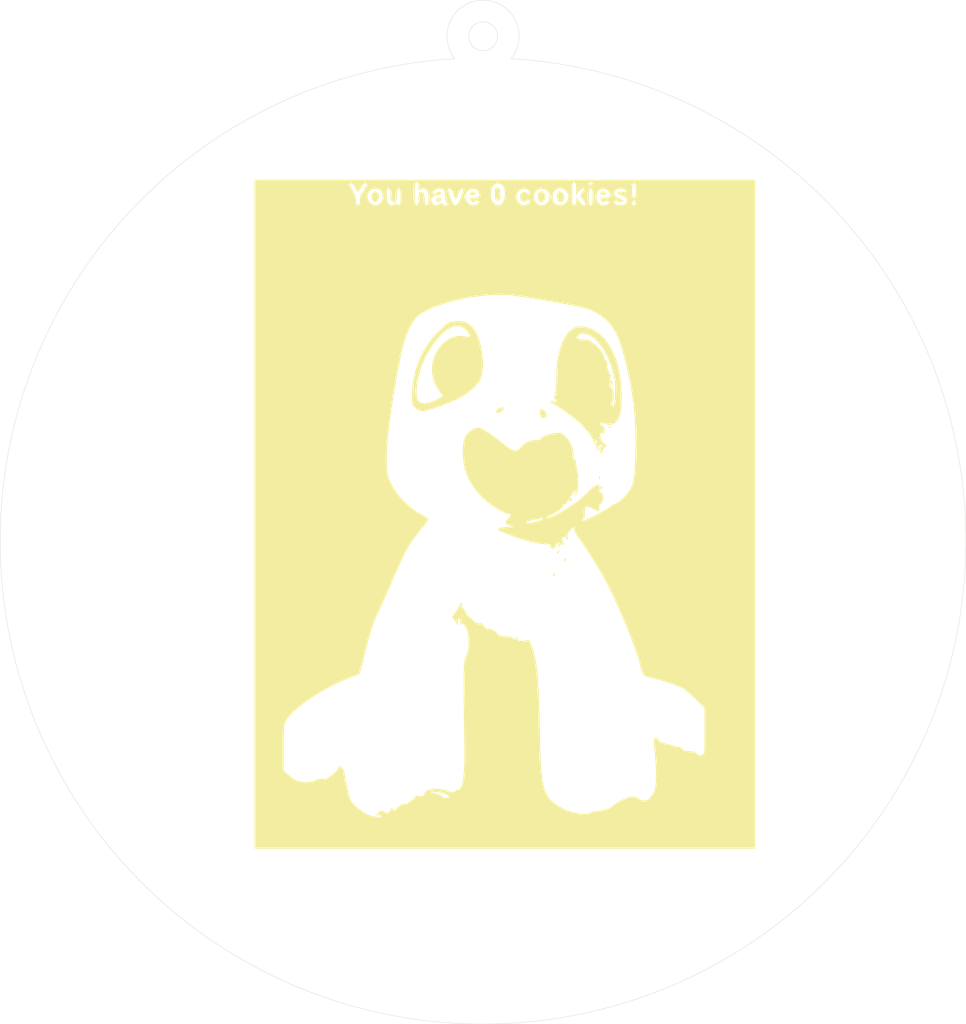
<source format=kicad_pcb>
(kicad_pcb (version 20241229) (generator "pcbnew") (generator_version "9.0")
  (layers (0 "F.Cu" signal) (2 "B.Cu" signal) (13 "F.Paste" user) (15 "B.Paste" user) (5 "F.SilkS" user "F.Silkscreen") (7 "B.SilkS" user "B.Silkscreen") (1 "F.Mask" user) (3 "B.Mask" user) (25 "Edge.Cuts" user))
  (net 0 "")
  (gr_poly (pts (xy 146.871632 69.505997) (xy 147.156657 69.542002) (xy 147.293665 69.570813) (xy 147.427058 69.606895) (xy 147.556879 69.650295) (xy 147.683171 69.701062) (xy 147.805974 69.759245) (xy 147.925331 69.824891) (xy 148.041283 69.898051) (xy 148.153874 69.978771) (xy 148.263144 70.0671) (xy 148.369136 70.163087) (xy 148.471892 70.266781) (xy 148.571454 70.378229) (xy 148.761162 70.624584) (xy 148.938597 70.902538) (xy 149.104096 71.21248) (xy 149.257992 71.554798) (xy 149.400624 71.929878) (xy 149.532326 72.338109) (xy 149.653434 72.779877) (xy 149.764284 73.255572) (xy 149.825491 73.552547) (xy 149.876904 73.859496) (xy 149.918655 74.173577) (xy 149.950871 74.491947) (xy 149.973681 74.811764) (xy 149.987216 75.130185) (xy 149.991605 75.44437) (xy 149.986975 75.751475) (xy 149.973458 76.048658) (xy 149.951181 76.333076) (xy 149.920274 76.601889) (xy 149.880866 76.852253) (xy 149.833087 77.081326) (xy 149.777066 77.286267) (xy 149.712931 77.464232) (xy 149.640812 77.612379) (xy 149.524656 77.808999) (xy 149.388735 78.007945) (xy 149.234364 78.208234) (xy 149.062863 78.408884) (xy 148.875549 78.608915) (xy 148.673739 78.807344) (xy 148.458752 79.003188) (xy 148.231906 79.195468) (xy 147.994517 79.383199) (xy 147.747904 79.565402) (xy 147.493385 79.741093) (xy 147.232277 79.909291) (xy 146.965897 80.069014) (xy 146.695565 80.219281) (xy 146.422597 80.359109) (xy 146.148312 80.487517) (xy 145.432007 80.79072) (xy 144.723971 81.074286) (xy 144.042394 81.331807) (xy 143.405465 81.556875) (xy 142.831374 81.743082) (xy 142.573578 81.819611) (xy 142.338313 81.884021) (xy 142.127852 81.935512) (xy 141.94447 81.973283) (xy 141.79044 81.996534) (xy 141.668036 82.004462) (xy 141.586088 82.002613) (xy 141.505655 81.997111) (xy 141.426805 81.988024) (xy 141.349605 81.975419) (xy 141.274123 81.959366) (xy 141.200427 81.93993) (xy 141.128586 81.917181) (xy 141.058666 81.891186) (xy 140.990735 81.862013) (xy 140.924862 81.82973) (xy 140.861115 81.794404) (xy 140.79956 81.756104) (xy 140.740266 81.714897) (xy 140.683301 81.670851) (xy 140.628732 81.624033) (xy 140.576627 81.574513) (xy 140.527055 81.522356) (xy 140.480083 81.467633) (xy 140.435778 81.410409) (xy 140.394209 81.350753) (xy 140.355444 81.288733) (xy 140.31955 81.224417) (xy 140.286595 81.157872) (xy 140.256646 81.089167) (xy 140.229773 81.018368) (xy 140.206042 80.945545) (xy 140.185522 80.870764) (xy 140.16828 80.794094) (xy 140.154384 80.715602) (xy 140.143901 80.635357) (xy 140.136901 80.553425) (xy 140.13345 80.469876) (xy 140.13236 79.789341) (xy 140.161446 79.128769) (xy 140.783609 79.128769) (xy 140.785543 79.480298) (xy 140.80962 79.805729) (xy 140.85659 80.101499) (xy 140.927202 80.364041) (xy 140.953424 80.432721) (xy 140.98567 80.496553) (xy 141.023761 80.555546) (xy 141.067521 80.609712) (xy 141.116771 80.659058) (xy 141.171334 80.703596) (xy 141.231033 80.743333) (xy 141.295689 80.778281) (xy 141.365126 80.808449) (xy 141.439164 80.833847) (xy 141.517628 80.854484) (xy 141.600339 80.870369) (xy 141.777791 80.887927) (xy 141.970101 80.886596) (xy 142.175846 80.866455) (xy 142.393606 80.827582) (xy 142.62196 80.770053) (xy 142.859486 80.693946) (xy 143.104764 80.599339) (xy 143.356372 80.48631) (xy 143.61289 80.354935) (xy 143.872896 80.205292) (xy 144.419701 79.870156) (xy 143.943451 79.270434) (xy 143.784792 79.049492) (xy 143.639494 78.82354) (xy 143.507484 78.593047) (xy 143.388687 78.358482) (xy 143.283029 78.120312) (xy 143.190435 77.879006) (xy 143.110831 77.635033) (xy 143.044143 77.388859) (xy 142.990297 77.140955) (xy 142.949218 76.891788) (xy 142.920832 76.641826) (xy 142.905065 76.391539) (xy 142.901842 76.141393) (xy 142.911089 75.891858) (xy 142.932732 75.643401) (xy 142.966697 75.396492) (xy 143.012909 75.151598) (xy 143.071295 74.909187) (xy 143.141779 74.669729) (xy 143.224287 74.433691) (xy 143.318746 74.201542) (xy 143.42508 73.973749) (xy 143.543216 73.750782) (xy 143.67308 73.533109) (xy 143.814596 73.321198) (xy 143.967691 73.115516) (xy 144.132291 72.916534) (xy 144.30832 72.724718) (xy 144.495706 72.540538) (xy 144.694373 72.364461) (xy 144.904248 72.196956) (xy 145.125256 72.038491) (xy 145.256109 71.956041) (xy 145.396523 71.880774) (xy 145.545308 71.812845) (xy 145.701276 71.752409) (xy 145.863239 71.699622) (xy 146.030007 71.654637) (xy 146.200393 71.617611) (xy 146.373208 71.588698) (xy 146.547263 71.568053) (xy 146.721369 71.555832) (xy 146.894339 71.552189) (xy 147.064983 71.557279) (xy 147.232114 71.571257) (xy 147.394541 71.594279) (xy 147.551078 71.626499) (xy 147.700535 71.668072) (xy 147.751644 71.684162) (xy 147.799142 71.696128) (xy 147.843036 71.704083) (xy 147.883331 71.708139) (xy 147.920036 71.70841) (xy 147.953155 71.705008) (xy 147.982695 71.698048) (xy 148.008664 71.687641) (xy 148.031066 71.673901) (xy 148.04991 71.656941) (xy 148.065201 71.636874) (xy 148.076945 71.613812) (xy 148.08515 71.58787) (xy 148.089821 71.55916) (xy 148.090966 71.527795) (xy 148.08859 71.493889) (xy 148.082699 71.457553) (xy 148.073302 71.418902) (xy 148.060403 71.378048) (xy 148.04401 71.335104) (xy 148.024129 71.290184) (xy 148.000765 71.2434) (xy 147.94362 71.144694) (xy 147.872625 71.03989) (xy 147.787833 70.929892) (xy 147.689295 70.815605) (xy 147.577063 70.697933) (xy 147.450794 70.581747) (xy 147.320149 70.48116) (xy 147.185299 70.396063) (xy 147.046415 70.326346) (xy 146.903668 70.271899) (xy 146.757229 70.232614) (xy 146.60727 70.208378) (xy 146.453962 70.199084) (xy 146.297475 70.204621) (xy 146.137982 70.22488) (xy 145.975653 70.259749) (xy 145.810659 70.309121) (xy 145.643172 70.372884) (xy 145.473362 70.45093) (xy 145.301402 70.543148) (xy 145.127462 70.649428) (xy 144.951713 70.769661) (xy 144.774326 70.903736) (xy 144.415326 71.212977) (xy 144.051829 71.576271) (xy 143.685207 71.99274) (xy 143.316827 72.461506) (xy 142.94806 72.981689) (xy 142.580274 73.552412) (xy 142.21484 74.172797) (xy 142.009499 74.559362) (xy 141.81731 74.962619) (xy 141.639022 75.379001) (xy 141.475384 75.804944) (xy 141.327146 76.236881) (xy 141.195057 76.671247) (xy 141.079866 77.104476) (xy 140.982322 77.533002) (xy 140.903175 77.953261) (xy 140.843175 78.361685) (xy 140.80307 78.75471) (xy 140.783609 79.128769) (xy 140.161446 79.128769) (xy 140.161941 79.117539) (xy 140.221856 78.455349) (xy 140.311768 77.803649) (xy 140.431344 77.163318) (xy 140.580245 76.535234) (xy 140.758137 75.920276) (xy 140.964684 75.319322) (xy 141.199549 74.733251) (xy 141.462397 74.162941) (xy 141.752892 73.609271) (xy 142.070698 73.073119) (xy 142.415479 72.555364) (xy 142.786899 72.056885) (xy 143.184622 71.578559) (xy 143.608313 71.121266) (xy 143.867694 70.860162) (xy 144.125628 70.610014) (xy 144.375707 70.376816) (xy 144.611524 70.166563) (xy 144.722081 70.071913) (xy 144.82667 69.985248) (xy 144.92449 69.907316) (xy 145.014738 69.838866) (xy 145.096616 69.780648) (xy 145.16932 69.733412) (xy 145.232051 69.697906) (xy 145.284008 69.674879) (xy 145.331025 69.658365) (xy 145.385638 69.641979) (xy 145.514967 69.610112) (xy 145.66662 69.580312) (xy 145.835222 69.553613) (xy 146.0154 69.531048) (xy 146.20178 69.51365) (xy 146.388986 69.502453) (xy 146.571646 69.498492)) (fill yes) (layer "F.SilkS"))
  (gr_poly (pts (xy 160.518286 101.288347) (xy 160.525531 101.288768) (xy 160.532678 101.289566) (xy 160.539709 101.290746) (xy 160.546605 101.29231) (xy 160.553345 101.294261) (xy 160.559911 101.296603) (xy 160.566284 101.29934) (xy 160.572443 101.302473) (xy 160.57837 101.306007) (xy 160.584044 101.309945) (xy 160.589448 101.31429) (xy 160.594561 101.319044) (xy 160.597611 101.32426) (xy 160.60015 101.329969) (xy 160.602186 101.33615) (xy 160.603725 101.34278) (xy 160.604772 101.349836) (xy 160.605335 101.357296) (xy 160.605034 101.373337) (xy 160.602872 101.390722) (xy 160.598902 101.409269) (xy 160.593174 101.428798) (xy 160.585741 101.449128) (xy 160.576655 101.470079) (xy 160.565966 101.491469) (xy 160.553727 101.513117) (xy 160.53999 101.534843) (xy 160.524805 101.556466) (xy 160.508225 101.577805) (xy 160.490302 101.598678) (xy 160.471087 101.618906) (xy 160.459616 101.630171) (xy 160.448362 101.640812) (xy 160.437334 101.650827) (xy 160.426542 101.660212) (xy 160.415995 101.668964) (xy 160.405704 101.67708) (xy 160.395677 101.684556) (xy 160.385925 101.69139) (xy 160.376457 101.697578) (xy 160.367283 101.703116) (xy 160.358412 101.708002) (xy 160.349855 101.712232) (xy 160.34162 101.715804) (xy 160.333719 101.718713) (xy 160.326159 101.720958) (xy 160.318952 101.722533) (xy 160.312107 101.723437) (xy 160.305633 101.723665) (xy 160.29954 101.723216) (xy 160.293837 101.722085) (xy 160.288536 101.720269) (xy 160.283644 101.717765) (xy 160.279172 101.714571) (xy 160.27513 101.710681) (xy 160.271527 101.706094) (xy 160.268374 101.700807) (xy 160.265678 101.694815) (xy 160.263451 101.688116) (xy 160.261702 101.680706) (xy 160.260441 101.672582) (xy 160.259677 101.663742) (xy 160.25942 101.654181) (xy 160.260032 101.633954) (xy 160.261832 101.61308) (xy 160.264769 101.591742) (xy 160.268791 101.57012) (xy 160.273847 101.548394) (xy 160.279885 101.526746) (xy 160.286852 101.505357) (xy 160.294699 101.484406) (xy 160.303372 101.464076) (xy 160.31282 101.444547) (xy 160.322992 101.426) (xy 160.333836 101.408615) (xy 160.345299 101.392575) (xy 160.357332 101.378058) (xy 160.363545 101.371428) (xy 160.369881 101.365247) (xy 160.376333 101.359538) (xy 160.382895 101.354323) (xy 160.388007 101.347863) (xy 160.393411 101.341717) (xy 160.399086 101.335888) (xy 160.405012 101.330378) (xy 160.411171 101.325191) (xy 160.417544 101.320331) (xy 160.42411 101.3158) (xy 160.43085 101.311601) (xy 160.437746 101.307739) (xy 160.444777 101.304216) (xy 160.451925 101.301035) (xy 160.459169 101.2982) (xy 160.466491 101.295713) (xy 160.473871 101.293579) (xy 160.48129 101.2918) (xy 160.488728 101.290379) (xy 160.496166 101.289321) (xy 160.503585 101.288627) (xy 160.510964 101.288301)) (fill yes) (layer "F.SilkS"))
  (gr_poly (pts (xy 163.665931 70.232708) (xy 163.852858 70.246459) (xy 164.044719 70.272844) (xy 164.241283 70.31189) (xy 164.442318 70.363622) (xy 164.647589 70.428067) (xy 164.856866 70.50525) (xy 165.069916 70.595197) (xy 165.286505 70.697933) (xy 165.7138 70.936902) (xy 166.121872 71.228891) (xy 166.509686 71.571523) (xy 166.87621 71.962421) (xy 167.22041 72.399208) (xy 167.541251 72.879506) (xy 167.837702 73.400938) (xy 168.108727 73.961128) (xy 168.353294 74.557698) (xy 168.57037 75.188272) (xy 168.75892 75.850471) (xy 168.917911 76.541919) (xy 169.046309 77.260239) (xy 169.143082 78.003053) (xy 169.207195 78.767985) (xy 169.237616 79.552656) (xy 169.240889 79.99393) (xy 169.23734 80.405593) (xy 169.226764 80.788627) (xy 169.208953 81.144014) (xy 169.1837 81.472737) (xy 169.1508 81.775776) (xy 169.110044 82.054113) (xy 169.061227 82.308732) (xy 169.033731 82.427453) (xy 169.004142 82.540613) (xy 168.972434 82.648333) (xy 168.938581 82.750738) (xy 168.902558 82.847949) (xy 168.864339 82.940089) (xy 168.823898 83.027281) (xy 168.781209 83.109648) (xy 168.736246 83.187313) (xy 168.688983 83.260397) (xy 168.639395 83.329025) (xy 168.587456 83.393318) (xy 168.53314 83.4534) (xy 168.47642 83.509392) (xy 168.417272 83.561419) (xy 168.355669 83.609602) (xy 168.262984 83.671816) (xy 168.175595 83.726149) (xy 168.091772 83.772575) (xy 168.009784 83.81107) (xy 167.927898 83.841606) (xy 167.844385 83.864158) (xy 167.757513 83.8787) (xy 167.665551 83.885207) (xy 167.566767 83.883652) (xy 167.459431 83.874009) (xy 167.341811 83.856254) (xy 167.212176 83.83036) (xy 167.068796 83.796301) (xy 166.909938 83.754051) (xy 166.538866 83.644877) (xy 166.500629 83.635997) (xy 166.482604 83.632348) (xy 166.465312 83.629236) (xy 166.448757 83.626666) (xy 166.432941 83.624645) (xy 166.417868 83.623179) (xy 166.403541 83.622276) (xy 166.389964 83.621941) (xy 166.377139 83.622181) (xy 166.36507 83.623002) (xy 166.35376 83.624412) (xy 166.343212 83.626415) (xy 166.333429 83.629019) (xy 166.324415 83.632231) (xy 166.316174 83.636056) (xy 166.308707 83.640501) (xy 166.302019 83.645573) (xy 166.296112 83.651278) (xy 166.29099 83.657622) (xy 166.286657 83.664613) (xy 166.283114 83.672255) (xy 166.280366 83.680557) (xy 166.278416 83.689524) (xy 166.277267 83.699163) (xy 166.276922 83.70948) (xy 166.277385 83.720482) (xy 166.278658 83.732176) (xy 166.280745 83.744567) (xy 166.283649 83.757662) (xy 166.287374 83.771467) (xy 166.291922 83.78599) (xy 166.302856 83.812017) (xy 166.315728 83.837115) (xy 166.330408 83.861179) (xy 166.346768 83.884106) (xy 166.364679 83.905793) (xy 166.38401 83.926136) (xy 166.404634 83.945032) (xy 166.42642 83.962378) (xy 166.449239 83.978071) (xy 166.472963 83.992006) (xy 166.497462 84.004081) (xy 166.522607 84.014193) (xy 166.548269 84.022237) (xy 166.574318 84.028111) (xy 166.587447 84.030202) (xy 166.600625 84.031711) (xy 166.613836 84.032627) (xy 166.627062 84.032934) (xy 166.641737 84.033502) (xy 166.655996 84.0352) (xy 166.669835 84.038021) (xy 166.683251 84.041961) (xy 166.69624 84.047011) (xy 166.7088 84.053166) (xy 166.720927 84.060419) (xy 166.732618 84.068763) (xy 166.74387 84.078193) (xy 166.75468 84.088702) (xy 166.774958 84.112929) (xy 166.793428 84.141394) (xy 166.810063 84.174045) (xy 166.824838 84.21083) (xy 166.837727 84.251698) (xy 166.848703 84.296596) (xy 166.857742 84.345474) (xy 166.864817 84.398278) (xy 166.869903 84.454959) (xy 166.872973 84.515464) (xy 166.874003 84.579741) (xy 166.876255 84.658336) (xy 166.876312 84.728948) (xy 166.875476 84.761348) (xy 166.874043 84.791859) (xy 166.871996 84.820517) (xy 166.869319 84.847355) (xy 166.865997 84.872412) (xy 166.862012 84.89572) (xy 166.857349 84.917317) (xy 166.851991 84.937238) (xy 166.845923 84.955518) (xy 166.839128 84.972193) (xy 166.831591 84.987298) (xy 166.823294 85.000869) (xy 166.814222 85.012941) (xy 166.804359 85.02355) (xy 166.793689 85.032732) (xy 166.782195 85.040521) (xy 166.769861 85.046954) (xy 166.756671 85.052066) (xy 166.74261 85.055893) (xy 166.72766 85.05847) (xy 166.711805 85.059832) (xy 166.695031 85.060015) (xy 166.677319 85.059055) (xy 166.658655 85.056987) (xy 166.639022 85.053847) (xy 166.618404 85.04967) (xy 166.596785 85.044492) (xy 166.574148 85.038348) (xy 166.527995 85.029828) (xy 166.485427 85.027237) (xy 166.446412 85.030306) (xy 166.410917 85.038762) (xy 166.378911 85.052333) (xy 166.35036 85.070749) (xy 166.325233 85.093739) (xy 166.303497 85.121031) (xy 166.285121 85.152353) (xy 166.270071 85.187435) (xy 166.258315 85.226005) (xy 166.249822 85.267792) (xy 166.244558 85.312524) (xy 166.242492 85.359931) (xy 166.243591 85.40974) (xy 166.247823 85.461682) (xy 166.265556 85.570874) (xy 166.295434 85.685337) (xy 166.337197 85.8029) (xy 166.390588 85.921394) (xy 166.455347 86.038647) (xy 166.491909 86.096131) (xy 166.531217 86.15249) (xy 166.573237 86.207454) (xy 166.617938 86.260752) (xy 166.665288 86.312111) (xy 166.715254 86.361262) (xy 167.173868 86.784601) (xy 166.80345 87.190295) (xy 166.765019 87.230339) (xy 166.729173 87.270875) (xy 166.696013 87.311566) (xy 166.665645 87.352076) (xy 166.63817 87.392069) (xy 166.613693 87.431209) (xy 166.592317 87.469161) (xy 166.574144 87.505589) (xy 166.559279 87.540156) (xy 166.553119 87.556637) (xy 166.547824 87.572527) (xy 166.543408 87.587783) (xy 166.539883 87.602365) (xy 166.537263 87.61623) (xy 166.53556 87.629336) (xy 166.534787 87.64164) (xy 166.534957 87.653102) (xy 166.536083 87.663679) (xy 166.538178 87.673329) (xy 166.541255 87.68201) (xy 166.545326 87.68968) (xy 166.550406 87.696297) (xy 166.556505 87.701819) (xy 166.561157 87.708381) (xy 166.565191 87.714833) (xy 166.568612 87.721169) (xy 166.571423 87.727382) (xy 166.573626 87.733466) (xy 166.575225 87.739414) (xy 166.576224 87.74522) (xy 166.576625 87.750878) (xy 166.576432 87.75638) (xy 166.575647 87.761721) (xy 166.574275 87.766894) (xy 166.572319 87.771893) (xy 166.56978 87.776711) (xy 166.566664 87.781341) (xy 166.562973 87.785778) (xy 166.55871 87.790015) (xy 166.553879 87.794044) (xy 166.548482 87.797861) (xy 166.542524 87.801458) (xy 166.536007 87.804829) (xy 166.528934 87.807967) (xy 166.521309 87.810866) (xy 166.513135 87.81352) (xy 166.504415 87.815922) (xy 166.48535 87.819944) (xy 166.464141 87.822881) (xy 166.440813 87.824681) (xy 166.415392 87.825293) (xy 166.402218 87.824729) (xy 166.389166 87.823054) (xy 166.376257 87.820293) (xy 166.363509 87.816473) (xy 166.350942 87.81162) (xy 166.338576 87.805759) (xy 166.326428 87.798916) (xy 166.31452 87.791118) (xy 166.291498 87.772755) (xy 166.269665 87.750879) (xy 166.249175 87.725695) (xy 166.230184 87.697411) (xy 166.212847 87.666233) (xy 166.197318 87.632368) (xy 166.183753 87.596022) (xy 166.172306 87.557403) (xy 166.163133 87.516716) (xy 166.15639 87.47417) (xy 166.15223 87.429969) (xy 166.150808 87.384321) (xy 166.14854 87.33286) (xy 166.148188 87.308231) (xy 166.148364 87.284345) (xy 166.149069 87.261208) (xy 166.150306 87.238826) (xy 166.15208 87.217207) (xy 166.154394 87.196357) (xy 166.157249 87.176282) (xy 166.160651 87.156988) (xy 166.164602 87.138483) (xy 166.169105 87.120772) (xy 166.174163 87.103862) (xy 166.179781 87.087759) (xy 166.18596 87.072471) (xy 166.192704 87.058002) (xy 166.200017 87.044361) (xy 166.207902 87.031553) (xy 166.216361 87.019584) (xy 166.225399 87.008462) (xy 166.235017 86.998192) (xy 166.245221 86.988782) (xy 166.256012 86.980237) (xy 166.267394 86.972564) (xy 166.279371 86.96577) (xy 166.291945 86.959861) (xy 166.30512 86.954843) (xy 166.318898 86.950723) (xy 166.333284 86.947507) (xy 166.348281 86.945202) (xy 166.363891 86.943814) (xy 166.380118 86.94335) (xy 166.393088 86.943094) (xy 166.405538 86.942338) (xy 166.417465 86.941097) (xy 166.428865 86.939388) (xy 166.439736 86.937227) (xy 166.450074 86.93463) (xy 166.459876 86.931612) (xy 166.469138 86.928192) (xy 166.477858 86.924383) (xy 166.486032 86.920203) (xy 166.493658 86.915668) (xy 166.50073 86.910794) (xy 166.507248 86.905596) (xy 166.513206 86.900092) (xy 166.518602 86.894298) (xy 166.523434 86.888228) (xy 166.527697 86.881901) (xy 166.531388 86.875331) (xy 166.534504 86.868535) (xy 166.537042 86.861529) (xy 166.538999 86.854329) (xy 166.540371 86.846952) (xy 166.541155 86.839413) (xy 166.541348 86.831729) (xy 166.540947 86.823916) (xy 166.539948 86.815989) (xy 166.538349 86.807966) (xy 166.536146 86.799862) (xy 166.533335 86.791694) (xy 166.529914 86.783477) (xy 166.525879 86.775228) (xy 166.521227 86.766962) (xy 166.505587 86.744002) (xy 166.488507 86.724665) (xy 166.470097 86.708855) (xy 166.450465 86.696476) (xy 166.429723 86.687429) (xy 166.407979 86.681618) (xy 166.385344 86.678947) (xy 166.361927 86.679319) (xy 166.337838 86.682636) (xy 166.313187 86.688801) (xy 166.288085 86.697718) (xy 166.262639 86.709291) (xy 166.236962 86.723421) (xy 166.211161 86.740012) (xy 166.185348 86.758968) (xy 166.159631 86.78019) (xy 166.134122 86.803583) (xy 166.108928 86.82905) (xy 166.05993 86.885816) (xy 166.013516 86.949714) (xy 165.970565 87.019968) (xy 165.931954 87.095803) (xy 165.91455 87.135571) (xy 165.898562 87.176444) (xy 165.884098 87.218325) (xy 165.871268 87.261116) (xy 165.860182 87.304721) (xy 165.85095 87.349043) (xy 165.841235 87.394923) (xy 165.831933 87.43331) (xy 165.823045 87.464152) (xy 165.81457 87.487398) (xy 165.806509 87.502996) (xy 165.802633 87.50791) (xy 165.798861 87.510894) (xy 165.795192 87.511939) (xy 165.791626 87.51104) (xy 165.788164 87.50819) (xy 165.784805 87.503383) (xy 165.778397 87.487871) (xy 165.772403 87.464453) (xy 165.766822 87.433077) (xy 165.761654 87.39369) (xy 165.756899 87.346242) (xy 165.752558 87.290681) (xy 165.745115 87.155012) (xy 165.744108 87.099258) (xy 165.741188 87.044667) (xy 165.736511 86.991574) (xy 165.730233 86.940316) (xy 165.722507 86.891228) (xy 165.71349 86.844646) (xy 165.703336 86.800906) (xy 165.6922 86.760345) (xy 165.680237 86.723297) (xy 165.667602 86.690099) (xy 165.661081 86.675049) (xy 165.654451 86.661088) (xy 165.647729 86.648256) (xy 165.640937 86.636597) (xy 165.634093 86.626153) (xy 165.627217 86.616964) (xy 165.620328 86.609075) (xy 165.613445 86.602525) (xy 165.606589 86.597358) (xy 165.599777 86.593615) (xy 165.59303 86.591339) (xy 165.586367 86.590571) (xy 165.579447 86.58975) (xy 165.571937 86.587315) (xy 165.555258 86.577755) (xy 165.536565 86.5622) (xy 165.516088 86.540961) (xy 165.494062 86.514348) (xy 165.470717 86.48267) (xy 165.446287 86.446238) (xy 165.421004 86.405362) (xy 165.395101 86.360352) (xy 165.368811 86.311518) (xy 165.342365 86.25917) (xy 165.332219 86.237795) (xy 165.551088 86.237795) (xy 165.551345 86.24606) (xy 165.552105 86.25431) (xy 165.553356 86.262527) (xy 165.555085 86.270695) (xy 165.557279 86.278799) (xy 165.559925 86.286822) (xy 165.56301 86.294748) (xy 165.566522 86.302562) (xy 165.570447 86.310246) (xy 165.574773 86.317785) (xy 165.579486 86.325162) (xy 165.584574 86.332362) (xy 165.590024 86.339368) (xy 165.595822 86.346163) (xy 165.601956 86.352733) (xy 165.608414 86.359061) (xy 165.615181 86.36513) (xy 165.622246 86.370925) (xy 165.629594 86.376429) (xy 165.637215 86.381626) (xy 165.645093 86.386501) (xy 165.653217 86.391036) (xy 165.661573 86.395216) (xy 165.67015 86.399024) (xy 165.678932 86.402445) (xy 165.687909 86.405462) (xy 165.697067 86.40806) (xy 165.706392 86.410221) (xy 165.715873 86.41193) (xy 165.725495 86.413171) (xy 165.735247 86.413927) (xy 165.745115 86.414183) (xy 165.753228 86.413927) (xy 165.761023 86.413171) (xy 165.768496 86.41193) (xy 165.775639 86.410221) (xy 165.782447 86.40806) (xy 165.788912 86.405462) (xy 165.795028 86.402445) (xy 165.800789 86.399024) (xy 165.806188 86.395216) (xy 165.811219 86.391036) (xy 165.815875 86.386501) (xy 165.820151 86.381626) (xy 165.824038 86.376429) (xy 165.827532 86.370925) (xy 165.830625 86.36513) (xy 165.833311 86.359061) (xy 165.835584 86.352733) (xy 165.837437 86.346163) (xy 165.838863 86.339368) (xy 165.839857 86.332362) (xy 165.840411 86.325162) (xy 165.84052 86.317785) (xy 165.840177 86.310246) (xy 165.839375 86.302562) (xy 165.838107 86.294748) (xy 165.836369 86.286822) (xy 165.834152 86.278799) (xy 165.831451 86.270695) (xy 165.828259 86.262527) (xy 165.824569 86.25431) (xy 165.820376 86.24606) (xy 165.815672 86.237795) (xy 165.805354 86.218373) (xy 165.794313 86.19983) (xy 165.782652 86.182216) (xy 165.770474 86.165585) (xy 165.757882 86.149987) (xy 165.74498 86.135474) (xy 165.731872 86.122098) (xy 165.718659 86.109911) (xy 165.705447 86.098964) (xy 165.692338 86.089309) (xy 165.679436 86.080998) (xy 165.666844 86.074082) (xy 165.660696 86.071163) (xy 165.654665 86.068613) (xy 165.648763 86.066437) (xy 165.643002 86.064642) (xy 165.637397 86.063235) (xy 165.63196 86.062222) (xy 165.626704 86.061609) (xy 165.621641 86.061404) (xy 165.618335 86.061609) (xy 165.615036 86.062222) (xy 165.611749 86.063235) (xy 165.608482 86.064642) (xy 165.602032 86.068613) (xy 165.595736 86.074082) (xy 165.589647 86.080998) (xy 165.583816 86.089309) (xy 165.578296 86.098964) (xy 165.573137 86.109911) (xy 165.568391 86.122098) (xy 165.564111 86.135474) (xy 165.560347 86.149987) (xy 165.557152 86.165585) (xy 165.554577 86.182216) (xy 165.552673 86.19983) (xy 165.551493 86.218373) (xy 165.551088 86.237795) (xy 165.332219 86.237795) (xy 165.315997 86.203618) (xy 165.289938 86.145172) (xy 165.264423 86.084143) (xy 165.239682 86.020839) (xy 165.215948 85.955572) (xy 165.191595 85.888681) (xy 165.164995 85.820628) (xy 165.136379 85.751902) (xy 165.10598 85.682996) (xy 165.074032 85.6144) (xy 165.040765 85.546604) (xy 165.006413 85.480101) (xy 164.971209 85.415381) (xy 164.935385 85.352934) (xy 164.899173 85.293252) (xy 164.862806 85.236826) (xy 164.826517 85.184147) (xy 164.790537 85.135704) (xy 164.755101 85.091991) (xy 164.720439 85.053496) (xy 164.686785 85.020712) (xy 164.62026 84.951843) (xy 164.54154 84.866645) (xy 164.358259 84.661317) (xy 163.963587 84.209322) (xy 163.836252 84.066911) (xy 163.669204 83.90016) (xy 163.467378 83.712841) (xy 163.235709 83.508728) (xy 162.702581 83.065206) (xy 162.109301 82.599773) (xy 161.495351 82.142609) (xy 160.900211 81.723892) (xy 160.363362 81.373802) (xy 160.129134 81.233922) (xy 159.924284 81.122517) (xy 159.823386 81.071228) (xy 159.732254 81.023091) (xy 159.690303 81.000157) (xy 159.650735 80.977952) (xy 159.613531 80.956458) (xy 159.578672 80.935655) (xy 159.546138 80.915524) (xy 159.515911 80.896045) (xy 159.48797 80.877199) (xy 159.462296 80.858967) (xy 159.438871 80.841329) (xy 159.417674 80.824266) (xy 159.398686 80.807759) (xy 159.381888 80.791788) (xy 159.36726 80.776333) (xy 159.354784 80.761376) (xy 159.344439 80.746897) (xy 159.336206 80.732877) (xy 159.330066 80.719296) (xy 159.326 80.706134) (xy 159.323988 80.693373) (xy 159.323746 80.687137) (xy 159.324011 80.680994) (xy 159.324779 80.674941) (xy 159.326049 80.668976) (xy 159.327817 80.663096) (xy 159.330082 80.6573) (xy 159.336093 80.645947) (xy 159.344061 80.634898) (xy 159.353967 80.624133) (xy 159.365791 80.613633) (xy 159.379514 80.603378) (xy 159.395117 80.59335) (xy 159.408345 80.58384) (xy 159.421563 80.575147) (xy 159.434761 80.567261) (xy 159.447931 80.560174) (xy 159.461061 80.553874) (xy 159.474144 80.548353) (xy 159.487168 80.5436) (xy 159.500124 80.539606) (xy 159.513002 80.536362) (xy 159.525794 80.533857) (xy 159.538488 80.532083) (xy 159.551076 80.531028) (xy 159.563548 80.530684) (xy 159.575894 80.531041) (xy 159.588104 80.532089) (xy 159.600168 80.533819) (xy 159.612078 80.53622) (xy 159.623823 80.539284) (xy 159.635393 80.542999) (xy 159.64678 80.547358) (xy 159.657972 80.552349) (xy 159.668962 80.557964) (xy 159.679738 80.564193) (xy 159.690291 80.571025) (xy 159.700611 80.578452) (xy 159.71069 80.586464) (xy 159.720516 80.59505) (xy 159.730081 80.604201) (xy 159.739375 80.613908) (xy 159.748388 80.624161) (xy 159.75711 80.63495) (xy 159.765532 80.646265) (xy 159.772248 80.655979) (xy 159.779161 80.665274) (xy 159.786262 80.674142) (xy 159.793541 80.682577) (xy 159.800987 80.690573) (xy 159.808591 80.698123) (xy 159.816344 80.705221) (xy 159.824236 80.71186) (xy 159.832258 80.718034) (xy 159.840398 80.723737) (xy 159.848649 80.728962) (xy 159.856999 80.733702) (xy 159.86544 80.737952) (xy 159.873962 80.741704) (xy 159.882555 80.744952) (xy 159.891209 80.74769) (xy 159.899915 80.749911) (xy 159.908662 80.751608) (xy 159.917442 80.752777) (xy 159.926245 80.753408) (xy 159.935061 80.753498) (xy 159.94388 80.753038) (xy 159.952692 80.752023) (xy 159.961488 80.750446) (xy 159.970259 80.7483) (xy 159.978994 80.745579) (xy 159.987684 80.742277) (xy 159.996318 80.738387) (xy 160.004889 80.733903) (xy 160.013385 80.728818) (xy 160.021797 80.723126) (xy 160.030115 80.71682) (xy 160.03642 80.709747) (xy 160.042109 80.701782) (xy 160.047183 80.692965) (xy 160.051647 80.683334) (xy 160.058757 80.661785) (xy 160.063464 80.637446) (xy 160.065794 80.610626) (xy 160.065773 80.581636) (xy 160.063426 80.550785) (xy 160.058779 80.518384) (xy 160.051858 80.484743) (xy 160.04269 80.450172) (xy 160.031299 80.41498) (xy 160.017713 80.379479) (xy 160.001955 80.343977) (xy 159.984054 80.308785) (xy 159.964033 80.274214) (xy 159.941919 80.240572) (xy 159.927501 80.217834) (xy 159.91401 80.195916) (xy 159.901443 80.174811) (xy 159.889796 80.154514) (xy 159.879066 80.135018) (xy 159.86925 80.116317) (xy 159.860345 80.098404) (xy 159.852348 80.081272) (xy 159.845255 80.064915) (xy 159.839063 80.049327) (xy 159.833769 80.034502) (xy 159.829369 80.020432) (xy 159.825861 80.007111) (xy 159.823242 79.994533) (xy 159.821507 79.982692) (xy 159.820654 79.97158) (xy 159.820679 79.961192) (xy 159.82158 79.951521) (xy 159.823352 79.94256) (xy 159.825994 79.934304) (xy 159.829501 79.926745) (xy 159.83387 79.919878) (xy 159.839099 79.913695) (xy 159.845183 79.90819) (xy 159.852121 79.903357) (xy 159.859907 79.89919) (xy 159.86854 79.895681) (xy 159.878016 79.892825) (xy 159.888331 79.890614) (xy 159.899483 79.889044) (xy 159.911469 79.888106) (xy 159.924284 79.887795) (xy 159.934049 79.887487) (xy 159.943494 79.886572) (xy 159.95261 79.885062) (xy 159.961387 79.882972) (xy 159.969815 79.880312) (xy 159.977885 79.877098) (xy 159.985586 79.87334) (xy 159.992909 79.869053) (xy 159.999845 79.864249) (xy 160.006384 79.858942) (xy 160.012515 79.853143) (xy 160.01823 79.846867) (xy 160.023519 79.840125) (xy 160.028372 79.832931) (xy 160.032779 79.825298) (xy 160.03673 79.817239) (xy 160.040217 79.808766) (xy 160.043229 79.799893) (xy 160.045756 79.790632) (xy 160.047789 79.780997) (xy 160.049318 79.770999) (xy 160.050334 79.760653) (xy 160.050827 79.749972) (xy 160.050786 79.738967) (xy 160.050203 79.727652) (xy 160.049068 79.71604) (xy 160.047371 79.704144) (xy 160.045102 79.691976) (xy 160.042251 79.679551) (xy 160.03881 79.666879) (xy 160.034768 79.653976) (xy 160.030115 79.640852) (xy 160.020814 79.614217) (xy 160.012753 79.587349) (xy 160.005932 79.560429) (xy 160.000351 79.533639) (xy 159.996011 79.507159) (xy 159.99291 79.48117) (xy 159.99105 79.455852) (xy 159.99043 79.431388) (xy 159.99105 79.407957) (xy 159.99291 79.38574) (xy 159.996011 79.364919) (xy 160.000351 79.345674) (xy 160.002987 79.336699) (xy 160.005932 79.328186) (xy 160.009187 79.320158) (xy 160.012753 79.312636) (xy 160.016628 79.305644) (xy 160.020814 79.299205) (xy 160.02531 79.29334) (xy 160.030115 79.288073) (xy 160.043134 79.267389) (xy 160.055713 79.225957) (xy 160.07945 79.0855) (xy 160.10112 78.876003) (xy 160.120516 78.606768) (xy 160.137432 78.287098) (xy 160.15166 77.926293) (xy 160.171229 77.118487) (xy 160.182701 76.637207) (xy 160.203474 76.175358) (xy 160.23293 75.737487) (xy 160.270446 75.328141) (xy 160.315404 74.951868) (xy 160.367184 74.613215) (xy 160.395438 74.459418) (xy 160.425164 74.316731) (xy 160.456286 74.185723) (xy 160.488726 74.066962) (xy 160.609168 73.65796) (xy 160.724648 73.255572) (xy 160.894423 72.655852) (xy 160.908452 72.608981) (xy 160.923981 72.56118) (xy 160.940853 72.512759) (xy 160.958914 72.464028) (xy 160.978008 72.415297) (xy 160.997981 72.366876) (xy 161.018677 72.319076) (xy 161.039942 72.272205) (xy 161.061621 72.226575) (xy 161.083558 72.182495) (xy 161.105598 72.140275) (xy 161.127587 72.100226) (xy 161.149368 72.062657) (xy 161.170789 72.027879) (xy 161.191692 71.996202) (xy 161.211924 71.967936) (xy 161.24882 71.914674) (xy 161.292124 71.849423) (xy 161.339977 71.775077) (xy 161.341747 71.772256) (xy 163.09244 71.772256) (xy 163.092551 71.797074) (xy 163.096424 71.820725) (xy 163.104082 71.843226) (xy 163.115549 71.864594) (xy 163.130845 71.884844) (xy 163.149995 71.903993) (xy 163.173021 71.922057) (xy 163.199945 71.939051) (xy 163.23079 71.954993) (xy 163.265579 71.969898) (xy 163.347077 71.996661) (xy 163.444621 72.019472) (xy 163.558391 72.038459) (xy 163.688568 72.05375) (xy 163.835334 72.065476) (xy 163.998869 72.073765) (xy 164.11133 72.078102) (xy 164.217253 72.084479) (xy 164.316717 72.092873) (xy 164.409799 72.103255) (xy 164.496577 72.115602) (xy 164.577127 72.129886) (xy 164.651528 72.146083) (xy 164.719857 72.164165) (xy 164.751769 72.173906) (xy 164.782192 72.184108) (xy 164.811136 72.194769) (xy 164.83861 72.205886) (xy 164.864624 72.217454) (xy 164.889188 72.229472) (xy 164.912311 72.241935) (xy 164.934004 72.25484) (xy 164.954276 72.268185) (xy 164.973136 72.281966) (xy 164.990594 72.29618) (xy 165.006661 72.310823) (xy 165.021345 72.325893) (xy 165.034656 72.341385) (xy 165.046604 72.357298) (xy 165.0572 72.373627) (xy 165.074331 72.402957) (xy 165.092547 72.431332) (xy 165.111693 72.458622) (xy 165.131614 72.484697) (xy 165.152156 72.509428) (xy 165.173162 72.532687) (xy 165.194479 72.554344) (xy 165.21595 72.57427) (xy 165.237422 72.592336) (xy 165.258738 72.608412) (xy 165.279745 72.622369) (xy 165.300286 72.634078) (xy 165.310334 72.639049) (xy 165.320207 72.64341) (xy 165.329887 72.647144) (xy 165.339354 72.650236) (xy 165.348588 72.652669) (xy 165.35757 72.654426) (xy 165.36628 72.655493) (xy 165.374701 72.655852) (xy 165.393661 72.6585) (xy 165.417247 72.66629) (xy 165.445122 72.67899) (xy 165.47695 72.696366) (xy 165.512396 72.718186) (xy 165.551124 72.744218) (xy 165.592797 72.774229) (xy 165.637079 72.807986) (xy 165.683636 72.845258) (xy 165.73213 72.88581) (xy 165.782227 72.929412) (xy 165.833589 72.975831) (xy 165.885882 73.024833) (xy 165.938768 73.076186) (xy 165.991914 73.129658) (xy 166.044981 73.185017) (xy 166.099926 73.237469) (xy 166.152157 73.288784) (xy 166.201443 73.338652) (xy 166.247551 73.386763) (xy 166.290248 73.432807) (xy 166.329302 73.476473) (xy 166.364481 73.517453) (xy 166.395551 73.555435) (xy 166.422281 73.59011) (xy 166.444437 73.621167) (xy 166.461788 73.648297) (xy 166.468588 73.660292) (xy 166.4741 73.67119) (xy 166.478294 73.68095) (xy 166.481141 73.689535) (xy 166.482612 73.696905) (xy 166.482679 73.703022) (xy 166.481311 73.707847) (xy 166.48008 73.709763) (xy 166.47848 73.711342) (xy 166.474157 73.713467) (xy 166.468313 73.714184) (xy 166.46361 73.714441) (xy 166.459424 73.715205) (xy 166.455755 73.716466) (xy 166.452602 73.718215) (xy 166.449966 73.720442) (xy 166.447847 73.723137) (xy 166.446245 73.726291) (xy 166.44516 73.729894) (xy 166.444591 73.733936) (xy 166.444539 73.738407) (xy 166.445004 73.743299) (xy 166.445986 73.7486) (xy 166.4495 73.760395) (xy 166.455081 73.773715) (xy 166.462729 73.788481) (xy 166.472445 73.804617) (xy 166.484227 73.822045) (xy 166.498077 73.840687) (xy 166.513994 73.860466) (xy 166.531978 73.881304) (xy 166.55203 73.903124) (xy 166.574148 73.925848) (xy 166.596872 73.950197) (xy 166.618692 73.976767) (xy 166.639529 74.005302) (xy 166.659308 74.035541) (xy 166.67795 74.067227) (xy 166.695377 74.100102) (xy 166.711513 74.133907) (xy 166.726279 74.168384) (xy 166.739599 74.203274) (xy 166.751394 74.23832) (xy 166.761587 74.273262) (xy 166.770101 74.307842) (xy 166.776858 74.341803) (xy 166.78178 74.374885) (xy 166.78479 74.40683) (xy 166.785811 74.43738) (xy 166.787232 74.467929) (xy 166.791392 74.499874) (xy 166.798136 74.532955) (xy 166.807308 74.566915) (xy 166.818755 74.601494) (xy 166.83232 74.636436) (xy 166.847849 74.671481) (xy 166.865186 74.706371) (xy 166.884177 74.740848) (xy 166.904667 74.774653) (xy 166.926501 74.807527) (xy 166.949522 74.839214) (xy 166.973578 74.869453) (xy 166.998511 74.897987) (xy 167.024169 74.924558) (xy 167.050394 74.948906) (xy 167.076211 74.97244) (xy 167.100659 74.99662) (xy 167.123608 75.021265) (xy 167.144929 75.046194) (xy 167.164493 75.071227) (xy 167.182171 75.096183) (xy 167.197833 75.12088) (xy 167.211351 75.145138) (xy 167.222595 75.168775) (xy 167.227324 75.180305) (xy 167.231436 75.191612) (xy 167.234915 75.202674) (xy 167.237744 75.213467) (xy 167.239909 75.22397) (xy 167.241392 75.23416) (xy 167.242177 75.244013) (xy 167.242248 75.253508) (xy 167.24159 75.262622) (xy 167.240185 75.271333) (xy 167.238018 75.279616) (xy 167.235072 75.287451) (xy 167.231333 75.294815) (xy 167.226782 75.301684) (xy 167.215282 75.326915) (xy 167.207132 75.359255) (xy 167.202167 75.398165) (xy 167.200221 75.443104) (xy 167.20473 75.548916) (xy 167.219342 75.672375) (xy 167.242739 75.809167) (xy 167.273603 75.954976) (xy 167.310617 76.105488) (xy 167.352462 76.256388) (xy 167.397821 76.40336) (xy 167.445377 76.54209) (xy 167.493811 76.668262) (xy 167.541805 76.777562) (xy 167.588043 76.865675) (xy 167.610091 76.900437) (xy 167.631206 76.928285) (xy 167.651222 76.948678) (xy 167.669976 76.961078) (xy 167.687302 76.964944) (xy 167.703035 76.959738) (xy 167.709392 76.955444) (xy 167.715235 76.952465) (xy 167.720568 76.950771) (xy 167.725393 76.950334) (xy 167.729715 76.951124) (xy 167.733536 76.953112) (xy 167.73686 76.956269) (xy 167.73969 76.960566) (xy 167.743879 76.972465) (xy 167.746131 76.988575) (xy 167.746471 77.008665) (xy 167.744925 77.032501) (xy 167.741519 77.05985) (xy 167.736278 77.090482) (xy 167.729228 77.124162) (xy 167.720395 77.160658) (xy 167.709806 77.199738) (xy 167.697485 77.24117) (xy 167.683459 77.28472) (xy 167.667753 77.330157) (xy 167.652053 77.375593) (xy 167.638057 77.419143) (xy 167.625819 77.460574) (xy 167.615389 77.499654) (xy 167.606819 77.536151) (xy 167.600161 77.569831) (xy 167.597565 77.585542) (xy 167.595467 77.600462) (xy 167.593873 77.614562) (xy 167.592788 77.627812) (xy 167.592221 77.640183) (xy 167.592177 77.651648) (xy 167.592662 77.662175) (xy 167.593684 77.671737) (xy 167.595248 77.680304) (xy 167.597361 77.687847) (xy 167.60003 77.694337) (xy 167.603261 77.699746) (xy 167.60706 77.704043) (xy 167.611434 77.7072) (xy 167.61639 77.709188) (xy 167.621933 77.709978) (xy 167.628071 77.70954) (xy 167.634809 77.707847) (xy 167.642155 77.704867) (xy 167.650114 77.700573) (xy 167.665194 77.692133) (xy 167.680626 77.686586) (xy 167.696348 77.68383) (xy 167.7123 77.683761) (xy 167.72842 77.686276) (xy 167.744646 77.691271) (xy 167.760917 77.698644) (xy 167.777172 77.70829) (xy 167.79335 77.720106) (xy 167.809388 77.73399) (xy 167.840804 77.767545) (xy 167.870927 77.808128) (xy 167.899267 77.854912) (xy 167.925333 77.907071) (xy 167.948635 77.963776) (xy 167.968681 78.024203) (xy 167.98498 78.087524) (xy 167.997042 78.152911) (xy 168.004375 78.219539) (xy 168.006489 78.286581) (xy 168.002894 78.353209) (xy 168.00208 78.374104) (xy 168.001077 78.382878) (xy 167.99969 78.390554) (xy 167.997928 78.397145) (xy 167.995801 78.402664) (xy 167.993319 78.407124) (xy 167.990491 78.410537) (xy 167.987327 78.412916) (xy 167.983838 78.414275) (xy 167.980031 78.414626) (xy 167.975918 78.413983) (xy 167.971508 78.412357) (xy 167.96681 78.409763) (xy 167.961835 78.406212) (xy 167.956591 78.401719) (xy 167.945339 78.389954) (xy 167.93313 78.374572) (xy 167.920043 78.355676) (xy 167.906155 78.333369) (xy 167.891544 78.307755) (xy 167.876287 78.278936) (xy 167.860461 78.247017) (xy 167.844145 78.212101) (xy 167.79681 78.108885) (xy 167.777095 78.069317) (xy 167.759809 78.037915) (xy 167.744797 78.014781) (xy 167.738095 78.006346) (xy 167.731904 78.000018) (xy 167.726203 77.995809) (xy 167.720974 77.993731) (xy 167.716197 77.993797) (xy 167.711853 77.996022) (xy 167.707922 78.000416) (xy 167.704385 78.006994) (xy 167.701223 78.015768) (xy 167.698416 78.026752) (xy 167.693791 78.055398) (xy 167.690354 78.093035) (xy 167.687951 78.139768) (xy 167.686426 78.195699) (xy 167.685392 78.33557) (xy 167.683996 78.361817) (xy 167.683106 78.387625) (xy 167.682713 78.412968) (xy 167.682809 78.43782) (xy 167.683382 78.462156) (xy 167.684424 78.485949) (xy 167.685924 78.509173) (xy 167.687873 78.531803) (xy 167.690261 78.553813) (xy 167.693079 78.575177) (xy 167.696317 78.595869) (xy 167.699965 78.615864) (xy 167.704014 78.635135) (xy 167.708453 78.653657) (xy 167.713274 78.671404) (xy 167.718466 78.68835) (xy 167.72402 78.704468) (xy 167.729925 78.719735) (xy 167.736173 78.734122) (xy 167.742754 78.747606) (xy 167.749658 78.760159) (xy 167.756875 78.771756) (xy 167.764396 78.782372) (xy 167.77221 78.791979) (xy 167.780309 78.800553) (xy 167.788682 78.808068) (xy 167.797321 78.814497) (xy 167.806214 78.819816) (xy 167.815353 78.823997) (xy 167.824727 78.827016) (xy 167.834328 78.828847) (xy 167.844145 78.829462) (xy 167.873184 78.832822) (xy 167.900757 78.8427) (xy 167.926844 78.858792) (xy 167.951426 78.880794) (xy 167.974483 78.908404) (xy 167.995997 78.941316) (xy 168.034315 79.021837) (xy 168.066225 79.119927) (xy 168.091573 79.233159) (xy 168.110202 79.359103) (xy 168.121958 79.49533) (xy 168.126687 79.639413) (xy 168.124232 79.788921) (xy 168.114439 79.941427) (xy 168.097153 80.094501) (xy 168.072219 80.245714) (xy 168.039481 80.392639) (xy 167.998785 80.532845) (xy 167.949976 80.663904) (xy 167.924565 80.728763) (xy 167.901298 80.790856) (xy 167.880254 80.849901) (xy 167.861508 80.905612) (xy 167.84514 80.957706) (xy 167.831226 81.005899) (xy 167.819845 81.049906) (xy 167.811072 81.089443) (xy 167.804987 81.124225) (xy 167.802977 81.139745) (xy 167.801667 81.153969) (xy 167.801068 81.166863) (xy 167.801189 81.178391) (xy 167.80204 81.188517) (xy 167.80363 81.197205) (xy 167.80597 81.204421) (xy 167.809069 81.210129) (xy 167.812937 81.214293) (xy 167.817583 81.216877) (xy 167.823017 81.217847) (xy 167.829249 81.217166) (xy 167.836288 81.214799) (xy 167.844145 81.210711) (xy 167.85086 81.206109) (xy 167.857765 81.202214) (xy 167.864846 81.19901) (xy 167.872084 81.196482) (xy 167.879464 81.194612) (xy 167.886971 81.193385) (xy 167.894587 81.192785) (xy 167.902297 81.192795) (xy 167.910084 81.1934) (xy 167.917933 81.194583) (xy 167.925827 81.196327) (xy 167.93375 81.198618) (xy 167.941686 81.201438) (xy 167.949619 81.204772) (xy 167.957533 81.208603) (xy 167.965411 81.212915) (xy 167.973237 81.217693) (xy 167.980996 81.222919) (xy 167.98867 81.228578) (xy 167.996245 81.234654) (xy 168.003703 81.24113) (xy 168.011029 81.247991) (xy 168.018206 81.25522) (xy 168.025218 81.2628) (xy 168.03205 81.270717) (xy 168.038684 81.278953) (xy 168.045106 81.287493) (xy 168.051298 81.296321) (xy 168.057245 81.305419) (xy 168.06293 81.314773) (xy 168.068337 81.324366) (xy 168.07345 81.334181) (xy 168.086874 81.366622) (xy 168.100636 81.381835) (xy 168.114663 81.38068) (xy 168.128881 81.364015) (xy 168.157592 81.287594) (xy 168.186173 81.159445) (xy 168.240571 80.775455) (xy 168.287322 80.267027) (xy 168.32167 79.689147) (xy 168.338861 79.096797) (xy 168.334141 78.544962) (xy 168.322078 78.30142) (xy 168.302755 78.088625) (xy 168.272109 77.827904) (xy 168.233281 77.565338) (xy 168.132258 77.036805) (xy 168.002037 76.50729) (xy 167.844971 75.981056) (xy 167.66341 75.462367) (xy 167.459706 74.955487) (xy 167.23621 74.464677) (xy 166.995273 73.994202) (xy 166.739246 73.548324) (xy 166.470482 73.131308) (xy 166.19133 72.747417) (xy 165.904143 72.400913) (xy 165.758271 72.243014) (xy 165.611271 72.096061) (xy 165.463439 71.960586) (xy 165.315067 71.837123) (xy 165.166449 71.726204) (xy 165.01788 71.628362) (xy 164.869654 71.544131) (xy 164.722063 71.474043) (xy 164.592846 71.424236) (xy 164.469676 71.380681) (xy 164.352396 71.343431) (xy 164.240853 71.312537) (xy 164.13489 71.288051) (xy 164.034354 71.270025) (xy 163.986072 71.263451) (xy 163.939088 71.25851) (xy 163.893384 71.25521) (xy 163.848939 71.253558) (xy 163.805734 71.253559) (xy 163.76375 71.25522) (xy 163.722967 71.258548) (xy 163.683367 71.263549) (xy 163.644929 71.270229) (xy 163.607635 71.278595) (xy 163.571464 71.288654) (xy 163.536399 71.300411) (xy 163.502418 71.313874) (xy 163.469503 71.329049) (xy 163.437635 71.345941) (xy 163.406793 71.364559) (xy 163.376959 71.384907) (xy 163.348114 71.406993) (xy 163.320237 71.430823) (xy 163.29331 71.456404) (xy 163.224301 71.529807) (xy 163.169528 71.597964) (xy 163.147537 71.630116) (xy 163.129174 71.661005) (xy 163.114459 71.690648) (xy 163.103417 71.71906) (xy 163.09607 71.746257) (xy 163.09244 71.772256) (xy 161.341747 71.772256) (xy 161.390516 71.69453) (xy 161.441883 71.610676) (xy 161.492216 71.526408) (xy 161.539654 71.444621) (xy 161.582338 71.368208) (xy 161.605012 71.326932) (xy 161.633085 71.282737) (xy 161.666171 71.236009) (xy 161.703882 71.187137) (xy 161.74583 71.136507) (xy 161.791629 71.084508) (xy 161.840889 71.031527) (xy 161.893224 70.977951) (xy 161.948247 70.924169) (xy 162.005569 70.870568) (xy 162.064803 70.817535) (xy 162.125561 70.765457) (xy 162.187457 70.714724) (xy 162.250102 70.665721) (xy 162.313108 70.618837) (xy 162.376089 70.574459) (xy 162.515163 70.488061) (xy 162.661033 70.414091) (xy 162.813465 70.352575) (xy 162.972228 70.303539) (xy 163.137088 70.267008) (xy 163.307814 70.243009) (xy 163.484173 70.231567)) (fill yes) (layer "F.SilkS"))
  (gr_poly (pts (xy 159.831109 104.409734) (xy 159.841358 104.411428) (xy 159.852034 104.414801) (xy 159.863127 104.41986) (xy 159.874627 104.426611) (xy 159.886524 104.435061) (xy 159.898808 104.445216) (xy 159.91147 104.457084) (xy 159.924501 104.470669) (xy 159.93789 104.485979) (xy 159.951628 104.503021) (xy 159.965705 104.5218) (xy 159.980111 104.542323) (xy 159.994837 104.564596) (xy 159.99954 104.572965) (xy 160.00373 104.581525) (xy 160.007409 104.590259) (xy 160.010581 104.599151) (xy 160.01325 104.608185) (xy 160.015418 104.617345) (xy 160.017088 104.626615) (xy 160.018265 104.635979) (xy 160.01895 104.64542) (xy 160.019148 104.654922) (xy 160.018861 104.66447) (xy 160.018093 104.674047) (xy 160.016847 104.683636) (xy 160.015126 104.693223) (xy 160.012934 104.70279) (xy 160.010273 104.712321) (xy 160.007147 104.721801) (xy 160.00356 104.731213) (xy 159.999513 104.740541) (xy 159.995012 104.749769) (xy 159.990058 104.758881) (xy 159.984655 104.76786) (xy 159.978807 104.776691) (xy 159.972516 104.785357) (xy 159.965785 104.793842) (xy 159.958619 104.80213) (xy 159.95102 104.810205) (xy 159.942991 104.818051) (xy 159.934536 104.825652) (xy 159.925658 104.832991) (xy 159.91636 104.840052) (xy 159.906645 104.846819) (xy 159.898379 104.85142) (xy 159.89013 104.855307) (xy 159.881913 104.85849) (xy 159.873744 104.860979) (xy 159.86564 104.862783) (xy 159.857616 104.863911) (xy 159.84969 104.864375) (xy 159.841876 104.864183) (xy 159.834192 104.863345) (xy 159.826653 104.86187) (xy 159.819275 104.859769) (xy 159.812076 104.857051) (xy 159.80507 104.853726) (xy 159.798273 104.849804) (xy 159.791703 104.845293) (xy 159.785376 104.840205) (xy 159.779306 104.834547) (xy 159.773511 104.828332) (xy 159.768007 104.821567) (xy 159.76281 104.814263) (xy 159.757936 104.806429) (xy 159.7534 104.798075) (xy 159.74922 104.78921) (xy 159.745412 104.779846) (xy 159.741991 104.76999) (xy 159.738974 104.759653) (xy 159.736377 104.748844) (xy 159.734215 104.737574) (xy 159.732506 104.725851) (xy 159.731265 104.713686) (xy 159.730509 104.701088) (xy 159.730253 104.688067) (xy 159.730562 104.659078) (xy 159.731481 104.631645) (xy 159.733 104.605776) (xy 159.735111 104.581476) (xy 159.737803 104.558753) (xy 159.741067 104.537612) (xy 159.744892 104.51806) (xy 159.74927 104.500104) (xy 159.754191 104.483749) (xy 159.759645 104.469003) (xy 159.765621 104.455872) (xy 159.772112 104.444363) (xy 159.779106 104.434481) (xy 159.786594 104.426233) (xy 159.794567 104.419626) (xy 159.803014 104.414666) (xy 159.811927 104.41136) (xy 159.821295 104.409714)) (fill yes) (layer "F.SilkS"))
  (gr_poly (pts (xy 158.175383 51.516318) (xy 158.191262 51.517845) (xy 158.20683 51.520457) (xy 158.222173 51.524171) (xy 158.237373 51.529002) (xy 158.252516 51.534967) (xy 158.267684 51.542082) (xy 158.282962 51.550363) (xy 158.298433 51.559826) (xy 158.314183 51.570487) (xy 158.330294 51.582363) (xy 158.346851 51.59547) (xy 158.381639 51.625439) (xy 158.419216 51.660524) (xy 158.460257 51.700855) (xy 158.503792 51.748753) (xy 158.541892 51.799617) (xy 158.574702 51.853103) (xy 158.602367 51.908869) (xy 158.625032 51.966573) (xy 158.642842 52.025873) (xy 158.655944 52.086425) (xy 158.664481 52.147889) (xy 158.668601 52.209921) (xy 158.668447 52.272179) (xy 158.664166 52.334321) (xy 158.655903 52.396004) (xy 158.643802 52.456887) (xy 158.62801 52.516626) (xy 158.608672 52.574879) (xy 158.585932 52.631304) (xy 158.559937 52.685559) (xy 158.530832 52.737301) (xy 158.498762 52.786188) (xy 158.463872 52.831878) (xy 158.426308 52.874027) (xy 158.386215 52.912295) (xy 158.343739 52.946338) (xy 158.299024 52.975814) (xy 158.252217 53.000381) (xy 158.203462 53.019696) (xy 158.152904 53.033417) (xy 158.10069 53.041202) (xy 158.046965 53.042708) (xy 157.991873 53.037593) (xy 157.93556 53.025515) (xy 157.878172 53.006131) (xy 157.849185 52.991621) (xy 157.821771 52.97149) (xy 157.795953 52.946115) (xy 157.771753 52.915869) (xy 157.749193 52.881127) (xy 157.728297 52.842264) (xy 157.709087 52.799654) (xy 157.691585 52.753673) (xy 157.661798 52.653093) (xy 157.639117 52.543521) (xy 157.623722 52.427955) (xy 157.615794 52.309392) (xy 157.615514 52.190829) (xy 157.623063 52.075263) (xy 157.638622 51.965692) (xy 157.649462 51.914091) (xy 157.662372 51.865113) (xy 157.677374 51.819132) (xy 157.694493 51.776523) (xy 157.713749 51.73766) (xy 157.735166 51.702919) (xy 157.758767 51.672674) (xy 157.784573 51.647299) (xy 157.812608 51.62717) (xy 157.842894 51.61266) (xy 157.902537 51.587876) (xy 157.956238 51.566528) (xy 158.004667 51.548745) (xy 158.027115 51.541232) (xy 158.048497 51.534658) (xy 158.068898 51.529041) (xy 158.0884 51.524396) (xy 158.107089 51.520739) (xy 158.125047 51.518086) (xy 158.14236 51.516455) (xy 158.159111 51.51586)) (fill yes) (layer "F.SilkS"))
  (gr_poly (pts (xy 163.002958 93.632897) (xy 162.976119 93.692902) (xy 162.947923 93.739213) (xy 162.91841 93.770951) (xy 162.887617 93.787237) (xy 162.856616 93.796122) (xy 162.829774 93.802913) (xy 162.807119 93.807585) (xy 162.797369 93.809119) (xy 162.788675 93.810113) (xy 162.78104 93.810565) (xy 162.774468 93.810471) (xy 162.768962 93.809828) (xy 162.764525 93.808632) (xy 162.76116 93.806881) (xy 162.75887 93.804571) (xy 162.75766 93.801699) (xy 162.757531 93.798262) (xy 162.758488 93.794257) (xy 162.760533 93.78968) (xy 162.763669 93.784528) (xy 162.767901 93.778798) (xy 162.773231 93.772486) (xy 162.779662 93.76559) (xy 162.795841 93.750031) (xy 162.816464 93.732096) (xy 162.841557 93.711757) (xy 162.871146 93.688989) (xy 162.905256 93.663767) (xy 162.939565 93.638333) (xy 162.969714 93.614915) (xy 162.995677 93.59346) (xy 163.007081 93.583453) (xy 163.017428 93.573918) (xy 163.023253 93.568229)) (fill yes) (layer "F.SilkS"))
  (gr_poly (pts (xy 148.567045 51.533282) (xy 148.595573 51.535863) (xy 148.624014 51.540292) (xy 148.652229 51.546556) (xy 148.680079 51.554641) (xy 148.707425 51.564535) (xy 148.734128 51.576224) (xy 148.76005 51.589697) (xy 148.785051 51.60494) (xy 148.808993 51.621939) (xy 148.831736 51.640683) (xy 148.853143 51.661158) (xy 148.873073 51.683351) (xy 148.891389 51.70725) (xy 148.90795 51.732841) (xy 148.922619 51.760112) (xy 148.935257 51.789049) (xy 148.938049 51.802122) (xy 148.939813 51.814878) (xy 148.940557 51.827312) (xy 148.940286 51.839416) (xy 148.939008 51.851184) (xy 148.936729 51.862609) (xy 148.933455 51.873686) (xy 148.929193 51.884408) (xy 148.923949 51.894768) (xy 148.917729 51.90476) (xy 148.910541 51.914377) (xy 148.90239 51.923613) (xy 148.893283 51.932461) (xy 148.883226 51.940916) (xy 148.872227 51.94897) (xy 148.860291 51.956617) (xy 148.833634 51.970664) (xy 148.803309 51.983006) (xy 148.769366 51.993591) (xy 148.731858 52.002367) (xy 148.690835 52.009283) (xy 148.646351 52.014287) (xy 148.598455 52.017328) (xy 148.547201 52.018353) (xy 148.487239 52.017513) (xy 148.432961 52.014942) (xy 148.407922 52.012983) (xy 148.384265 52.010562) (xy 148.361977 52.00767) (xy 148.341046 52.004296) (xy 148.321458 52.000431) (xy 148.303202 51.996066) (xy 148.286262 51.991191) (xy 148.270628 51.985795) (xy 148.256286 51.97987) (xy 148.243222 51.973406) (xy 148.231425 51.966392) (xy 148.220881 51.95882) (xy 148.211577 51.950679) (xy 148.2035 51.94196) (xy 148.196638 51.932653) (xy 148.190977 51.922749) (xy 148.186505 51.912238) (xy 148.183209 51.90111) (xy 148.181075 51.889355) (xy 148.180091 51.876964) (xy 148.180244 51.863927) (xy 148.18152 51.850235) (xy 148.183908 51.835877) (xy 148.187394 51.820844) (xy 148.191965 51.805126) (xy 148.197609 51.788715) (xy 148.204312 51.771599) (xy 148.212061 51.753769) (xy 148.223097 51.725035) (xy 148.236267 51.698355) (xy 148.251434 51.673716) (xy 148.268458 51.651106) (xy 148.2872 51.63051) (xy 148.307521 51.611918) (xy 148.329283 51.595314) (xy 148.352346 51.580688) (xy 148.376572 51.568025) (xy 148.401822 51.557312) (xy 148.427957 51.548538) (xy 148.454838 51.541688) (xy 148.482326 51.536751) (xy 148.510283 51.533713) (xy 148.538569 51.532561)) (fill yes) (layer "F.SilkS"))
  (gr_poly (pts (xy 143.912793 52.372803) (xy 143.949812 52.377689) (xy 143.98397 52.385592) (xy 144.015282 52.396314) (xy 144.043765 52.409659) (xy 144.069434 52.425429) (xy 144.092307 52.443428) (xy 144.112399 52.463458) (xy 144.129726 52.485323) (xy 144.144305 52.508826) (xy 144.156151 52.533769) (xy 144.165281 52.559955) (xy 144.171711 52.587188) (xy 144.175457 52.61527) (xy 144.176535 52.644005) (xy 144.174962 52.673195) (xy 144.170753 52.702644) (xy 144.163925 52.732153) (xy 144.154493 52.761528) (xy 144.142475 52.790569) (xy 144.127885 52.819081) (xy 144.110741 52.846866) (xy 144.091058 52.873727) (xy 144.068853 52.899468) (xy 144.044141 52.923891) (xy 144.016939 52.946799) (xy 143.987264 52.967996) (xy 143.95513 52.987283) (xy 143.920555 53.004465) (xy 143.883554 53.019344) (xy 143.844143 53.031723) (xy 143.80234 53.041406) (xy 143.764091 53.046565) (xy 143.746035 53.048043) (xy 143.728684 53.048779) (xy 143.71203 53.048765) (xy 143.696067 53.047996) (xy 143.680789 53.046464) (xy 143.66619 53.044163) (xy 143.652262 53.041087) (xy 143.638999 53.03723) (xy 143.626395 53.032585) (xy 143.614444 53.027145) (xy 143.603139 53.020904) (xy 143.592473 53.013856) (xy 143.58244 53.005993) (xy 143.573034 52.997311) (xy 143.564248 52.987801) (xy 143.556075 52.977458) (xy 143.54851 52.966276) (xy 143.541546 52.954247) (xy 143.535175 52.941366) (xy 143.529393 52.927625) (xy 143.524192 52.913019) (xy 143.519566 52.897541) (xy 143.515508 52.881185) (xy 143.512012 52.863943) (xy 143.509072 52.84581) (xy 143.506681 52.826779) (xy 143.50352 52.785998) (xy 143.502478 52.741548) (xy 143.503731 52.693786) (xy 143.507542 52.649667) (xy 143.510431 52.62895) (xy 143.513989 52.609114) (xy 143.518225 52.59015) (xy 143.523149 52.572049) (xy 143.52877 52.5548) (xy 143.535099 52.538395) (xy 143.542145 52.522822) (xy 143.549917 52.508074) (xy 143.558426 52.494139) (xy 143.567681 52.481008) (xy 143.577692 52.468672) (xy 143.588468 52.45712) (xy 143.60002 52.446344) (xy 143.612356 52.436333) (xy 143.625487 52.427078) (xy 143.639421 52.41857) (xy 143.65417 52.410797) (xy 143.669743 52.403751) (xy 143.686148 52.397422) (xy 143.703397 52.391801) (xy 143.721499 52.386877) (xy 143.740462 52.382641) (xy 143.760298 52.379084) (xy 143.781015 52.376195) (xy 143.825134 52.372383) (xy 143.872896 52.37113)) (fill yes) (layer "F.SilkS"))
  (gr_poly (pts (xy 166.635555 51.512248) (xy 166.663201 51.51378) (xy 166.691067 51.516682) (xy 166.719033 51.520921) (xy 166.74698 51.526464) (xy 166.774788 51.53328) (xy 166.802338 51.541337) (xy 166.829509 51.550601) (xy 166.856183 51.561041) (xy 166.882241 51.572624) (xy 166.907562 51.585319) (xy 166.932027 51.599092) (xy 166.955516 51.613911) (xy 166.977911 51.629745) (xy 166.999091 51.646561) (xy 167.018938 51.664326) (xy 167.037331 51.683008) (xy 167.054151 51.702576) (xy 167.069278 51.722996) (xy 167.082594 51.744236) (xy 167.093978 51.766265) (xy 167.103312 51.789049) (xy 167.106103 51.802122) (xy 167.107867 51.814878) (xy 167.108611 51.827312) (xy 167.108341 51.839416) (xy 167.107063 51.851184) (xy 167.104783 51.862609) (xy 167.101509 51.873686) (xy 167.097247 51.884408) (xy 167.092003 51.894768) (xy 167.085784 51.90476) (xy 167.078595 51.914377) (xy 167.070444 51.923613) (xy 167.061338 51.932461) (xy 167.051281 51.940916) (xy 167.040282 51.94897) (xy 167.028346 51.956617) (xy 167.001689 51.970664) (xy 166.971364 51.983006) (xy 166.937421 51.993591) (xy 166.899913 52.002367) (xy 166.85889 52.009283) (xy 166.814405 52.014287) (xy 166.766509 52.017328) (xy 166.715254 52.018353) (xy 166.674794 52.017839) (xy 166.636107 52.016311) (xy 166.59921 52.013789) (xy 166.564118 52.010291) (xy 166.530848 52.005837) (xy 166.499415 52.000447) (xy 166.469836 51.994139) (xy 166.442128 51.986933) (xy 166.416305 51.978849) (xy 166.392385 51.969906) (xy 166.370383 51.960123) (xy 166.350316 51.949519) (xy 166.3322 51.938115) (xy 166.316051 51.925929) (xy 166.301884 51.912981) (xy 166.289717 51.899289) (xy 166.279566 51.884875) (xy 166.271446 51.869756) (xy 166.265373 51.853953) (xy 166.261365 51.837484) (xy 166.259436 51.820369) (xy 166.259603 51.802628) (xy 166.261883 51.784279) (xy 166.266291 51.765343) (xy 166.272844 51.745838) (xy 166.281557 51.725784) (xy 166.292448 51.7052) (xy 166.305531 51.684106) (xy 166.320824 51.662522) (xy 166.338341 51.640465) (xy 166.358101 51.617956) (xy 166.380118 51.595015) (xy 166.397461 51.579352) (xy 166.416338 51.565413) (xy 166.43663 51.553167) (xy 166.458218 51.542581) (xy 166.480981 51.533622) (xy 166.5048 51.52626) (xy 166.529555 51.52046) (xy 166.555128 51.516191) (xy 166.581399 51.513422) (xy 166.608247 51.512118)) (fill yes) (layer "F.SilkS"))
  (gr_poly (pts (xy 166.154435 91.031309) (xy 166.15679 91.031544) (xy 166.159163 91.032013) (xy 166.161555 91.032719) (xy 166.163962 91.033663) (xy 166.166384 91.034847) (xy 166.171266 91.037944) (xy 166.176186 91.042026) (xy 166.181132 91.047109) (xy 166.186091 91.05321) (xy 166.19559 91.064337) (xy 166.204211 91.077739) (xy 166.211902 91.093207) (xy 166.218611 91.110536) (xy 166.224286 91.129519) (xy 166.228877 91.149948) (xy 166.23233 91.171617) (xy 166.234595 91.19432) (xy 166.23562 91.21785) (xy 166.235354 91.242) (xy 166.233743 91.266563) (xy 166.230738 91.291333) (xy 166.226285 91.316103) (xy 166.220334 91.340667) (xy 166.212833 91.364816) (xy 166.20373 91.388346) (xy 166.19382 91.412544) (xy 166.183988 91.432272) (xy 166.179125 91.440484) (xy 166.174311 91.447607) (xy 166.169555 91.453652) (xy 166.164867 91.458627) (xy 166.160256 91.462543) (xy 166.155733 91.46541) (xy 166.151306 91.467236) (xy 166.146986 91.468033) (xy 166.142783 91.467808) (xy 166.138705 91.466573) (xy 166.134763 91.464337) (xy 166.130967 91.461108) (xy 166.127325 91.456899) (xy 166.123848 91.451717) (xy 166.120546 91.445572) (xy 166.117428 91.438475) (xy 166.111782 91.421461) (xy 166.106989 91.400752) (xy 166.103127 91.376426) (xy 166.100272 91.34856) (xy 166.098502 91.317232) (xy 166.097895 91.282519) (xy 166.096446 91.264589) (xy 166.095397 91.247193) (xy 166.094736 91.230346) (xy 166.09445 91.214064) (xy 166.094525 91.198363) (xy 166.094949 91.18326) (xy 166.095709 91.16877) (xy 166.096792 91.15491) (xy 166.098185 91.141697) (xy 166.099876 91.129145) (xy 166.10185 91.117272) (xy 166.104096 91.106093) (xy 166.1066 91.095624) (xy 166.10935 91.085883) (xy 166.112332 91.076884) (xy 166.115534 91.068644) (xy 166.118942 91.061179) (xy 166.122545 91.054506) (xy 166.126328 91.04864) (xy 166.130279 91.043598) (xy 166.134385 91.039395) (xy 166.138634 91.036048) (xy 166.143011 91.033574) (xy 166.145244 91.032669) (xy 166.147505 91.031987) (xy 166.149791 91.031532) (xy 166.152102 91.031305)) (fill yes) (layer "F.SilkS"))
  (gr_poly (pts (xy 135 51.5) (xy 135.014245 51.501379) (xy 135.02929 51.503817) (xy 135.045259 51.507296) (xy 135.080459 51.517295) (xy 135.120827 51.531221) (xy 135.167344 51.54892) (xy 135.282755 51.595015) (xy 135.314845 51.610323) (xy 135.344965 51.629633) (xy 135.373108 51.65271) (xy 135.399269 51.679316) (xy 135.423439 51.709217) (xy 135.445614 51.742176) (xy 135.465786 51.777958) (xy 135.483949 51.816327) (xy 135.500097 51.857048) (xy 135.514223 51.899884) (xy 135.526321 51.9446) (xy 135.536384 51.99096) (xy 135.550379 52.087668) (xy 135.556158 52.188123) (xy 135.553669 52.290438) (xy 135.54286 52.392728) (xy 135.52368 52.493106) (xy 135.510934 52.541988) (xy 135.496076 52.589685) (xy 135.479099 52.635961) (xy 135.459997 52.68058) (xy 135.438763 52.723307) (xy 135.415391 52.763905) (xy 135.389875 52.802139) (xy 135.362208 52.837772) (xy 135.332383 52.87057) (xy 135.300394 52.900297) (xy 135.247562 52.938708) (xy 135.195026 52.968217) (xy 135.142982 52.989226) (xy 135.091622 53.002134) (xy 135.04114 53.007343) (xy 134.991731 53.005252) (xy 134.943588 52.996263) (xy 134.896905 52.980775) (xy 134.851876 52.95919) (xy 134.808694 52.931907) (xy 134.767553 52.899327) (xy 134.728647 52.861851) (xy 134.69217 52.819879) (xy 134.658315 52.773812) (xy 134.627277 52.724049) (xy 134.599249 52.670993) (xy 134.574425 52.615042) (xy 134.552999 52.556599) (xy 134.535164 52.496062) (xy 134.521114 52.433833) (xy 134.511044 52.370312) (xy 134.505146 52.305899) (xy 134.503615 52.240996) (xy 134.506645 52.176002) (xy 134.514429 52.111318) (xy 134.52716 52.047345) (xy 134.545034 51.984483) (xy 134.568243 51.923132) (xy 134.596982 51.863694) (xy 134.631443 51.806567) (xy 134.671822 51.752154) (xy 134.718311 51.700855) (xy 134.798996 51.619618) (xy 134.83187 51.587294) (xy 134.861076 51.560292) (xy 134.887595 51.538459) (xy 134.900153 51.529431) (xy 134.912408 51.521637) (xy 134.924482 51.515058) (xy 134.936498 51.509674) (xy 134.948578 51.505465) (xy 134.960846 51.502413) (xy 134.973424 51.500498) (xy 134.986434 51.4997)) (fill yes) (layer "F.SilkS"))
  (gr_poly (pts (xy 158.126281 81.73488) (xy 158.162499 81.74048) (xy 158.199654 81.748845) (xy 158.237529 81.759859) (xy 158.275908 81.773404) (xy 158.314574 81.789366) (xy 158.353311 81.807627) (xy 158.391903 81.828071) (xy 158.430134 81.850583) (xy 158.467786 81.875045) (xy 158.504644 81.901342) (xy 158.54049 81.929357) (xy 158.57511 81.958974) (xy 158.608286 81.990077) (xy 158.639801 82.022549) (xy 158.66944 82.056274) (xy 158.696987 82.091136) (xy 158.722224 82.127019) (xy 158.744935 82.163806) (xy 158.764904 82.201381) (xy 158.781915 82.239628) (xy 158.795751 82.278431) (xy 158.806195 82.317672) (xy 158.813032 82.357237) (xy 158.818571 82.396553) (xy 158.821994 82.435088) (xy 158.823356 82.472782) (xy 158.822713 82.509579) (xy 158.820119 82.54542) (xy 158.815629 82.580247) (xy 158.809299 82.614001) (xy 158.801182 82.646625) (xy 158.791334 82.678061) (xy 158.779809 82.70825) (xy 158.766664 82.737134) (xy 158.751951 82.764655) (xy 158.735728 82.790755) (xy 158.718047 82.815375) (xy 158.698965 82.838459) (xy 158.678537 82.859947) (xy 158.656816 82.879781) (xy 158.633858 82.897903) (xy 158.609718 82.914256) (xy 158.584451 82.92878) (xy 158.558112 82.941418) (xy 158.530755 82.952112) (xy 158.502436 82.960804) (xy 158.473209 82.967434) (xy 158.44313 82.971946) (xy 158.412253 82.974281) (xy 158.380633 82.974382) (xy 158.348325 82.972189) (xy 158.315384 82.967644) (xy 158.281865 82.96069) (xy 158.247823 82.951269) (xy 158.213312 82.939322) (xy 158.190224 82.929075) (xy 158.167303 82.915021) (xy 158.144615 82.897381) (xy 158.122224 82.876379) (xy 158.100194 82.852238) (xy 158.078591 82.825181) (xy 158.036923 82.763208) (xy 157.997735 82.692243) (xy 157.961544 82.614069) (xy 157.928867 82.53047) (xy 157.90022 82.443227) (xy 157.876122 82.354124) (xy 157.857088 82.264943) (xy 157.843634 82.177468) (xy 157.836279 82.093481) (xy 157.835538 82.014765) (xy 157.841929 81.943103) (xy 157.84796 81.910474) (xy 157.855968 81.880278) (xy 157.866017 81.852736) (xy 157.878172 81.828072) (xy 157.896223 81.803558) (xy 157.917157 81.782855) (xy 157.94076 81.765847) (xy 157.966814 81.752417) (xy 157.995103 81.74245) (xy 158.025411 81.735829) (xy 158.05752 81.732438) (xy 158.091216 81.73216)) (fill yes) (layer "F.SilkS"))
  (gr_poly (pts (xy 160.657408 51.498589) (xy 160.687562 51.501453) (xy 160.718033 51.506823) (xy 160.748711 51.514674) (xy 160.779485 51.524979) (xy 160.810247 51.537712) (xy 160.840885 51.552849) (xy 160.871292 51.570363) (xy 160.901356 51.590228) (xy 160.930968 51.612418) (xy 160.960017 51.636908) (xy 160.988395 51.663672) (xy 161.015992 51.692684) (xy 161.042697 51.723917) (xy 161.0684 51.757347) (xy 161.092993 51.792948) (xy 161.116365 51.830693) (xy 161.138406 51.870556) (xy 161.159006 51.912513) (xy 161.180517 51.961007) (xy 161.198801 52.010458) (xy 161.21394 52.060683) (xy 161.226013 52.111503) (xy 161.235102 52.162736) (xy 161.241288 52.214202) (xy 161.244651 52.265719) (xy 161.245271 52.317107) (xy 161.243231 52.368185) (xy 161.238609 52.418772) (xy 161.231488 52.468688) (xy 161.221948 52.51775) (xy 161.210069 52.565779) (xy 161.195933 52.612594) (xy 161.17962 52.658013) (xy 161.161211 52.701857) (xy 161.140786 52.743943) (xy 161.118427 52.784091) (xy 161.094214 52.822121) (xy 161.068227 52.857851) (xy 161.040549 52.8911) (xy 161.011258 52.921689) (xy 160.980437 52.949435) (xy 160.948166 52.974157) (xy 160.914525 52.995676) (xy 160.879596 53.013811) (xy 160.843458 53.028379) (xy 160.806194 53.039201) (xy 160.767882 53.046095) (xy 160.728606 53.048882) (xy 160.688444 53.047379) (xy 160.647478 53.041406) (xy 160.619684 53.034357) (xy 160.592559 53.023259) (xy 160.566151 53.008298) (xy 160.540508 52.989661) (xy 160.515679 52.967536) (xy 160.491712 52.94211) (xy 160.468656 52.913571) (xy 160.44656 52.882105) (xy 160.405438 52.811145) (xy 160.368735 52.730727) (xy 160.336838 52.642352) (xy 160.310134 52.547516) (xy 160.289011 52.44772) (xy 160.273857 52.344462) (xy 160.265059 52.239239) (xy 160.263005 52.133552) (xy 160.268082 52.028898) (xy 160.280678 51.926776) (xy 160.301181 51.828685) (xy 160.329977 51.736124) (xy 160.34417 51.701187) (xy 160.360216 51.669118) (xy 160.378007 51.639891) (xy 160.397432 51.613481) (xy 160.418381 51.589861) (xy 160.440745 51.569006) (xy 160.464414 51.550889) (xy 160.489278 51.535486) (xy 160.515227 51.522769) (xy 160.542152 51.512714) (xy 160.569942 51.505294) (xy 160.598488 51.500484) (xy 160.62768 51.498258)) (fill yes) (layer "F.SilkS"))
  (gr_poly (pts (xy 161.426896 102.465776) (xy 161.430196 102.466389) (xy 161.433483 102.467402) (xy 161.43675 102.468809) (xy 161.443201 102.472779) (xy 161.449497 102.478248) (xy 161.455586 102.485164) (xy 161.461416 102.493475) (xy 161.466937 102.50313) (xy 161.472096 102.514077) (xy 161.476841 102.526263) (xy 161.481121 102.539639) (xy 161.484885 102.554151) (xy 161.48808 102.569749) (xy 161.490655 102.58638) (xy 161.492558 102.603993) (xy 161.493738 102.622537) (xy 161.494143 102.641959) (xy 161.493886 102.650224) (xy 161.493126 102.658474) (xy 161.491875 102.666691) (xy 161.490146 102.67486) (xy 161.487952 102.682964) (xy 161.485306 102.690987) (xy 161.482221 102.698914) (xy 161.478709 102.706727) (xy 161.474784 102.714412) (xy 161.470458 102.721951) (xy 161.465745 102.729328) (xy 161.460657 102.736528) (xy 161.455207 102.743534) (xy 161.449409 102.75033) (xy 161.443275 102.7569) (xy 161.436817 102.763228) (xy 161.43005 102.769297) (xy 161.422985 102.775092) (xy 161.415637 102.780596) (xy 161.408017 102.785793) (xy 161.400138 102.790668) (xy 161.392014 102.795203) (xy 161.383658 102.799383) (xy 161.375082 102.803191) (xy 161.366299 102.806612) (xy 161.357322 102.80963) (xy 161.348164 102.812227) (xy 161.338839 102.814388) (xy 161.329358 102.816097) (xy 161.319736 102.817338) (xy 161.309984 102.818094) (xy 161.300116 102.81835) (xy 161.292004 102.818094) (xy 161.284208 102.817338) (xy 161.276736 102.816097) (xy 161.269593 102.814388) (xy 161.262786 102.812227) (xy 161.256321 102.80963) (xy 161.250205 102.806612) (xy 161.244444 102.803191) (xy 161.239045 102.799383) (xy 161.234014 102.795203) (xy 161.229357 102.790668) (xy 161.225082 102.785793) (xy 161.221194 102.780596) (xy 161.217701 102.775092) (xy 161.214608 102.769297) (xy 161.211921 102.763228) (xy 161.209648 102.7569) (xy 161.207796 102.75033) (xy 161.206369 102.743534) (xy 161.205375 102.736528) (xy 161.204821 102.729328) (xy 161.204712 102.721951) (xy 161.205055 102.714412) (xy 161.205857 102.706727) (xy 161.207124 102.698914) (xy 161.208863 102.690987) (xy 161.211079 102.682964) (xy 161.21378 102.67486) (xy 161.216972 102.666691) (xy 161.220662 102.658474) (xy 161.224855 102.650224) (xy 161.229559 102.641959) (xy 161.239877 102.622537) (xy 161.250919 102.603993) (xy 161.262581 102.58638) (xy 161.274759 102.569749) (xy 161.287351 102.554151) (xy 161.300253 102.539639) (xy 161.313362 102.526263) (xy 161.326574 102.514077) (xy 161.339787 102.50313) (xy 161.352895 102.493475) (xy 161.365797 102.485164) (xy 161.378389 102.478248) (xy 161.384537 102.47533) (xy 161.390568 102.472779) (xy 161.39647 102.470604) (xy 161.40223 102.468809) (xy 161.407835 102.467402) (xy 161.413272 102.466389) (xy 161.418528 102.465776) (xy 161.42359 102.465571)) (fill yes) (layer "F.SilkS"))
  (gr_poly (pts (xy 167.646074 84.135398) (xy 167.661177 84.135822) (xy 167.675667 84.136582) (xy 167.689527 84.137665) (xy 167.70274 84.139058) (xy 167.715292 84.140748) (xy 167.727165 84.142722) (xy 167.738344 84.144968) (xy 167.748813 84.147472) (xy 167.758555 84.150221) (xy 167.767553 84.153204) (xy 167.775793 84.156405) (xy 167.783258 84.159814) (xy 167.789931 84.163416) (xy 167.795797 84.167199) (xy 167.800839 84.17115) (xy 167.805042 84.175256) (xy 167.808389 84.179505) (xy 167.810863 84.183882) (xy 167.811768 84.186115) (xy 167.81245 84.188376) (xy 167.812905 84.190662) (xy 167.813132 84.192973) (xy 167.813128 84.195306) (xy 167.812893 84.19766) (xy 167.812424 84.200034) (xy 167.811718 84.202426) (xy 167.810774 84.204833) (xy 167.80959 84.207255) (xy 167.806493 84.212137) (xy 167.802411 84.217057) (xy 167.797328 84.222003) (xy 167.791227 84.226961) (xy 167.7801 84.236461) (xy 167.766698 84.245082) (xy 167.75123 84.252773) (xy 167.733901 84.259482) (xy 167.714918 84.265158) (xy 167.694489 84.269748) (xy 167.67282 84.273202) (xy 167.650117 84.275467) (xy 167.626587 84.276492) (xy 167.602437 84.276225) (xy 167.577874 84.274614) (xy 167.553104 84.271608) (xy 167.528334 84.267155) (xy 167.50377 84.261203) (xy 167.479621 84.253701) (xy 167.456091 84.244597) (xy 167.431893 84.234688) (xy 167.412165 84.224857) (xy 167.403954 84.219995) (xy 167.39683 84.215182) (xy 167.390785 84.210426) (xy 167.38581 84.205738) (xy 167.381894 84.201128) (xy 167.379027 84.196605) (xy 167.377201 84.192179) (xy 167.376404 84.187859) (xy 167.376629 84.183656) (xy 167.377864 84.179579) (xy 167.3801 84.175637) (xy 167.383329 84.17184) (xy 167.387538 84.168199) (xy 167.39272 84.164722) (xy 167.398865 84.16142) (xy 167.405962 84.158302) (xy 167.422976 84.152657) (xy 167.443685 84.147864) (xy 167.468011 84.144001) (xy 167.495877 84.141146) (xy 167.527206 84.139377) (xy 167.561918 84.138769) (xy 167.579848 84.13732) (xy 167.597244 84.136271) (xy 167.614091 84.13561) (xy 167.630373 84.135323)) (fill yes) (layer "F.SilkS"))
  (gr_poly (pts (xy 152.632497 81.472537) (xy 152.663437 81.474815) (xy 152.692721 81.478773) (xy 152.720151 81.484435) (xy 152.74553 81.491829) (xy 152.768661 81.50098) (xy 152.789347 81.511914) (xy 152.807392 81.524657) (xy 152.822597 81.539234) (xy 152.834766 81.555671) (xy 152.843702 81.573995) (xy 152.849208 81.59423) (xy 152.851088 81.616404) (xy 152.850626 81.625029) (xy 152.849257 81.634348) (xy 152.843887 81.654954) (xy 152.835159 81.677989) (xy 152.823252 81.70322) (xy 152.808347 81.730415) (xy 152.790627 81.759341) (xy 152.770271 81.789766) (xy 152.74746 81.821456) (xy 152.722376 81.854181) (xy 152.695198 81.887706) (xy 152.666109 81.9218) (xy 152.635288 81.95623) (xy 152.602918 81.990763) (xy 152.569177 82.025167) (xy 152.534249 82.059209) (xy 152.498312 82.092657) (xy 152.455343 82.12864) (xy 152.412529 82.160589) (xy 152.370026 82.188605) (xy 152.327987 82.212786) (xy 152.286568 82.233234) (xy 152.245925 82.250049) (xy 152.206211 82.26333) (xy 152.167583 82.273178) (xy 152.130195 82.279693) (xy 152.094203 82.282975) (xy 152.059761 82.283124) (xy 152.027024 82.28024) (xy 151.996147 82.274424) (xy 151.967286 82.265775) (xy 151.940595 82.254394) (xy 151.916229 82.24038) (xy 151.894344 82.223835) (xy 151.875095 82.204857) (xy 151.858636 82.183547) (xy 151.845123 82.160006) (xy 151.83471 82.134333) (xy 151.827552 82.106629) (xy 151.823806 82.076993) (xy 151.823625 82.045526) (xy 151.827165 82.012328) (xy 151.83458 81.977499) (xy 151.846026 81.941138) (xy 151.861658 81.903347) (xy 151.881631 81.864226) (xy 151.9061 81.823874) (xy 151.935219 81.782391) (xy 151.969145 81.739878) (xy 151.99185 81.713992) (xy 152.016838 81.689269) (xy 152.043913 81.665735) (xy 152.072877 81.643415) (xy 152.103533 81.622335) (xy 152.135685 81.602522) (xy 152.169135 81.584) (xy 152.203687 81.566796) (xy 152.239143 81.550935) (xy 152.275306 81.536444) (xy 152.311979 81.523349) (xy 152.348966 81.511674) (xy 152.386069 81.501446) (xy 152.423091 81.492691) (xy 152.459836 81.485435) (xy 152.496106 81.479703) (xy 152.531704 81.475522) (xy 152.566433 81.472916) (xy 152.600096 81.471913)) (fill yes) (layer "F.SilkS"))
  (gr_poly (pts (xy 187.776087 96.29196) (xy 187.776087 142.682234) (xy 153.027479 142.682234) (xy 118.278868 142.682234) (xy 118.278868 128.659315) (xy 122.335812 128.659315) (xy 122.335812 131.816679) (xy 122.953173 132.381125) (xy 123.138739 132.542609) (xy 123.319008 132.689908) (xy 123.494884 132.823306) (xy 123.667273 132.943088) (xy 123.837077 133.049536) (xy 124.005202 133.142937) (xy 124.172552 133.223574) (xy 124.340031 133.29173) (xy 124.508544 133.347691) (xy 124.678994 133.391741) (xy 124.852287 133.424164) (xy 125.029326 133.445244) (xy 125.211016 133.455265) (xy 125.398261 133.454512) (xy 125.591966 133.443269) (xy 125.793035 133.42182) (xy 125.890936 133.411101) (xy 125.985891 133.39891) (xy 126.077436 133.385426) (xy 126.165105 133.370832) (xy 126.248433 133.355307) (xy 126.326955 133.339033) (xy 126.400206 133.322191) (xy 126.467722 133.304961) (xy 126.529036 133.287524) (xy 126.583684 133.270061) (xy 126.6312 133.252754) (xy 126.67112 133.235782) (xy 126.702978 133.219327) (xy 126.715739 133.21135) (xy 126.72631 133.20357) (xy 126.734634 133.196009) (xy 126.740651 133.188691) (xy 126.744303 133.181638) (xy 126.745534 133.174872) (xy 126.746303 133.168259) (xy 126.748583 133.161657) (xy 126.752336 133.155073) (xy 126.757523 133.148519) (xy 126.772044 133.135535) (xy 126.791836 133.122784) (xy 126.816589 133.110343) (xy 126.845993 133.09829) (xy 126.879738 133.086701) (xy 126.917513 133.075655) (xy 126.959009 133.065229) (xy 127.003916 133.055501) (xy 127.051924 133.046548) (xy 127.102721 133.038448) (xy 127.156 133.031278) (xy 127.211448 133.025117) (xy 127.268758 133.02004) (xy 127.327617 133.016127) (xy 127.570152 133.000141) (xy 127.825916 132.980848) (xy 128.24484 132.945563) (xy 128.284295 132.936799) (xy 128.329589 132.92072) (xy 128.380258 132.897762) (xy 128.435836 132.86836) (xy 128.559859 132.791971) (xy 128.697939 132.695039) (xy 128.846354 132.581055) (xy 129.001383 132.453505) (xy 129.159306 132.315878) (xy 129.316402 132.171663) (xy 129.468951 132.024346) (xy 129.613232 131.877417) (xy 129.745523 131.734364) (xy 129.862105 131.598674) (xy 129.959257 131.473836) (xy 130.033258 131.363339) (xy 130.060414 131.314558) (xy 130.080386 131.270669) (xy 130.092711 131.23211) (xy 130.096923 131.199316) (xy 130.097384 131.190012) (xy 130.098753 131.181936) (xy 130.101007 131.175073) (xy 130.104123 131.169412) (xy 130.108079 131.16494) (xy 130.112852 131.161644) (xy 130.11842 131.15951) (xy 130.124759 131.158526) (xy 130.131848 131.158678) (xy 130.139664 131.159955) (xy 130.148183 131.162343) (xy 130.157384 131.165829) (xy 130.17774 131.176044) (xy 130.200551 131.190496) (xy 130.225636 131.209082) (xy 130.252813 131.231699) (xy 130.281903 131.258243) (xy 130.312723 131.288611) (xy 130.345094 131.3227) (xy 130.378835 131.360406) (xy 130.413764 131.401626) (xy 130.4497 131.446257) (xy 130.485637 131.493935) (xy 130.520566 131.544067) (xy 130.554306 131.596213) (xy 130.586677 131.649936) (xy 130.617498 131.704795) (xy 130.646588 131.760352) (xy 130.673765 131.816167) (xy 130.69885 131.871801) (xy 130.72166 131.926814) (xy 130.742017 131.980769) (xy 130.759737 132.033224) (xy 130.774642 132.083742) (xy 130.786549 132.131883) (xy 130.795278 132.177207) (xy 130.800648 132.219276) (xy 130.802478 132.257651) (xy 130.80644 132.345295) (xy 130.817636 132.459397) (xy 130.835034 132.594997) (xy 130.8576 132.747133) (xy 130.884299 132.910844) (xy 130.914099 133.081169) (xy 130.978867 133.42182) (xy 131.066234 133.796646) (xy 131.16187 134.22439) (xy 131.254199 134.652134) (xy 131.331645 135.026961) (xy 131.376871 135.213201) (xy 131.427212 135.389107) (xy 131.483651 135.555917) (xy 131.54717 135.714873) (xy 131.61875 135.867215) (xy 131.699374 136.014182) (xy 131.790023 136.157015) (xy 131.89168 136.296954) (xy 132.005325 136.43524) (xy 132.13194 136.573113) (xy 132.272509 136.711812) (xy 132.428012 136.852578) (xy 132.599432 136.996652) (xy 132.787749 137.145273) (xy 132.993947 137.299682) (xy 133.219007 137.461119) (xy 133.351819 137.553357) (xy 133.47949 137.638438) (xy 133.602665 137.716646) (xy 133.72199 137.788266) (xy 133.838111 137.853581) (xy 133.951675 137.912876) (xy 134.063326 137.966434) (xy 134.173711 138.014541) (xy 134.283476 138.05748) (xy 134.393266 138.095536) (xy 134.503729 138.128992) (xy 134.615509 138.158134) (xy 134.729254 138.183245) (xy 134.845607 138.204609) (xy 134.965217 138.222511) (xy 135.088728 138.237234) (xy 135.199953 138.246123) (xy 135.302186 138.252944) (xy 135.395531 138.257699) (xy 135.480091 138.260386) (xy 135.519109 138.260954) (xy 135.555969 138.261006) (xy 135.590685 138.260541) (xy 135.623269 138.259559) (xy 135.653734 138.25806) (xy 135.682094 138.256045) (xy 135.708361 138.253513) (xy 135.732547 138.250464) (xy 135.754667 138.246898) (xy 135.774733 138.242816) (xy 135.792757 138.238216) (xy 135.808753 138.2331) (xy 135.822734 138.227467) (xy 135.834712 138.221318) (xy 135.8447 138.214651) (xy 135.852712 138.207468) (xy 135.855981 138.203683) (xy 135.858761 138.199768) (xy 135.861052 138.195725) (xy 135.862858 138.191552) (xy 135.864179 138.18725) (xy 135.865018 138.182818) (xy 135.865375 138.178258) (xy 135.865253 138.173568) (xy 135.863575 138.163801) (xy 135.859999 138.153517) (xy 135.854536 138.142717) (xy 135.8472 138.131399) (xy 135.84028 138.121685) (xy 135.832766 138.112388) (xy 135.824683 138.10351) (xy 135.816057 138.095055) (xy 135.806915 138.087027) (xy 135.797281 138.079428) (xy 135.776645 138.065532) (xy 135.754356 138.053392) (xy 135.730619 138.043035) (xy 135.705642 138.034487) (xy 135.679631 138.027773) (xy 135.652794 138.02292) (xy 135.625337 138.019953) (xy 135.597466 138.018898) (xy 135.569388 138.019781) (xy 135.54131 138.022628) (xy 135.51344 138.027465) (xy 135.485982 138.034317) (xy 135.459145 138.043211) (xy 135.415521 138.058261) (xy 135.37722 138.070184) (xy 135.34419 138.078749) (xy 135.31638 138.083722) (xy 135.304416 138.084789) (xy 135.293737 138.084871) (xy 135.284337 138.083939) (xy 135.27621 138.081964) (xy 135.269349 138.078916) (xy 135.263747 138.074767) (xy 135.259399 138.069488) (xy 135.256297 138.06305) (xy 135.254436 138.055422) (xy 135.253808 138.046578) (xy 135.254408 138.036486) (xy 135.256229 138.025119) (xy 135.259264 138.012447) (xy 135.263506 137.998441) (xy 135.27559 137.966311) (xy 135.292428 137.928497) (xy 135.313969 137.884766) (xy 135.34016 137.834886) (xy 135.370951 137.778624) (xy 135.415203 137.700485) (xy 135.438292 137.664818) (xy 135.462039 137.631415) (xy 135.486458 137.600273) (xy 135.511562 137.571389) (xy 135.537364 137.544759) (xy 135.563876 137.52038) (xy 135.591112 137.498249) (xy 135.619083 137.478363) (xy 135.647805 137.460718) (xy 135.677288 137.445311) (xy 135.707547 137.43214) (xy 135.738594 137.4212) (xy 135.770441 137.412489) (xy 135.803103 137.406003) (xy 135.836592 137.40174) (xy 135.87092 137.399695) (xy 135.906101 137.399865) (xy 135.942147 137.402249) (xy 135.979072 137.406841) (xy 136.016888 137.413639) (xy 136.055609 137.42264) (xy 136.095247 137.433841) (xy 136.135815 137.447238) (xy 136.177326 137.462828) (xy 136.26323 137.500574) (xy 136.353061 137.547053) (xy 136.446922 137.60224) (xy 136.514352 137.641074) (xy 136.546597 137.657342) (xy 136.577905 137.671485) (xy 136.608309 137.683483) (xy 136.637841 137.693318) (xy 136.666533 137.700969) (xy 136.694418 137.706417) (xy 136.721528 137.709643) (xy 136.747895 137.710628) (xy 136.773551 137.709352) (xy 136.798529 137.705796) (xy 136.822861 137.69994) (xy 136.84658 137.691765) (xy 136.869717 137.681252) (xy 136.892305 137.668381) (xy 136.914376 137.653133) (xy 136.935963 137.635489) (xy 136.957097 137.615428) (xy 136.977812 137.592933) (xy 136.998139 137.567982) (xy 137.018111 137.540558) (xy 137.03776 137.510641) (xy 137.057118 137.47821) (xy 137.095092 137.405734) (xy 137.13229 137.322974) (xy 137.168972 137.229775) (xy 137.205395 137.125983) (xy 137.20901 137.116473) (xy 137.213232 137.107784) (xy 137.218049 137.099908) (xy 137.223447 137.092841) (xy 137.229413 137.086574) (xy 137.235935 137.081102) (xy 137.243 137.076417) (xy 137.250594 137.072515) (xy 137.258705 137.069388) (xy 137.26732 137.067029) (xy 137.276426 137.065433) (xy 137.28601 137.064592) (xy 137.296059 137.064501) (xy 137.30656 137.065152) (xy 137.3175 137.06654) (xy 137.328867 137.068658) (xy 137.352828 137.075058) (xy 137.378339 137.0843) (xy 137.405297 137.096332) (xy 137.433598 137.111103) (xy 137.46314 137.128561) (xy 137.493818 137.148654) (xy 137.52553 137.171331) (xy 137.558172 137.196539) (xy 137.602455 137.230633) (xy 137.642887 137.260102) (xy 137.661749 137.273078) (xy 137.679754 137.284868) (xy 137.696939 137.295464) (xy 137.713339 137.304855) (xy 137.72899 137.313031) (xy 137.743927 137.319983) (xy 137.758186 137.325702) (xy 137.771802 137.330176) (xy 137.784811 137.333398) (xy 137.797249 137.335357) (xy 137.80915 137.336043) (xy 137.82055 137.335448) (xy 137.831486 137.33356) (xy 137.841992 137.33037) (xy 137.852103 137.32587) (xy 137.861857 137.320048) (xy 137.871287 137.312895) (xy 137.88043 137.304403) (xy 137.889321 137.29456) (xy 137.897996 137.283357) (xy 137.906489 137.270785) (xy 137.914838 137.256834) (xy 137.923076 137.241494) (xy 137.931241 137.224755) (xy 137.939366 137.206608) (xy 137.947488 137.187044) (xy 137.963865 137.143622) (xy 137.979276 137.107106) (xy 137.998889 137.070392) (xy 138.022462 137.033595) (xy 138.049752 136.996827) (xy 138.080518 136.960201) (xy 138.114516 136.92383) (xy 138.191243 136.852306) (xy 138.277995 136.783158) (xy 138.372834 136.717293) (xy 138.473823 136.655613) (xy 138.579023 136.599023) (xy 138.686497 136.548428) (xy 138.794307 136.504731) (xy 138.900515 136.468838) (xy 139.003183 136.441652) (xy 139.100374 136.424078) (xy 139.146309 136.419178) (xy 139.190149 136.41702) (xy 139.23165 136.417718) (xy 139.27057 136.421383) (xy 139.306668 136.42813) (xy 139.339701 136.438071) (xy 139.354477 136.442773) (xy 139.369031 136.446962) (xy 139.383346 136.450641) (xy 139.397406 136.453813) (xy 139.411194 136.456481) (xy 139.424695 136.458648) (xy 139.437892 136.460318) (xy 139.45077 136.461494) (xy 139.463312 136.462179) (xy 139.475501 136.462377) (xy 139.487323 136.46209) (xy 139.49876 136.461322) (xy 139.509796 136.460076) (xy 139.520416 136.458355) (xy 139.530604 136.456163) (xy 139.540342 136.453502) (xy 139.549615 136.450376) (xy 139.558407 136.446789) (xy 139.566702 136.442742) (xy 139.574483 136.438241) (xy 139.581734 136.433287) (xy 139.58844 136.427884) (xy 139.594583 136.422036) (xy 139.600149 136.415745) (xy 139.60512 136.409015) (xy 139.609481 136.401848) (xy 139.613215 136.394249) (xy 139.616306 136.386221) (xy 139.618739 136.377766) (xy 139.620496 136.368888) (xy 139.621563 136.35959) (xy 139.621922 136.349875) (xy 139.622486 136.339751) (xy 139.624161 136.329243) (xy 139.626921 136.318379) (xy 139.630741 136.307189) (xy 139.641455 136.283948) (xy 139.656097 136.25975) (xy 139.674459 136.234829) (xy 139.696336 136.209417) (xy 139.721519 136.183746) (xy 139.749803 136.15805) (xy 139.780982 136.13256) (xy 139.814847 136.10751) (xy 139.851193 136.083132) (xy 139.889812 136.059659) (xy 139.930499 136.037322) (xy 139.973046 136.016355) (xy 140.017247 135.99699) (xy 140.062895 135.97946) (xy 140.085887 135.970886) (xy 140.108542 135.961722) (xy 140.152743 135.941736) (xy 140.19529 135.919734) (xy 140.235976 135.89595) (xy 140.274596 135.870615) (xy 140.310942 135.843963) (xy 140.344807 135.816225) (xy 140.375985 135.787635) (xy 140.404269 135.758425) (xy 140.429453 135.728827) (xy 140.440817 135.713956) (xy 140.451329 135.699075) (xy 140.460962 135.684213) (xy 140.469691 135.6694) (xy 140.47749 135.654664) (xy 140.484333 135.640035) (xy 140.490194 135.625542) (xy 140.495047 135.611213) (xy 140.498867 135.597078) (xy 140.501627 135.583167) (xy 140.503302 135.569507) (xy 140.503866 135.556128) (xy 140.505757 135.52159) (xy 140.511549 135.49067) (xy 140.515965 135.476534) (xy 140.521423 135.463264) (xy 140.527948 135.450846) (xy 140.535561 135.439268) (xy 140.544286 135.428517) (xy 140.554143 135.41858) (xy 140.565158 135.409444) (xy 140.57735 135.401096) (xy 140.590745 135.393523) (xy 140.605364 135.386713) (xy 140.638363 135.375326) (xy 140.676531 135.366834) (xy 140.720047 135.361132) (xy 140.769093 135.358118) (xy 140.823848 135.357687) (xy 140.884495 135.359737) (xy 140.951214 135.364164) (xy 141.024186 135.370865) (xy 141.103592 135.379736) (xy 141.197974 135.388349) (xy 141.283184 135.394068) (xy 141.359971 135.39648) (xy 141.39544 135.396316) (xy 141.429084 135.395171) (xy 141.460997 135.392992) (xy 141.491272 135.389727) (xy 141.520003 135.385326) (xy 141.547285 135.379737) (xy 141.57321 135.372907) (xy 141.597872 135.364785) (xy 141.621364 135.35532) (xy 141.643782 135.344459) (xy 141.665217 135.332151) (xy 141.685765 135.318345) (xy 141.705517 135.302989) (xy 141.724569 135.28603) (xy 141.743014 135.267418) (xy 141.760945 135.2471) (xy 141.778456 135.225026) (xy 141.795642 135.201143) (xy 141.812594 135.175399) (xy 141.829408 135.147744) (xy 141.862993 135.08649) (xy 141.897147 135.016968) (xy 141.932619 134.938765) (xy 141.956351 134.886915) (xy 141.981091 134.83734) (xy 142.006606 134.790245) (xy 142.022961 134.762373) (xy 142.532339 134.762373) (xy 143.414284 134.991675) (xy 143.502879 135.01872) (xy 143.589743 135.046799) (xy 143.674384 135.075705) (xy 143.756313 135.10523) (xy 143.835038 135.135169) (xy 143.910068 135.165314) (xy 143.980912 135.195458) (xy 144.047079 135.225396) (xy 144.108079 135.254921) (xy 144.16342 135.283825) (xy 144.212612 135.311903) (xy 144.255163 135.338947) (xy 144.290583 135.36475) (xy 144.305466 135.377123) (xy 144.318381 135.389107) (xy 144.329268 135.400679) (xy 144.338066 135.411811) (xy 144.344712 135.422478) (xy 144.349146 135.432654) (xy 144.357985 135.453581) (xy 144.371074 135.473362) (xy 144.388116 135.491987) (xy 144.408815 135.509446) (xy 144.432872 135.525729) (xy 144.459992 135.540826) (xy 144.489875 135.554729) (xy 144.522227 135.567427) (xy 144.556749 135.57891) (xy 144.593144 135.58917) (xy 144.670366 135.605977) (xy 144.751515 135.617772) (xy 144.834215 135.624477) (xy 144.916087 135.626014) (xy 144.994756 135.622306) (xy 145.067844 135.613275) (xy 145.101552 135.60674) (xy 145.132973 135.598844) (xy 145.161811 135.58958) (xy 145.187767 135.578936) (xy 145.210546 135.566904) (xy 145.229849 135.553473) (xy 145.24538 135.538634) (xy 145.256841 135.522377) (xy 145.263936 135.504693) (xy 145.266367 135.485571) (xy 145.265752 135.477099) (xy 145.263925 135.468233) (xy 145.256755 135.449397) (xy 145.245089 135.429217) (xy 145.22916 135.407849) (xy 145.2092 135.385447) (xy 145.185442 135.362166) (xy 145.158118 135.338162) (xy 145.127461 135.313589) (xy 145.093703 135.288603) (xy 145.057078 135.263359) (xy 145.017817 135.238011) (xy 144.976153 135.212715) (xy 144.932318 135.187626) (xy 144.886546 135.162899) (xy 144.839068 135.138688) (xy 144.790117 135.115149) (xy 144.733583 135.091821) (xy 144.670228 135.068261) (xy 144.525534 135.021166) (xy 144.360996 134.975313) (xy 144.181575 134.932146) (xy 143.992233 134.893114) (xy 143.79793 134.859663) (xy 143.603626 134.83324) (xy 143.414284 134.815291) (xy 142.532339 134.762373) (xy 142.022961 134.762373) (xy 142.032664 134.745838) (xy 142.059032 134.704324) (xy 142.085477 134.665912) (xy 142.111767 134.630806) (xy 142.13767 134.599215) (xy 142.150403 134.584802) (xy 142.162953 134.571344) (xy 142.175289 134.558869) (xy 142.187383 134.547401) (xy 142.199205 134.536967) (xy 142.210727 134.527592) (xy 142.22192 134.519303) (xy 142.232754 134.512124) (xy 142.243201 134.506082) (xy 142.253231 134.501203) (xy 142.262815 134.497513) (xy 142.271925 134.495037) (xy 142.280531 134.493801) (xy 142.288603 134.493831) (xy 142.296114 134.495154) (xy 142.303034 134.497793) (xy 142.310056 134.502496) (xy 142.31787 134.506689) (xy 142.335728 134.51357) (xy 142.356326 134.518487) (xy 142.379378 134.521493) (xy 142.4046 134.522638) (xy 142.431709 134.521975) (xy 142.460419 134.519555) (xy 142.490448 134.51543) (xy 142.521509 134.509651) (xy 142.55332 134.50227) (xy 142.585597 134.493339) (xy 142.618054 134.482909) (xy 142.650407 134.471033) (xy 142.682373 134.457761) (xy 142.713667 134.443145) (xy 142.744005 134.427237) (xy 142.783184 134.410327) (xy 142.830887 134.395929) (xy 142.949575 134.374388) (xy 143.095496 134.362046) (xy 143.264078 134.358334) (xy 143.450746 134.362683) (xy 143.650928 134.374526) (xy 143.860049 134.393293) (xy 144.073538 134.418416) (xy 144.286819 134.449327) (xy 144.495321 134.485458) (xy 144.694469 134.526239) (xy 144.87969 134.571103) (xy 145.046411 134.619481) (xy 145.190058 134.670804) (xy 145.306059 134.724504) (xy 145.352262 134.752068) (xy 145.389839 134.780012) (xy 145.42004 134.801497) (xy 145.451197 134.819597) (xy 145.483438 134.834235) (xy 145.516895 134.845332) (xy 145.551694 134.852813) (xy 145.587967 134.856598) (xy 145.625841 134.856611) (xy 145.665447 134.852774) (xy 145.706913 134.845009) (xy 145.750369 134.83324) (xy 145.795943 134.817388) (xy 145.843765 134.797376) (xy 145.893965 134.773126) (xy 145.946671 134.744562) (xy 146.002012 134.711605) (xy 146.060118 134.674177) (xy 146.105765 134.645261) (xy 146.149966 134.618127) (xy 146.192513 134.592906) (xy 146.233199 134.569725) (xy 146.271819 134.548715) (xy 146.308164 134.530004) (xy 146.34203 134.513722) (xy 146.373208 134.499997) (xy 146.401492 134.48896) (xy 146.414484 134.48449) (xy 146.426675 134.48074) (xy 146.43804 134.477726) (xy 146.448552 134.475464) (xy 146.458185 134.473972) (xy 146.466914 134.473264) (xy 146.474713 134.473357) (xy 146.481556 134.474267) (xy 146.487417 134.476011) (xy 146.49227 134.478604) (xy 146.496089 134.482063) (xy 146.49885 134.486403) (xy 146.500525 134.491641) (xy 146.501089 134.497793) (xy 146.501397 134.504048) (xy 146.502312 134.509592) (xy 146.503822 134.514438) (xy 146.505912 134.5186) (xy 146.508572 134.52209) (xy 146.511786 134.524921) (xy 146.515544 134.527107) (xy 146.519831 134.528659) (xy 146.524635 134.529591) (xy 146.529942 134.529916) (xy 146.535741 134.529647) (xy 146.542017 134.528796) (xy 146.555953 134.525403) (xy 146.571646 134.51984) (xy 146.588992 134.512209) (xy 146.607888 134.502615) (xy 146.628232 134.49116) (xy 146.649919 134.477948) (xy 146.672846 134.463083) (xy 146.69691 134.446667) (xy 146.722008 134.428804) (xy 146.748036 134.409598) (xy 146.837336 134.314551) (xy 146.920049 134.181703) (xy 146.996198 134.011286) (xy 147.06581 133.803533) (xy 147.128911 133.558677) (xy 147.185527 133.276949) (xy 147.235683 132.958583) (xy 147.279406 132.603812) (xy 147.347653 131.785981) (xy 147.390476 130.825317) (xy 147.40808 129.72368) (xy 147.400673 128.482931) (xy 147.343347 124.869166) (xy 147.321299 122.805139) (xy 147.312479 120.898207) (xy 147.308793 119.59355) (xy 147.30965 119.050801) (xy 147.312754 118.573733) (xy 147.318443 118.156816) (xy 147.327051 117.794522) (xy 147.338915 117.48132) (xy 147.354371 117.211681) (xy 147.373754 116.980076) (xy 147.3974 116.780975) (xy 147.410927 116.691886) (xy 147.425645 116.608849) (xy 147.441598 116.531174) (xy 147.458826 116.458169) (xy 147.477372 116.389144) (xy 147.497277 116.323406) (xy 147.541336 116.199029) (xy 147.591337 116.07951) (xy 147.647617 115.959318) (xy 147.731338 115.772538) (xy 147.803921 115.564752) (xy 147.865395 115.33893) (xy 147.915783 115.098045) (xy 147.955114 114.845067) (xy 147.983411 114.582968) (xy 148.000701 114.31472) (xy 148.00701 114.043294) (xy 148.002363 113.771661) (xy 147.986787 113.502793) (xy 147.960307 113.239661) (xy 147.922949 112.985236) (xy 147.87474 112.742491) (xy 147.815704 112.514396) (xy 147.745867 112.303923) (xy 147.665257 112.114043) (xy 147.625586 112.03716) (xy 147.58602 111.965317) (xy 147.546659 111.898589) (xy 147.507609 111.837055) (xy 147.468972 111.780792) (xy 147.430852 111.729877) (xy 147.412018 111.70645) (xy 147.393352 111.684389) (xy 147.374867 111.663703) (xy 147.356576 111.644404) (xy 147.338491 111.626499) (xy 147.320627 111.61) (xy 147.302994 111.594915) (xy 147.285607 111.581255) (xy 147.268479 111.569029) (xy 147.251621 111.558246) (xy 147.235048 111.548917) (xy 147.218772 111.541051) (xy 147.202807 111.534658) (xy 147.187164 111.529747) (xy 147.171857 111.526328) (xy 147.156899 111.524412) (xy 147.142302 111.524007) (xy 147.128081 111.525123) (xy 147.114247 111.52777) (xy 147.100813 111.531958) (xy 147.059472 111.545385) (xy 147.040042 111.549757) (xy 147.021438 111.55256) (xy 147.003661 111.553786) (xy 146.986711 111.55343) (xy 146.970588 111.551484) (xy 146.955292 111.547944) (xy 146.940823 111.542801) (xy 146.92718 111.536049) (xy 146.914364 111.527683) (xy 146.902375 111.517696) (xy 146.891213 111.50608) (xy 146.880878 111.492831) (xy 146.871369 111.47794) (xy 146.862688 111.461403) (xy 146.854833 111.443212) (xy 146.847805 111.42336) (xy 146.836229 111.378652) (xy 146.827961 111.327225) (xy 146.823 111.269029) (xy 146.821346 111.204012) (xy 146.823 111.132122) (xy 146.827961 111.053307) (xy 146.836229 110.967516) (xy 146.837626 110.957597) (xy 146.838516 110.947697) (xy 146.838908 110.937836) (xy 146.838813 110.928034) (xy 146.838239 110.918309) (xy 146.837198 110.90868) (xy 146.835697 110.899168) (xy 146.833748 110.889792) (xy 146.83136 110.880571) (xy 146.828542 110.871524) (xy 146.825304 110.862671) (xy 146.821656 110.854031) (xy 146.817607 110.845624) (xy 146.813168 110.837469) (xy 146.808347 110.829585) (xy 146.803156 110.821992) (xy 146.797602 110.814709) (xy 146.791696 110.807755) (xy 146.785448 110.80115) (xy 146.778868 110.794913) (xy 146.771964 110.789064) (xy 146.764747 110.783622) (xy 146.757227 110.778606) (xy 146.749412 110.774036) (xy 146.741314 110.769931) (xy 146.73294 110.766311) (xy 146.724302 110.763194) (xy 146.715409 110.7606) (xy 146.706271 110.75855) (xy 146.696896 110.757061) (xy 146.687296 110.756153) (xy 146.677479 110.755846) (xy 146.669213 110.756462) (xy 146.660964 110.758288) (xy 146.652747 110.761297) (xy 146.644578 110.765458) (xy 146.62845 110.777124) (xy 146.61271 110.793054) (xy 146.597487 110.813014) (xy 146.58291 110.836773) (xy 146.569108 110.864097) (xy 146.556211 110.894754) (xy 146.544347 110.928512) (xy 146.533645 110.965138) (xy 146.524236 111.0044) (xy 146.516248 111.046064) (xy 146.50981 111.089899) (xy 146.505051 111.135671) (xy 146.502101 111.183149) (xy 146.501089 111.2321) (xy 146.494889 111.383579) (xy 146.491633 111.444139) (xy 146.487861 111.494751) (xy 146.483262 111.535545) (xy 146.480555 111.552301) (xy 146.477526 111.56665) (xy 146.474135 111.578609) (xy 146.470343 111.588194) (xy 146.466112 111.595422) (xy 146.461403 111.600308) (xy 146.456177 111.602869) (xy 146.450396 111.60312) (xy 146.44402 111.601079) (xy 146.437012 111.59676) (xy 146.429331 111.59018) (xy 146.42094 111.581356) (xy 146.4118 111.570303) (xy 146.401872 111.557038) (xy 146.379496 111.523935) (xy 146.353502 111.482177) (xy 146.289423 111.373209) (xy 146.268378 111.336049) (xy 146.245084 111.29752) (xy 146.219775 111.257905) (xy 146.192684 111.217489) (xy 146.164042 111.176557) (xy 146.134083 111.135392) (xy 146.103038 111.094279) (xy 146.071141 111.053501) (xy 146.038623 111.013344) (xy 146.005719 110.974091) (xy 145.972659 110.936027) (xy 145.939676 110.899436) (xy 145.907004 110.864601) (xy 145.874875 110.831808) (xy 145.84352 110.80134) (xy 145.813173 110.773482) (xy 145.793898 110.757202) (xy 145.77576 110.74143) (xy 145.758758 110.726154) (xy 145.742894 110.711367) (xy 145.728166 110.697057) (xy 145.714575 110.683216) (xy 145.702121 110.669834) (xy 145.690804 110.6569) (xy 145.680624 110.644406) (xy 145.67158 110.632341) (xy 145.663674 110.620696) (xy 145.656904 110.609461) (xy 145.651271 110.598627) (xy 145.646776 110.588183) (xy 145.643417 110.578121) (xy 145.641194 110.56843) (xy 145.640109 110.559101) (xy 145.640161 110.550124) (xy 145.641349 110.541489) (xy 145.643675 110.533187) (xy 145.647137 110.525208) (xy 145.651736 110.517542) (xy 145.657472 110.51018) (xy 145.664345 110.503112) (xy 145.672355 110.496328) (xy 145.681502 110.489818) (xy 145.691785 110.483574) (xy 145.703205 110.477584) (xy 145.715763 110.47184) (xy 145.729457 110.466332) (xy 145.744288 110.46105) (xy 145.760256 110.455984) (xy 145.780074 110.445051) (xy 145.799737 110.43218) (xy 145.81909 110.4175) (xy 145.837978 110.40114) (xy 145.856246 110.383231) (xy 145.873738 110.3639) (xy 145.8903 110.343277) (xy 145.905777 110.321491) (xy 145.920014 110.298672) (xy 145.932855 110.274948) (xy 145.944146 110.250449) (xy 145.953732 110.225304) (xy 145.961458 110.199642) (xy 145.967168 110.173593) (xy 145.970708 110.147285) (xy 145.971615 110.134075) (xy 145.971922 110.120848) (xy 145.972127 110.107724) (xy 145.972736 110.094819) (xy 145.973739 110.082147) (xy 145.975126 110.069721) (xy 145.976888 110.057553) (xy 145.979015 110.045657) (xy 145.981497 110.034044) (xy 145.984325 110.022729) (xy 145.987489 110.011724) (xy 145.990978 110.001042) (xy 145.994785 109.990696) (xy 145.998898 109.980699) (xy 146.003308 109.971063) (xy 146.008006 109.961803) (xy 146.012982 109.95293) (xy 146.018225 109.944457) (xy 146.023728 109.936398) (xy 146.029478 109.928765) (xy 146.035468 109.921571) (xy 146.041687 109.91483) (xy 146.048126 109.908553) (xy 146.054774 109.902755) (xy 146.061623 109.897448) (xy 146.068663 109.892644) (xy 146.075883 109.888357) (xy 146.083274 109.8846) (xy 146.090827 109.881386) (xy 146.098532 109.878726) (xy 146.106379 109.876636) (xy 146.114358 109.875126) (xy 146.12246 109.874211) (xy 146.130675 109.873904) (xy 146.139043 109.873493) (xy 146.147598 109.872276) (xy 146.156322 109.87027) (xy 146.165194 109.867496) (xy 146.183307 109.859719) (xy 146.201781 109.849099) (xy 146.220462 109.835793) (xy 146.239195 109.819954) (xy 146.257824 109.801738) (xy 146.276195 109.7813) (xy 146.294153 109.758796) (xy 146.311542 109.734379) (xy 146.328207 109.708205) (xy 146.343995 109.680429) (xy 146.358748 109.651206) (xy 146.372313 109.620691) (xy 146.384535 109.58904) (xy 146.395258 109.556406) (xy 146.419821 109.489914) (xy 146.452859 109.411434) (xy 146.492925 109.323859) (xy 146.538573 109.230083) (xy 146.588355 109.133001) (xy 146.640824 109.035506) (xy 146.694533 108.940491) (xy 146.748036 108.850851) (xy 146.782998 108.794618) (xy 146.815249 108.744948) (xy 146.844967 108.701789) (xy 146.858933 108.682635) (xy 146.872333 108.665089) (xy 146.885192 108.649146) (xy 146.89753 108.634798) (xy 146.909371 108.622039) (xy 146.920737 108.610863) (xy 146.931651 108.601263) (xy 146.942135 108.593233) (xy 146.952213 108.586765) (xy 146.961906 108.581855) (xy 146.971238 108.578495) (xy 146.98023 108.576679) (xy 146.988906 108.5764) (xy 146.997287 108.577652) (xy 147.005398 108.580428) (xy 147.01326 108.584723) (xy 147.020896 108.590529) (xy 147.028328 108.59784) (xy 147.035579 108.606649) (xy 147.042673 108.616951) (xy 147.04963 108.628738) (xy 147.056475 108.642005) (xy 147.063228 108.656744) (xy 147.069915 108.67295) (xy 147.076556 108.690615) (xy 147.083174 108.709734) (xy 147.087876 108.723012) (xy 147.092062 108.73637) (xy 147.095731 108.749786) (xy 147.098883 108.763238) (xy 147.101519 108.776703) (xy 147.103637 108.790158) (xy 147.105239 108.80358) (xy 147.106324 108.816948) (xy 147.106893 108.830238) (xy 147.106945 108.843428) (xy 147.106479 108.856495) (xy 147.105498 108.869416) (xy 147.103999 108.88217) (xy 147.101984 108.894733) (xy 147.099451 108.907083) (xy 147.096402 108.919197) (xy 147.092837 108.931053) (xy 147.088754 108.942628) (xy 147.084155 108.953899) (xy 147.079039 108.964844) (xy 147.073406 108.97544) (xy 147.067257 108.985665) (xy 147.060591 108.995496) (xy 147.053407 109.00491) (xy 147.045708 109.013885) (xy 147.037491 109.022398) (xy 147.028758 109.030427) (xy 147.019507 109.037949) (xy 147.009741 109.044941) (xy 146.999457 109.051381) (xy 146.988656 109.057246) (xy 146.977339 109.062514) (xy 146.955846 109.069317) (xy 146.937686 109.076431) (xy 146.929864 109.080072) (xy 146.922885 109.083752) (xy 146.916752 109.087457) (xy 146.911469 109.091176) (xy 146.907038 109.094894) (xy 146.903464 109.0986) (xy 146.900748 109.10228) (xy 146.898895 109.105921) (xy 146.897907 109.10951) (xy 146.897788 109.113035) (xy 146.898541 109.116483) (xy 146.90017 109.119839) (xy 146.902677 109.123093) (xy 146.906065 109.12623) (xy 146.910339 109.129239) (xy 146.915501 109.132105) (xy 146.921554 109.134816) (xy 146.928502 109.137359) (xy 146.936347 109.139721) (xy 146.945094 109.141889) (xy 146.965304 109.145593) (xy 146.989157 109.148367) (xy 147.016679 109.150107) (xy 147.047895 109.150709) (xy 147.061378 109.153132) (xy 147.075344 109.157066) (xy 147.104602 109.169313) (xy 147.135409 109.187141) (xy 147.167509 109.21024) (xy 147.200642 109.2383) (xy 147.23455 109.271011) (xy 147.268975 109.308063) (xy 147.303659 109.349146) (xy 147.338342 109.393949) (xy 147.372767 109.442163) (xy 147.406675 109.493477) (xy 147.439808 109.547582) (xy 147.471908 109.604168) (xy 147.502715 109.662924) (xy 147.531973 109.723541) (xy 147.559422 109.785708) (xy 147.586061 109.84787) (xy 147.612959 109.908457) (xy 147.63996 109.967131) (xy 147.66691 110.023558) (xy 147.693652 110.077401) (xy 147.720033 110.128324) (xy 147.745897 110.175991) (xy 147.77109 110.220067) (xy 147.795455 110.260215) (xy 147.818839 110.2961) (xy 147.841085 110.327386) (xy 147.86204 110.353737) (xy 147.871985 110.364957) (xy 147.881548 110.374817) (xy 147.890711 110.383275) (xy 147.899454 110.390289) (xy 147.907758 110.395818) (xy 147.915603 110.399819) (xy 147.92297 110.402251) (xy 147.92984 110.403071) (xy 147.937068 110.403788) (xy 147.945498 110.405913) (xy 147.965807 110.414233) (xy 147.990456 110.42772) (xy 148.019137 110.446066) (xy 148.051538 110.468958) (xy 148.087349 110.496088) (xy 148.167965 110.561821) (xy 148.258502 110.640782) (xy 148.35648 110.730493) (xy 148.459419 110.828471) (xy 148.564839 110.932238) (xy 148.627272 110.999214) (xy 148.688931 111.061255) (xy 148.749866 111.118387) (xy 148.81013 111.170636) (xy 148.869773 111.218028) (xy 148.928848 111.260587) (xy 148.987406 111.298341) (xy 149.045499 111.331315) (xy 149.103178 111.359535) (xy 149.160496 111.383026) (xy 149.217504 111.401815) (xy 149.274253 111.415927) (xy 149.330796 111.425388) (xy 149.387184 111.430224) (xy 149.443468 111.43046) (xy 149.499701 111.426123) (xy 149.5576 111.420972) (xy 149.612321 111.418819) (xy 149.63853 111.418899) (xy 149.663993 111.419766) (xy 149.688726 111.421435) (xy 149.712745 111.423918) (xy 149.736067 111.427227) (xy 149.758707 111.431376) (xy 149.780682 111.436378) (xy 149.802007 111.442245) (xy 149.8227 111.448991) (xy 149.842776 111.456629) (xy 149.862251 111.46517) (xy 149.881141 111.474629) (xy 149.899463 111.485018) (xy 149.917233 111.496351) (xy 149.934467 111.508639) (xy 149.95118 111.521896) (xy 149.96739 111.536136) (xy 149.983112 111.55137) (xy 149.998362 111.567611) (xy 150.013158 111.584874) (xy 150.027513 111.60317) (xy 150.041446 111.622512) (xy 150.054972 111.642914) (xy 150.068107 111.664388) (xy 150.080867 111.686948) (xy 150.093269 111.710605) (xy 150.105328 111.735374) (xy 150.117062 111.761267) (xy 150.141069 111.815238) (xy 150.166912 111.864791) (xy 150.194769 111.910055) (xy 150.224823 111.951159) (xy 150.257255 111.988233) (xy 150.292244 112.021404) (xy 150.310754 112.036568) (xy 150.329972 112.050804) (xy 150.37062 112.07656) (xy 150.414368 112.098803) (xy 150.461398 112.11766) (xy 150.511891 112.133262) (xy 150.566027 112.145738) (xy 150.623986 112.155216) (xy 150.685951 112.161827) (xy 150.752101 112.165698) (xy 150.822619 112.16696) (xy 150.888562 112.169027) (xy 150.954117 112.175228) (xy 151.019311 112.185563) (xy 151.084169 112.200033) (xy 151.148717 112.218636) (xy 151.212981 112.241374) (xy 151.276987 112.268246) (xy 151.34076 112.299251) (xy 151.404326 112.334391) (xy 151.467712 112.373665) (xy 151.530942 112.417074) (xy 151.594044 112.464616) (xy 151.657042 112.516293) (xy 151.719963 112.572103) (xy 151.782832 112.632048) (xy 151.845675 112.696127) (xy 151.92275 112.77474) (xy 151.995949 112.845472) (xy 152.066358 112.908711) (xy 152.135062 112.964844) (xy 152.203145 113.014259) (xy 152.271694 113.057344) (xy 152.341793 113.094486) (xy 152.414528 113.126073) (xy 152.490983 113.152492) (xy 152.572244 113.174132) (xy 152.659396 113.191379) (xy 152.753525 113.20462) (xy 152.855715 113.214245) (xy 152.967051 113.22064) (xy 153.08862 113.224193) (xy 153.221506 113.225291) (xy 153.309696 113.226109) (xy 153.39538 113.228529) (xy 153.478118 113.2325) (xy 153.557472 113.237969) (xy 153.633001 113.244885) (xy 153.704267 113.253196) (xy 153.77083 113.262851) (xy 153.832252 113.273798) (xy 153.888092 113.285985) (xy 153.937912 113.299361) (xy 153.960428 113.306479) (xy 153.981273 113.313874) (xy 154.000394 113.32154) (xy 154.017735 113.329472) (xy 154.033242 113.337662) (xy 154.046859 113.346103) (xy 154.058532 113.35479) (xy 154.068205 113.363717) (xy 154.075825 113.372875) (xy 154.081336 113.38226) (xy 154.084682 113.391865) (xy 154.08581 113.401682) (xy 154.087179 113.424008) (xy 154.091184 113.444689) (xy 154.09767 113.463737) (xy 154.10648 113.481159) (xy 154.117462 113.496967) (xy 154.130458 113.51117) (xy 154.145315 113.523777) (xy 154.161878 113.534799) (xy 154.17999 113.544244) (xy 154.199498 113.552123) (xy 154.220246 113.558446) (xy 154.242079 113.563221) (xy 154.264843 113.566459) (xy 154.288381 113.568169) (xy 154.31254 113.568361) (xy 154.337164 113.567045) (xy 154.362098 113.56423) (xy 154.387187 113.559927) (xy 154.412276 113.554144) (xy 154.43721 113.546892) (xy 154.461834 113.538179) (xy 154.485992 113.528017) (xy 154.509531 113.516414) (xy 154.532295 113.50338) (xy 154.554128 113.488925) (xy 154.574876 113.473059) (xy 154.594384 113.455791) (xy 154.612497 113.437131) (xy 154.629059 113.417089) (xy 154.643916 113.395674) (xy 154.656913 113.372896) (xy 154.667894 113.348765) (xy 154.677804 113.330974) (xy 154.682734 113.323605) (xy 154.687635 113.31724) (xy 154.692498 113.311871) (xy 154.697312 113.307486) (xy 154.702068 113.304077) (xy 154.706756 113.301633) (xy 154.711366 113.300146) (xy 154.71589 113.299605) (xy 154.720316 113.3) (xy 154.724636 113.301323) (xy 154.72884 113.303563) (xy 154.732917 113.30671) (xy 154.736859 113.310755) (xy 154.740656 113.315689) (xy 154.744298 113.321501) (xy 154.747775 113.328182) (xy 154.754195 113.344111) (xy 154.759841 113.363399) (xy 154.764634 113.385969) (xy 154.768497 113.411742) (xy 154.771352 113.440642) (xy 154.773122 113.47259) (xy 154.773729 113.50751) (xy 154.778164 113.563988) (xy 154.785235 113.61455) (xy 154.79551 113.659479) (xy 154.802026 113.67992) (xy 154.809557 113.69906) (xy 154.818172 113.716933) (xy 154.827945 113.733576) (xy 154.838944 113.749023) (xy 154.851242 113.763312) (xy 154.864909 113.776476) (xy 154.880017 113.788552) (xy 154.896636 113.799574) (xy 154.914838 113.80958) (xy 154.934694 113.818603) (xy 154.956274 113.82668) (xy 155.004893 113.840138) (xy 155.061264 113.850236) (xy 155.125954 113.857259) (xy 155.199533 113.861492) (xy 155.282569 113.863219) (xy 155.37563 113.862723) (xy 155.479284 113.860289) (xy 155.551769 113.856375) (xy 155.623427 113.851298) (xy 155.693844 113.845136) (xy 155.762608 113.837966) (xy 155.829305 113.829866) (xy 155.893521 113.820913) (xy 155.954844 113.811185) (xy 156.012859 113.800759) (xy 156.067154 113.789713) (xy 156.117314 113.778125) (xy 156.162928 113.766072) (xy 156.20358 113.753631) (xy 156.238858 113.74088) (xy 156.268349 113.727897) (xy 156.291638 113.714759) (xy 156.300829 113.708156) (xy 156.308313 113.701544) (xy 156.317093 113.696981) (xy 156.326878 113.696462) (xy 156.337638 113.699896) (xy 156.349344 113.707192) (xy 156.375479 113.733013) (xy 156.40505 113.773199) (xy 156.437826 113.827028) (xy 156.473573 113.893776) (xy 156.553051 114.063137) (xy 156.641624 114.275493) (xy 156.737433 114.525056) (xy 156.838615 114.806039) (xy 156.943312 115.112654) (xy 157.154943 115.860653) (xy 157.329988 116.684719) (xy 157.4732 117.637769) (xy 157.589334 118.772721) (xy 157.683144 120.14249) (xy 157.759384 121.799993) (xy 157.822809 123.798148) (xy 157.878172 126.189871) (xy 157.903183 127.449751) (xy 157.932742 128.588554) (xy 157.968088 129.613772) (xy 158.010463 130.532898) (xy 158.061105 131.353425) (xy 158.121257 132.082847) (xy 158.192157 132.728656) (xy 158.232025 133.022547) (xy 158.275045 133.298346) (xy 158.321373 133.556988) (xy 158.371164 133.799409) (xy 158.424571 134.026548) (xy 158.481751 134.23934) (xy 158.542859 134.438722) (xy 158.608048 134.62563) (xy 158.677476 134.801002) (xy 158.751295 134.965774) (xy 158.829663 135.120882) (xy 158.912733 135.267263) (xy 159.00066 135.405854) (xy 159.0936 135.537592) (xy 159.191708 135.663412) (xy 159.295138 135.784252) (xy 159.404046 135.901049) (xy 159.518587 136.014738) (xy 159.726594 136.205674) (xy 159.946537 136.38798) (xy 160.17754 136.561294) (xy 160.418723 136.725255) (xy 160.669207 136.8795) (xy 160.928115 137.023668) (xy 161.194568 137.157398) (xy 161.467686 137.280327) (xy 161.746593 137.392094) (xy 162.030408 137.492338) (xy 162.318255 137.580695) (xy 162.609253 137.656806) (xy 162.902525 137.720308) (xy 163.197193 137.770839) (xy 163.492377 137.808037) (xy 163.787199 137.831541) (xy 163.885905 137.836937) (xy 163.983191 137.839982) (xy 164.078461 137.840805) (xy 164.171121 137.839534) (xy 164.260578 137.8363) (xy 164.346236 137.831231) (xy 164.427502 137.824457) (xy 164.503781 137.816107) (xy 164.574479 137.80631) (xy 164.639001 137.795195) (xy 164.696754 137.782892) (xy 164.747143 137.769529) (xy 164.789573 137.755236) (xy 164.823452 137.740142) (xy 164.836998 137.732335) (xy 164.848183 137.724376) (xy 164.856932 137.716281) (xy 164.863173 137.708067) (xy 164.88209 137.688035) (xy 164.911989 137.667693) (xy 164.952275 137.647143) (xy 165.002354 137.626491) (xy 165.061631 137.605838) (xy 165.129512 137.585288) (xy 165.28871 137.544912) (xy 165.475193 137.506189) (xy 165.684207 137.469946) (xy 165.910997 137.437011) (xy 166.150808 137.408209) (xy 166.295946 137.391035) (xy 166.433823 137.372517) (xy 166.564621 137.352553) (xy 166.68852 137.331038) (xy 166.805701 137.307869) (xy 166.916345 137.282943) (xy 167.020633 137.256157) (xy 167.118745 137.227408) (xy 167.210863 137.196591) (xy 167.297167 137.163604) (xy 167.377839 137.128343) (xy 167.453058 137.090704) (xy 167.523007 137.050585) (xy 167.587866 137.007883) (xy 167.647815 136.962493) (xy 167.703035 136.914313) (xy 167.816521 136.817718) (xy 167.949463 136.714534) (xy 168.098166 136.606855) (xy 168.258936 136.496772) (xy 168.428077 136.386379) (xy 168.601895 136.277768) (xy 168.776694 136.173034) (xy 168.948781 136.074268) (xy 169.11446 135.983563) (xy 169.270036 135.903012) (xy 169.411814 135.834709) (xy 169.5361 135.780746) (xy 169.639199 135.743215) (xy 169.681648 135.731267) (xy 169.717415 135.724211) (xy 169.746038 135.72231) (xy 169.767054 135.725825) (xy 169.780003 135.735018) (xy 169.784422 135.750151) (xy 169.784627 135.756507) (xy 169.785232 135.762347) (xy 169.786224 135.76767) (xy 169.787591 135.772476) (xy 169.78932 135.776765) (xy 169.791398 135.780537) (xy 169.793812 135.783793) (xy 169.796548 135.786532) (xy 169.799595 135.788754) (xy 169.802939 135.790459) (xy 169.806567 135.791648) (xy 169.810466 135.79232) (xy 169.814624 135.792475) (xy 169.819027 135.792113) (xy 169.823663 135.791234) (xy 169.828519 135.789839) (xy 169.833581 135.787927) (xy 169.838837 135.785498) (xy 169.844273 135.782553) (xy 169.849878 135.77909) (xy 169.855638 135.775111) (xy 169.86154 135.770615) (xy 169.867571 135.765602) (xy 169.873719 135.760073) (xy 169.87997 135.754027) (xy 169.886311 135.747464) (xy 169.89273 135.740384) (xy 169.899213 135.732787) (xy 169.905748 135.724674) (xy 169.912323 135.716044) (xy 169.918922 135.706897) (xy 169.925535 135.697233) (xy 169.940379 135.674303) (xy 169.958297 135.651863) (xy 169.979058 135.629992) (xy 170.002428 135.608766) (xy 170.028176 135.588264) (xy 170.056068 135.568563) (xy 170.085872 135.54974) (xy 170.117355 135.531873) (xy 170.150286 135.515039) (xy 170.184431 135.499317) (xy 170.219558 135.484783) (xy 170.255434 135.471515) (xy 170.291827 135.45959) (xy 170.328504 135.449087) (xy 170.365233 135.440082) (xy 170.401781 135.432654) (xy 170.447478 135.42856) (xy 170.495122 135.42616) (xy 170.595362 135.426176) (xy 170.700718 135.432188) (xy 170.809407 135.443677) (xy 170.919646 135.460127) (xy 171.029652 135.481021) (xy 171.137643 135.505843) (xy 171.241835 135.534075) (xy 171.340447 135.565201) (xy 171.431694 135.598705) (xy 171.513795 135.634068) (xy 171.584966 135.670776) (xy 171.615896 135.689472) (xy 171.643425 135.70831) (xy 171.66733 135.727226) (xy 171.687389 135.746155) (xy 171.703378 135.765032) (xy 171.715074 135.783793) (xy 171.722256 135.802373) (xy 171.724699 135.820708) (xy 171.725468 135.828923) (xy 171.727752 135.837025) (xy 171.731516 135.845004) (xy 171.736723 135.852851) (xy 171.751325 135.868109) (xy 171.771277 135.88272) (xy 171.796292 135.896609) (xy 171.826088 135.909696) (xy 171.86038 135.921905) (xy 171.898883 135.933157) (xy 171.941314 135.943376) (xy 171.987387 135.952485) (xy 172.03682 135.960404) (xy 172.089327 135.967057) (xy 172.144625 135.972367) (xy 172.202429 135.976256) (xy 172.262455 135.978646) (xy 172.324419 135.97946) (xy 172.413437 135.977931) (xy 172.495814 135.973018) (xy 172.572351 135.964228) (xy 172.64385 135.951072) (xy 172.677961 135.942703) (xy 172.711112 135.933058) (xy 172.743404 135.922077) (xy 172.774937 135.909696) (xy 172.805811 135.895856) (xy 172.836126 135.880495) (xy 172.865983 135.86355) (xy 172.895481 135.844962) (xy 172.92472 135.824669) (xy 172.953802 135.802609) (xy 173.01189 135.752943) (xy 173.070547 135.695475) (xy 173.130574 135.629712) (xy 173.19277 135.555164) (xy 173.257938 135.47134) (xy 173.326879 135.37775) (xy 173.400393 135.273901) (xy 173.475918 135.16408) (xy 173.544053 135.058445) (xy 173.605263 134.955393) (xy 173.660015 134.853323) (xy 173.708771 134.750634) (xy 173.751999 134.645722) (xy 173.790162 134.536986) (xy 173.823726 134.422824) (xy 173.853156 134.301634) (xy 173.878917 134.171814) (xy 173.901475 134.031763) (xy 173.921293 133.879877) (xy 173.938838 133.714555) (xy 173.954574 133.534195) (xy 173.982481 133.121954) (xy 173.996674 132.795291) (xy 174.000118 132.40703) (xy 173.993641 131.971639) (xy 173.978068 131.503588) (xy 173.954227 131.017347) (xy 173.922945 130.527385) (xy 173.885048 130.048171) (xy 173.841364 129.594176) (xy 173.810363 129.282206) (xy 173.783521 129.000105) (xy 173.760866 128.746322) (xy 173.742422 128.519308) (xy 173.728215 128.317512) (xy 173.718272 128.139384) (xy 173.712617 127.983373) (xy 173.711278 127.847929) (xy 173.712235 127.787436) (xy 173.71428 127.731502) (xy 173.717416 127.679936) (xy 173.721648 127.632542) (xy 173.726977 127.589128) (xy 173.733408 127.549498) (xy 173.740944 127.51346) (xy 173.749587 127.48082) (xy 173.759342 127.451384) (xy 173.77021 127.424958) (xy 173.782197 127.401348) (xy 173.795304 127.380361) (xy 173.809534 127.361803) (xy 173.824893 127.345479) (xy 173.841381 127.331197) (xy 173.859003 127.318762) (xy 173.88545 127.303201) (xy 173.911826 127.289564) (xy 173.938059 127.277814) (xy 173.96408 127.267912) (xy 173.989816 127.259818) (xy 174.015197 127.253494) (xy 174.040152 127.248901) (xy 174.064609 127.246) (xy 174.088498 127.244754) (xy 174.111747 127.245122) (xy 174.134286 127.247066) (xy 174.156043 127.250548) (xy 174.176947 127.255528) (xy 174.196928 127.261968) (xy 174.215913 127.269829) (xy 174.233833 127.279073) (xy 174.250616 127.28966) (xy 174.266192 127.301552) (xy 174.280488 127.31471) (xy 174.293434 127.329096) (xy 174.304959 127.34467) (xy 174.314992 127.361393) (xy 174.323461 127.379228) (xy 174.330296 127.398135) (xy 174.335426 127.418076) (xy 174.33878 127.439011) (xy 174.340286 127.460902) (xy 174.339873 127.483711) (xy 174.337471 127.507398) (xy 174.333009 127.531924) (xy 174.326414 127.557252) (xy 174.317617 127.583342) (xy 174.313635 127.596623) (xy 174.311596 127.61) (xy 174.311483 127.623468) (xy 174.313275 127.637019) (xy 174.316954 127.650649) (xy 174.322499 127.664349) (xy 174.339112 127.691936) (xy 174.362961 127.71973) (xy 174.393889 127.747679) (xy 174.431741 127.775731) (xy 174.476364 127.803834) (xy 174.527601 127.831938) (xy 174.585297 127.859989) (xy 174.649299 127.887938) (xy 174.719449 127.915731) (xy 174.795595 127.943317) (xy 174.877579 127.970646) (xy 174.965249 127.997664) (xy 175.058447 128.024321) (xy 175.231115 128.067004) (xy 175.414532 128.114442) (xy 175.790461 128.21614) (xy 176.139932 128.314533) (xy 176.416643 128.394736) (xy 176.473625 128.414158) (xy 176.531847 128.432701) (xy 176.650359 128.466946) (xy 176.76887 128.497057) (xy 176.884074 128.52262) (xy 176.992663 128.543222) (xy 177.091331 128.558449) (xy 177.135911 128.563918) (xy 177.17677 128.567889) (xy 177.213495 128.570309) (xy 177.245672 128.571127) (xy 177.260654 128.571486) (xy 177.275817 128.572553) (xy 177.291134 128.57431) (xy 177.306581 128.576743) (xy 177.322132 128.579834) (xy 177.337759 128.583568) (xy 177.353439 128.587929) (xy 177.369144 128.5929) (xy 177.400529 128.60461) (xy 177.431707 128.618567) (xy 177.462472 128.634642) (xy 177.492617 128.652707) (xy 177.521935 128.672633) (xy 177.550219 128.694289) (xy 177.577263 128.717548) (xy 177.60286 128.742279) (xy 177.626803 128.768354) (xy 177.648886 128.795642) (xy 177.659165 128.809702) (xy 177.668902 128.824016) (xy 177.67807 128.83857) (xy 177.686644 128.853346) (xy 177.708769 128.891595) (xy 177.735494 128.927001) (xy 177.76687 128.959617) (xy 177.802949 128.989494) (xy 177.843782 129.016684) (xy 177.889421 129.041239) (xy 177.939917 129.06321) (xy 177.995323 129.082649) (xy 178.05569 129.099607) (xy 178.121069 129.114137) (xy 178.191512 129.126289) (xy 178.267072 129.136116) (xy 178.347799 129.14367) (xy 178.433746 129.149001) (xy 178.524964 129.152162) (xy 178.621504 129.153204) (xy 178.718264 129.154251) (xy 178.810192 129.157442) (xy 178.897417 129.162855) (xy 178.980069 129.170568) (xy 179.058277 129.180658) (xy 179.13217 129.193202) (xy 179.201877 129.208279) (xy 179.267528 129.225966) (xy 179.329251 129.24634) (xy 179.387176 129.269478) (xy 179.414754 129.282108) (xy 179.441432 129.295459) (xy 179.467224 129.309539) (xy 179.492148 129.324359) (xy 179.516219 129.339929) (xy 179.539454 129.356257) (xy 179.561868 129.373354) (xy 179.583478 129.39123) (xy 179.6043 129.409893) (xy 179.62435 129.429354) (xy 179.643644 129.449623) (xy 179.662199 129.470709) (xy 179.695694 129.511847) (xy 179.730067 129.54929) (xy 179.765371 129.583065) (xy 179.801656 129.613196) (xy 179.838976 129.63971) (xy 179.87738 129.662633) (xy 179.916921 129.681989) (xy 179.957651 129.697807) (xy 179.999621 129.71011) (xy 180.042883 129.718925) (xy 180.087489 129.724278) (xy 180.13349 129.726194) (xy 180.180938 129.724699) (xy 180.229884 129.71982) (xy 180.280381 129.711582) (xy 180.33248 129.700011) (xy 180.460566 129.65736) (xy 180.512389 129.626759) (xy 180.556821 129.583704) (xy 180.594432 129.523493) (xy 180.625791 129.441423) (xy 180.651465 129.332791) (xy 180.672023 129.192894) (xy 180.688034 129.017031) (xy 180.700066 128.800499) (xy 180.714466 128.226615) (xy 180.72053 126.383902) (xy 180.72053 123.173621) (xy 179.591642 122.062376) (xy 179.352278 121.828557) (xy 179.102164 121.594119) (xy 178.848743 121.365054) (xy 178.599456 121.147359) (xy 178.361744 120.947027) (xy 178.143049 120.770053) (xy 177.950812 120.62243) (xy 177.866941 120.561499) (xy 177.792475 120.510153) (xy 177.639788 120.425085) (xy 177.44328 120.329837) (xy 176.940297 120.116034) (xy 176.326519 119.883214) (xy 175.644942 119.645846) (xy 174.938561 119.4184) (xy 174.250369 119.215346) (xy 173.623362 119.051153) (xy 173.346239 118.988151) (xy 173.100534 118.940291) (xy 173.03115 118.929361) (xy 172.962179 118.916519) (xy 172.894035 118.90192) (xy 172.827131 118.88572) (xy 172.761881 118.868072) (xy 172.698698 118.849132) (xy 172.637995 118.829055) (xy 172.580186 118.807997) (xy 172.525685 118.786112) (xy 172.474904 118.763555) (xy 172.428258 118.740481) (xy 172.386159 118.717045) (xy 172.349021 118.693403) (xy 172.317257 118.669709) (xy 172.303519 118.657891) (xy 172.29128 118.646118) (xy 172.280592 118.63441) (xy 172.271505 118.622786) (xy 172.25316 118.595846) (xy 172.231404 118.555264) (xy 172.178901 118.436478) (xy 172.116476 118.273043) (xy 172.04661 118.071574) (xy 171.971783 117.838686) (xy 171.894475 117.580993) (xy 171.817167 117.305111) (xy 171.742338 117.017653) (xy 171.464526 116.066702) (xy 171.067651 114.900158) (xy 170.571557 113.567009) (xy 169.996088 112.116246) (xy 169.361088 110.596856) (xy 168.6864 109.05783) (xy 167.991868 107.548156) (xy 167.297335 106.116824) (xy 166.924336 105.404101) (xy 166.499454 104.638462) (xy 166.03199 103.834789) (xy 165.531246 103.007966) (xy 165.006523 102.172875) (xy 164.467124 101.344399) (xy 163.92235 100.53742) (xy 163.381502 99.766821) (xy 163.279192 99.624413) (xy 163.183961 99.488284) (xy 163.095862 99.358511) (xy 163.014946 99.235172) (xy 162.941264 99.118344) (xy 162.874869 99.008105) (xy 162.815811 98.904533) (xy 162.764144 98.807704) (xy 162.719917 98.717697) (xy 162.683184 98.634588) (xy 162.653996 98.558456) (xy 162.632404 98.489377) (xy 162.624472 98.457507) (xy 162.61846 98.42743) (xy 162.614372 98.399155) (xy 162.612216 98.372692) (xy 162.611997 98.34805) (xy 162.613723 98.325239) (xy 162.6174 98.30427) (xy 162.623034 98.285151) (xy 162.640986 98.241756) (xy 162.655038 98.204227) (xy 162.665007 98.17264) (xy 162.670712 98.147074) (xy 162.67191 98.136572) (xy 162.671974 98.127605) (xy 162.670882 98.120181) (xy 162.66861 98.114311) (xy 162.665138 98.110004) (xy 162.660441 98.10727) (xy 162.654498 98.106119) (xy 162.647285 98.10656) (xy 162.638781 98.108603) (xy 162.628961 98.112257) (xy 162.617805 98.117533) (xy 162.605289 98.12444) (xy 162.576088 98.143185) (xy 162.541176 98.168571) (xy 162.500374 98.200675) (xy 162.453499 98.239574) (xy 162.400372 98.285346) (xy 162.340811 98.338068) (xy 162.231567 98.429833) (xy 162.134932 98.514079) (xy 162.050285 98.591969) (xy 161.977008 98.664665) (xy 161.91448 98.73333) (xy 161.887052 98.766514) (xy 161.86208 98.799127) (xy 161.839484 98.831313) (xy 161.819188 98.863219) (xy 161.801115 98.894988) (xy 161.785185 98.926768) (xy 161.771323 98.958702) (xy 161.759451 98.990937) (xy 161.74949 99.023617) (xy 161.741364 99.056889) (xy 161.734995 99.090897) (xy 161.730305 99.125786) (xy 161.727217 99.161703) (xy 161.725654 99.198792) (xy 161.726791 99.27707) (xy 161.733095 99.36178) (xy 161.743947 99.454088) (xy 161.758726 99.555155) (xy 161.774014 99.633109) (xy 161.78677 99.701709) (xy 161.796942 99.761111) (xy 161.804478 99.81147) (xy 161.809327 99.85294) (xy 161.810728 99.870391) (xy 161.811437 99.885677) (xy 161.811449 99.898819) (xy 161.810757 99.909836) (xy 161.809354 99.918747) (xy 161.807234 99.925571) (xy 161.804391 99.930329) (xy 161.800818 99.933038) (xy 161.796508 99.93372) (xy 161.791456 99.932393) (xy 161.785654 99.929076) (xy 161.779097 99.923788) (xy 161.771777 99.91655) (xy 161.763689 99.907381) (xy 161.754825 99.8963) (xy 161.74518 99.883326) (xy 161.723519 99.851777) (xy 161.698655 99.812891) (xy 161.670534 99.766821) (xy 161.649887 99.73618) (xy 161.627729 99.707109) (xy 161.604201 99.679627) (xy 161.579446 99.653753) (xy 161.553606 99.629507) (xy 161.526822 99.606908) (xy 161.499237 99.585975) (xy 161.470994 99.566729) (xy 161.442234 99.549188) (xy 161.413099 99.533372) (xy 161.383732 99.519299) (xy 161.354274 99.506991) (xy 161.324868 99.496465) (xy 161.295655 99.487741) (xy 161.266779 99.480839) (xy 161.23838 99.475777) (xy 161.210602 99.472577) (xy 161.183585 99.471255) (xy 161.157474 99.471833) (xy 161.132408 99.47433) (xy 161.108531 99.478764) (xy 161.085985 99.485156) (xy 161.064912 99.493524) (xy 161.045454 99.503888) (xy 161.027752 99.516268) (xy 161.01195 99.530682) (xy 160.998189 99.54715) (xy 160.986611 99.565692) (xy 160.977359 99.586327) (xy 160.970574 99.609074) (xy 160.966399 99.633953) (xy 160.964975 99.660982) (xy 160.965992 99.682433) (xy 160.968972 99.706907) (xy 160.973812 99.73412) (xy 160.98041 99.763787) (xy 160.988661 99.795624) (xy 160.998462 99.829348) (xy 161.022303 99.901316) (xy 161.051104 99.977419) (xy 161.08404 100.055382) (xy 161.120283 100.132932) (xy 161.139386 100.170842) (xy 161.159006 100.207796) (xy 161.189779 100.264063) (xy 161.21585 100.313973) (xy 161.237063 100.357786) (xy 161.253263 100.395759) (xy 161.259435 100.412637) (xy 161.264296 100.428151) (xy 161.267826 100.442335) (xy 161.270006 100.455221) (xy 161.270817 100.466841) (xy 161.270239 100.477226) (xy 161.268252 100.486411) (xy 161.264838 100.494426) (xy 161.259977 100.501304) (xy 161.25365 100.507077) (xy 161.245837 100.511779) (xy 161.236519 100.51544) (xy 161.225677 100.518094) (xy 161.213291 100.519772) (xy 161.199341 100.520507) (xy 161.183809 100.520331) (xy 161.166675 100.519277) (xy 161.14792 100.517376) (xy 161.105467 100.511166) (xy 161.056297 100.501958) (xy 161.000254 100.490012) (xy 160.949375 100.478454) (xy 160.902449 100.470306) (xy 160.880411 100.467544) (xy 160.859295 100.465673) (xy 160.839076 100.464706) (xy 160.819732 100.464657) (xy 160.801241 100.465538) (xy 160.783581 100.467361) (xy 160.766727 100.470141) (xy 160.750659 100.47389) (xy 160.735352 100.47862) (xy 160.720785 100.484346) (xy 160.706936 100.491079) (xy 160.69378 100.498833) (xy 160.681296 100.50762) (xy 160.669462 100.517453) (xy 160.658254 100.528346) (xy 160.64765 100.540312) (xy 160.637627 100.553362) (xy 160.628164 100.567511) (xy 160.619236 100.582771) (xy 160.610822 100.599154) (xy 160.602898 100.616675) (xy 160.595443 100.635345) (xy 160.588434 100.655179) (xy 160.581848 100.676187) (xy 160.569855 100.721784) (xy 160.559282 100.772238) (xy 160.549568 100.81832) (xy 160.540266 100.857296) (xy 160.531378 100.88909) (xy 160.522903 100.913623) (xy 160.514842 100.930818) (xy 160.510966 100.93664) (xy 160.507194 100.940598) (xy 160.503525 100.942683) (xy 160.499959 100.942885) (xy 160.496497 100.941194) (xy 160.493137 100.937601) (xy 160.489882 100.932096) (xy 160.48673 100.924669) (xy 160.480735 100.904011) (xy 160.475154 100.875551) (xy 160.469986 100.839209) (xy 160.465232 100.794909) (xy 160.460892 100.742574) (xy 160.456965 100.682125) (xy 160.453451 100.613486) (xy 160.435812 100.084322) (xy 160.065394 100.701681) (xy 160.002844 100.801163) (xy 159.946986 100.888165) (xy 159.897071 100.963022) (xy 159.874108 100.996002) (xy 159.852349 101.026072) (xy 159.831702 101.053273) (xy 159.812072 101.077649) (xy 159.793366 101.09924) (xy 159.775489 101.11809) (xy 159.758349 101.134239) (xy 159.741852 101.14773) (xy 159.725904 101.158605) (xy 159.710411 101.166906) (xy 159.69528 101.172675) (xy 159.680417 101.175954) (xy 159.673057 101.176672) (xy 159.665729 101.176784) (xy 159.651121 101.175208) (xy 159.6365 101.171268) (xy 159.621773 101.165006) (xy 159.606846 101.156464) (xy 159.591624 101.145683) (xy 159.576015 101.132706) (xy 159.559925 101.117575) (xy 159.54326 101.100332) (xy 159.525927 101.081018) (xy 159.507831 101.059676) (xy 159.48888 101.036348) (xy 159.448034 100.9839) (xy 159.42552 100.947349) (xy 159.40435 100.91059) (xy 159.384626 100.873831) (xy 159.366453 100.837279) (xy 159.349934 100.80114) (xy 159.335171 100.765622) (xy 159.322269 100.730929) (xy 159.311331 100.697271) (xy 159.30246 100.664852) (xy 159.295759 100.63388) (xy 159.291332 100.604562) (xy 159.289282 100.577105) (xy 159.289181 100.564138) (xy 159.289713 100.551714) (xy 159.29089 100.539858) (xy 159.292727 100.528597) (xy 159.295236 100.517956) (xy 159.298429 100.507961) (xy 159.30232 100.498637) (xy 159.306921 100.490012) (xy 159.311266 100.481951) (xy 159.314393 100.474307) (xy 159.316325 100.467082) (xy 159.317084 100.460281) (xy 159.316694 100.453906) (xy 159.315177 100.447961) (xy 159.312555 100.442449) (xy 159.308851 100.437372) (xy 159.304088 100.432735) (xy 159.298288 100.42854) (xy 159.291474 100.424791) (xy 159.283668 100.421491) (xy 159.265172 100.416251) (xy 159.242981 100.412844) (xy 159.217277 100.411299) (xy 159.188239 100.411639) (xy 159.156049 100.413891) (xy 159.120888 100.418081) (xy 159.082936 100.424234) (xy 159.042374 100.432377) (xy 158.999384 100.442534) (xy 158.954146 100.454733) (xy 158.798931 100.477264) (xy 158.594649 100.479538) (xy 158.346391 100.462795) (xy 158.059246 100.428275) (xy 157.738305 100.377219) (xy 157.388657 100.310866) (xy 156.623605 100.137234) (xy 155.804809 99.9173) (xy 154.972991 99.660985) (xy 154.168872 99.378212) (xy 153.789924 99.230004) (xy 153.433172 99.078902) (xy 153.275835 99.014617) (xy 153.123666 98.954879) (xy 152.980178 98.900929) (xy 152.848886 98.854007) (xy 152.733303 98.815354) (xy 152.636944 98.786209) (xy 152.597071 98.775589) (xy 152.563322 98.767812) (xy 152.536135 98.763032) (xy 152.515951 98.761404) (xy 152.50748 98.761096) (xy 152.498618 98.760181) (xy 152.479812 98.756581) (xy 152.459714 98.750707) (xy 152.438505 98.742663) (xy 152.416366 98.732551) (xy 152.393477 98.720476) (xy 152.370021 98.70654) (xy 152.346176 98.690848) (xy 152.322125 98.673501) (xy 152.298048 98.654605) (xy 152.274126 98.634261) (xy 152.25054 98.612574) (xy 152.227471 98.589646) (xy 152.205099 98.565582) (xy 152.183606 98.540484) (xy 152.163172 98.514456) (xy 152.136128 98.479489) (xy 152.114665 98.447209) (xy 152.106092 98.432012) (xy 152.09899 98.417409) (xy 152.093388 98.403375) (xy 152.08931 98.389883) (xy 152.086782 98.376908) (xy 152.085831 98.364424) (xy 152.086481 98.352405) (xy 152.088759 98.340825) (xy 152.092691 98.329659) (xy 152.098302 98.31888) (xy 152.105619 98.308463) (xy 152.114667 98.298381) (xy 152.125471 98.28861) (xy 152.138059 98.279123) (xy 152.152455 98.269894) (xy 152.168686 98.260898) (xy 152.206754 98.2435) (xy 152.252471 98.226722) (xy 152.306042 98.210357) (xy 152.367675 98.194199) (xy 152.437575 98.178041) (xy 152.515951 98.161677) (xy 152.640733 98.141145) (xy 152.786598 98.119786) (xy 152.948173 98.098428) (xy 153.120083 98.077895) (xy 153.296954 98.059017) (xy 153.473412 98.042618) (xy 153.644082 98.029526) (xy 153.803591 98.020567) (xy 154.007919 98.013886) (xy 154.158297 98.00679) (xy 154.213448 98.002957) (xy 154.255345 97.998866) (xy 154.284064 97.994465) (xy 154.293506 97.992132) (xy 154.299683 97.989702) (xy 154.302605 97.987169) (xy 154.30228 97.984526) (xy 154.298719 97.981766) (xy 154.291932 97.978884) (xy 154.268716 97.972726) (xy 154.232711 97.965999) (xy 154.183993 97.958652) (xy 154.12264 97.950634) (xy 153.962339 97.932375) (xy 153.895585 97.923139) (xy 153.830969 97.912023) (xy 153.768563 97.899111) (xy 153.708436 97.884488) (xy 153.650661 97.868237) (xy 153.595308 97.850442) (xy 153.542448 97.831187) (xy 153.492153 97.810556) (xy 153.444494 97.788633) (xy 153.399541 97.765503) (xy 153.357365 97.741248) (xy 153.318039 97.715954) (xy 153.281631 97.689703) (xy 153.248215 97.66258) (xy 153.217861 97.63467) (xy 153.190639 97.606055) (xy 153.166621 97.57682) (xy 153.145879 97.547049) (xy 153.128482 97.516826) (xy 153.114503 97.486235) (xy 153.112311 97.479784) (xy 155.97828 97.479784) (xy 155.980566 97.485858) (xy 155.984459 97.491568) (xy 155.997182 97.50184) (xy 156.016684 97.51049) (xy 156.043201 97.517409) (xy 156.076969 97.522488) (xy 156.118223 97.525615) (xy 156.1672 97.526682) (xy 156.267896 97.522285) (xy 156.38903 97.509698) (xy 156.527062 97.489824) (xy 156.678452 97.463568) (xy 157.007149 97.395527) (xy 157.346801 97.31281) (xy 157.66909 97.222651) (xy 157.814873 97.177042) (xy 157.945697 97.132286) (xy 158.05802 97.089287) (xy 158.148303 97.04895) (xy 158.213007 97.012178) (xy 158.23466 96.995411) (xy 158.248591 96.979876) (xy 158.258095 96.963757) (xy 158.266746 96.948491) (xy 158.274519 96.934103) (xy 158.281388 96.92062) (xy 158.284475 96.914226) (xy 158.287326 96.908067) (xy 158.289938 96.902147) (xy 158.292308 96.89647) (xy 158.294433 96.891038) (xy 158.296309 96.885855) (xy 158.297932 96.880924) (xy 158.299301 96.876248) (xy 158.300412 96.87183) (xy 158.30126 96.867674) (xy 158.301844 96.863783) (xy 158.30216 96.86016) (xy 158.302205 96.856808) (xy 158.301975 96.85373) (xy 158.301467 96.850931) (xy 158.300678 96.848412) (xy 158.299605 96.846178) (xy 158.298245 96.844231) (xy 158.296594 96.842575) (xy 158.294649 96.841212) (xy 158.292406 96.840147) (xy 158.289864 96.839382) (xy 158.287018 96.838921) (xy 158.283865 96.838766) (xy 158.251482 96.847792) (xy 158.183545 96.861365) (xy 157.957547 96.900502) (xy 157.260809 97.015154) (xy 157.099893 97.044153) (xy 156.942517 97.077648) (xy 156.790567 97.11476) (xy 156.645929 97.154611) (xy 156.51049 97.196322) (xy 156.386135 97.239016) (xy 156.274751 97.281813) (xy 156.178224 97.323834) (xy 156.09844 97.364202) (xy 156.065416 97.383492) (xy 156.037285 97.402038) (xy 156.014283 97.419732) (xy 155.996646 97.436463) (xy 155.984609 97.452122) (xy 155.978408 97.466599) (xy 155.97828 97.479784) (xy 153.112311 97.479784) (xy 153.104011 97.455359) (xy 153.097079 97.424283) (xy 153.093777 97.393091) (xy 153.094177 97.361867) (xy 153.098348 97.330694) (xy 153.106363 97.299657) (xy 153.118293 97.268839) (xy 153.134208 97.238325) (xy 153.15418 97.208199) (xy 153.178279 97.178544) (xy 153.206578 97.149445) (xy 153.239145 97.120985) (xy 153.348562 97.011018) (xy 153.479475 96.876246) (xy 153.547309 96.804209) (xy 153.613696 96.731551) (xy 153.676362 96.660134) (xy 153.733034 96.591818) (xy 153.770237 96.541753) (xy 153.802453 96.497217) (xy 153.829656 96.457952) (xy 153.851821 96.423699) (xy 153.861006 96.408372) (xy 153.868921 96.394201) (xy 153.875564 96.381154) (xy 153.880932 96.369198) (xy 153.88502 96.358302) (xy 153.887826 96.348433) (xy 153.889347 96.339559) (xy 153.889579 96.331647) (xy 153.888519 96.324666) (xy 153.886164 96.318582) (xy 153.882511 96.313364) (xy 153.877556 96.308979) (xy 153.871296 96.305395) (xy 153.863728 96.30258) (xy 153.854849 96.300501) (xy 153.844655 96.299126) (xy 153.833143 96.298423) (xy 153.820311 96.298359) (xy 153.806154 96.298903) (xy 153.79067 96.300022) (xy 153.755707 96.303854) (xy 153.715395 96.309599) (xy 153.662061 96.315033) (xy 153.598365 96.31173) (xy 153.442268 96.28035) (xy 153.251857 96.218325) (xy 153.031888 96.128524) (xy 152.787114 96.013815) (xy 152.52229 95.877066) (xy 152.242169 95.721145) (xy 151.951506 95.548921) (xy 151.655056 95.363261) (xy 151.357572 95.167032) (xy 151.063809 94.963105) (xy 150.77852 94.754345) (xy 150.506461 94.543622) (xy 150.252385 94.333803) (xy 150.021046 94.127757) (xy 149.8172 93.928351) (xy 149.488478 93.580538) (xy 149.183371 93.231097) (xy 148.90152 92.879228) (xy 148.64256 92.524128) (xy 148.406132 92.164998) (xy 148.191873 91.801037) (xy 147.999421 91.431442) (xy 147.828415 91.055414) (xy 147.678494 90.672151) (xy 147.549294 90.280853) (xy 147.440455 89.880717) (xy 147.351615 89.470945) (xy 147.282411 89.050733) (xy 147.232483 88.619282) (xy 147.201469 88.175791) (xy 147.189007 87.719458) (xy 147.190505 87.392725) (xy 147.201822 87.086663) (xy 147.21126 86.941124) (xy 147.223268 86.800444) (xy 147.237886 86.664518) (xy 147.255152 86.533242) (xy 147.275106 86.406515) (xy 147.297785 86.284231) (xy 147.323229 86.166288) (xy 147.351477 86.052583) (xy 147.382567 85.943011) (xy 147.416537 85.837471) (xy 147.453428 85.735858) (xy 147.493277 85.638069) (xy 147.536123 85.544001) (xy 147.582005 85.45355) (xy 147.630962 85.366613) (xy 147.683032 85.283087) (xy 147.738255 85.202868) (xy 147.796669 85.125852) (xy 147.858312 85.051938) (xy 147.923224 84.981021) (xy 147.991443 84.912997) (xy 148.063009 84.847764) (xy 148.137959 84.785219) (xy 148.216333 84.725257) (xy 148.298169 84.667775) (xy 148.383506 84.612671) (xy 148.472383 84.559841) (xy 148.564839 84.50918) (xy 148.671254 84.453986) (xy 148.778677 84.407447) (xy 148.886874 84.369539) (xy 148.995615 84.340234) (xy 149.104665 84.319508) (xy 149.213793 84.307333) (xy 149.322766 84.303686) (xy 149.431351 84.308539) (xy 149.539316 84.321867) (xy 149.646429 84.343645) (xy 149.752456 84.373845) (xy 149.857165 84.412443) (xy 149.960324 84.459413) (xy 150.0617 84.514728) (xy 150.16106 84.578364) (xy 150.258173 84.650294) (xy 150.304432 84.686231) (xy 150.350433 84.72116) (xy 150.395917 84.754901) (xy 150.440625 84.787272) (xy 150.484301 84.818093) (xy 150.526684 84.847183) (xy 150.567517 84.87436) (xy 150.606541 84.899445) (xy 150.643499 84.922256) (xy 150.67813 84.942612) (xy 150.710179 84.960333) (xy 150.739384 84.975237) (xy 150.76549 84.987144) (xy 150.788236 84.995873) (xy 150.807365 85.001243) (xy 150.815493 85.002612) (xy 150.822619 85.003073) (xy 150.840451 85.009175) (xy 150.873502 85.027085) (xy 150.981642 85.095953) (xy 151.139806 85.204921) (xy 151.340758 85.349236) (xy 151.577264 85.524143) (xy 151.842089 85.724888) (xy 152.127997 85.946716) (xy 152.427755 86.184874) (xy 152.771274 86.458286) (xy 153.076605 86.697023) (xy 153.347312 86.901964) (xy 153.470796 86.992035) (xy 153.586961 87.073986) (xy 153.696254 87.147928) (xy 153.799119 87.213969) (xy 153.896003 87.272221) (xy 153.987351 87.322791) (xy 154.073608 87.365792) (xy 154.155222 87.401331) (xy 154.232636 87.429519) (xy 154.306298 87.450466) (xy 154.376652 87.464282) (xy 154.444145 87.471076) (xy 154.509222 87.470959) (xy 154.572329 87.46404) (xy 154.633911 87.450428) (xy 154.694414 87.430234) (xy 154.754285 87.403568) (xy 154.813968 87.370539) (xy 154.87391 87.331257) (xy 154.934555 87.285832) (xy 154.996351 87.234374) (xy 155.059742 87.176993) (xy 155.125174 87.113798) (xy 155.193093 87.044899) (xy 155.338175 86.890429) (xy 155.45579 86.764252) (xy 155.571338 86.649961) (xy 155.68606 86.547039) (xy 155.801195 86.454969) (xy 155.917983 86.373234) (xy 156.037666 86.301318) (xy 156.161482 86.238704) (xy 156.290673 86.184874) (xy 156.426479 86.139313) (xy 156.570139 86.101503) (xy 156.722895 86.070928) (xy 156.885985 86.047071) (xy 157.060652 86.029415) (xy 157.248134 86.017443) (xy 157.449672 86.010639) (xy 157.666506 86.008486) (xy 157.692497 86.008332) (xy 157.717545 86.007875) (xy 157.741637 86.00712) (xy 157.76476 86.006075) (xy 157.786901 86.004745) (xy 157.808048 86.003138) (xy 157.828186 86.001259) (xy 157.847305 85.999116) (xy 157.865389 85.996714) (xy 157.882427 85.99406) (xy 157.898406 85.991161) (xy 157.913312 85.988023) (xy 157.927134 85.984652) (xy 157.939857 85.981056) (xy 157.951469 85.977239) (xy 157.961957 85.97321) (xy 157.971308 85.968973) (xy 157.97951 85.964537) (xy 157.986549 85.959907) (xy 157.992412 85.955089) (xy 157.994898 85.952612) (xy 157.997086 85.95009) (xy 157.998974 85.947525) (xy 158.000559 85.944917) (xy 158.001841 85.942268) (xy 158.002818 85.939577) (xy 158.003488 85.936845) (xy 158.003849 85.934074) (xy 158.003901 85.931264) (xy 158.003641 85.928417) (xy 158.003067 85.925532) (xy 158.002179 85.922611) (xy 158.000974 85.919654) (xy 157.999451 85.916662) (xy 157.997608 85.913637) (xy 157.995444 85.910579) (xy 157.990145 85.904366) (xy 157.983541 85.89803) (xy 157.97562 85.891578) (xy 157.966368 85.885016) (xy 157.94145 85.865766) (xy 157.925987 85.844502) (xy 157.919612 85.821376) (xy 157.92196 85.796546) (xy 157.932668 85.770165) (xy 157.951368 85.742389) (xy 158.011292 85.683271) (xy 158.09881 85.620432) (xy 158.211004 85.555113) (xy 158.344953 85.488553) (xy 158.497739 85.421994) (xy 158.666441 85.356674) (xy 158.848139 85.293835) (xy 159.039915 85.234717) (xy 159.238847 85.18056) (xy 159.442017 85.132605) (xy 159.646505 85.09209) (xy 159.849391 85.060258) (xy 160.047754 85.038347) (xy 160.203929 85.026277) (xy 160.343 85.017022) (xy 160.466877 85.011334) (xy 160.577473 85.00996) (xy 160.628388 85.011125) (xy 160.6767 85.013651) (xy 160.722648 85.017629) (xy 160.766471 85.023155) (xy 160.808407 85.030322) (xy 160.848697 85.039222) (xy 160.887578 85.049951) (xy 160.92529 85.062602) (xy 160.962071 85.077268) (xy 160.998162 85.094043) (xy 161.0338 85.113021) (xy 161.069226 85.134295) (xy 161.104677 85.157959) (xy 161.140393 85.184107) (xy 161.176612 85.212832) (xy 161.213575 85.244228) (xy 161.251519 85.278389) (xy 161.290685 85.315408) (xy 161.373634 85.398396) (xy 161.464335 85.493941) (xy 161.564699 85.602793) (xy 161.68141 85.739856) (xy 161.793109 85.885704) (xy 161.899329 86.0392) (xy 161.999608 86.199207) (xy 162.093478 86.364589) (xy 162.180475 86.534208) (xy 162.260135 86.706928) (xy 162.331991 86.881611) (xy 162.395579 87.057121) (xy 162.450434 87.232322) (xy 162.49609 87.406075) (xy 162.532082 87.577244) (xy 162.557947 87.744693) (xy 162.573217 87.907284) (xy 162.577428 88.063881) (xy 162.570116 88.213347) (xy 162.568719 88.239594) (xy 162.567829 88.265402) (xy 162.567437 88.290745) (xy 162.567532 88.315597) (xy 162.568106 88.339933) (xy 162.569147 88.363726) (xy 162.570647 88.38695) (xy 162.572597 88.40958) (xy 162.574985 88.43159) (xy 162.577803 88.452954) (xy 162.581041 88.473647) (xy 162.584689 88.493641) (xy 162.588737 88.512912) (xy 162.593177 88.531434) (xy 162.597997 88.549181) (xy 162.603189 88.566127) (xy 162.608743 88.582246) (xy 162.614648 88.597512) (xy 162.620896 88.6119) (xy 162.627477 88.625383) (xy 162.634381 88.637936) (xy 162.641597 88.649533) (xy 162.649118 88.660149) (xy 162.656932 88.669756) (xy 162.665031 88.67833) (xy 162.673404 88.685845) (xy 162.682042 88.692275) (xy 162.690935 88.697593) (xy 162.700073 88.701775) (xy 162.709448 88.704793) (xy 162.719048 88.706624) (xy 162.728865 88.707239) (xy 162.738682 88.707649) (xy 162.748282 88.708863) (xy 162.757657 88.710858) (xy 162.766796 88.713613) (xy 162.775689 88.717104) (xy 162.784327 88.721308) (xy 162.792701 88.726204) (xy 162.800799 88.731768) (xy 162.808614 88.737979) (xy 162.816135 88.744812) (xy 162.823352 88.752246) (xy 162.830255 88.760259) (xy 162.843084 88.777928) (xy 162.854544 88.797638) (xy 162.864556 88.819208) (xy 162.873044 88.842458) (xy 162.87993 88.867206) (xy 162.885137 88.893273) (xy 162.888586 88.920476) (xy 162.890201 88.948635) (xy 162.889904 88.977569) (xy 162.887617 89.007098) (xy 162.882424 89.042987) (xy 162.879969 89.084199) (xy 162.880098 89.130268) (xy 162.882656 89.18073) (xy 162.887487 89.23512) (xy 162.894437 89.292972) (xy 162.914074 89.417202) (xy 162.940325 89.549701) (xy 162.971951 89.686748) (xy 163.007711 89.824621) (xy 163.046366 89.959601) (xy 163.097681 90.144051) (xy 163.139384 90.368602) (xy 163.171785 90.626226) (xy 163.195194 90.909895) (xy 163.209922 91.21258) (xy 163.216278 91.527255) (xy 163.214573 91.846891) (xy 163.205116 92.16446) (xy 163.188218 92.472933) (xy 163.164188 92.765284) (xy 163.133337 93.034484) (xy 163.095975 93.273504) (xy 163.052412 93.475318) (xy 163.049054 93.48602) (xy 163.043709 93.483079) (xy 163.036719 93.48021) (xy 163.028619 93.477702) (xy 163.019403 93.47555) (xy 163.00907 93.473747) (xy 162.997617 93.472286) (xy 162.985039 93.471161) (xy 162.971335 93.470365) (xy 162.940531 93.469736) (xy 162.929163 93.469481) (xy 162.918216 93.468724) (xy 162.907694 93.467484) (xy 162.897606 93.465775) (xy 162.887956 93.463613) (xy 162.878753 93.461016) (xy 162.870001 93.457999) (xy 162.861708 93.454578) (xy 162.85388 93.45077) (xy 162.846524 93.44659) (xy 162.839646 93.442055) (xy 162.833252 93.437181) (xy 162.827349 93.431984) (xy 162.821943 93.42648) (xy 162.817042 93.420685) (xy 162.81265 93.414616) (xy 162.808776 93.408288) (xy 162.805424 93.401718) (xy 162.802603 93.394923) (xy 162.800317 93.387917) (xy 162.798574 93.380717) (xy 162.79738 93.37334) (xy 162.796742 93.365801) (xy 162.796665 93.358117) (xy 162.797157 93.350303) (xy 162.798224 93.342377) (xy 162.799873 93.334354) (xy 162.802109 93.32625) (xy 162.804939 93.318081) (xy 162.80837 93.309864) (xy 162.812409 93.301614) (xy 162.817061 93.293349) (xy 162.821764 93.283531) (xy 162.825958 93.273927) (xy 162.829647 93.264542) (xy 162.832839 93.255383) (xy 162.835541 93.246457) (xy 162.837757 93.23777) (xy 162.839496 93.229329) (xy 162.840763 93.221139) (xy 162.841565 93.213208) (xy 162.841909 93.205541) (xy 162.8418 93.198146) (xy 162.841246 93.191029) (xy 162.840252 93.184196) (xy 162.838825 93.177653) (xy 162.836972 93.171408) (xy 162.8347 93.165467) (xy 162.832014 93.159835) (xy 162.82892 93.15452) (xy 162.825427 93.149528) (xy 162.821539 93.144865) (xy 162.817264 93.140539) (xy 162.812608 93.136554) (xy 162.807577 93.132919) (xy 162.802178 93.129638) (xy 162.796417 93.12672) (xy 162.7903 93.124169) (xy 162.783835 93.121994) (xy 162.777028 93.120199) (xy 162.769885 93.118792) (xy 162.762412 93.117779) (xy 162.754616 93.117166) (xy 162.746504 93.116961) (xy 162.736636 93.117269) (xy 162.726884 93.118184) (xy 162.717262 93.119693) (xy 162.707782 93.121784) (xy 162.698456 93.124443) (xy 162.689299 93.127658) (xy 162.680322 93.131415) (xy 162.67154 93.135702) (xy 162.662964 93.140506) (xy 162.654607 93.145814) (xy 162.646483 93.151612) (xy 162.638605 93.157889) (xy 162.630985 93.164631) (xy 162.623636 93.171824) (xy 162.616571 93.179458) (xy 162.609804 93.187517) (xy 162.603346 93.19599) (xy 162.597212 93.204863) (xy 162.585964 93.223759) (xy 162.576162 93.244103) (xy 162.567911 93.26579) (xy 162.561314 93.288717) (xy 162.558668 93.300613) (xy 162.556473 93.31278) (xy 162.554744 93.325206) (xy 162.553493 93.337878) (xy 162.552733 93.350782) (xy 162.552477 93.363905) (xy 162.552067 93.377182) (xy 162.550853 93.390539) (xy 162.548858 93.403955) (xy 162.546103 93.417406) (xy 162.542613 93.43087) (xy 162.538408 93.444325) (xy 162.533512 93.457747) (xy 162.527948 93.471114) (xy 162.521737 93.484404) (xy 162.514903 93.497594) (xy 162.499456 93.523583) (xy 162.481787 93.5489) (xy 162.462077 93.573365) (xy 162.440506 93.596796) (xy 162.417256 93.619013) (xy 162.392507 93.639834) (xy 162.366441 93.65908) (xy 162.339237 93.676568) (xy 162.311078 93.692118) (xy 162.282144 93.705549) (xy 162.267442 93.711414) (xy 162.252615 93.716681) (xy 162.214999 93.733037) (xy 162.181543 93.749134) (xy 162.166383 93.757134) (xy 162.152273 93.765128) (xy 162.139216 93.773134) (xy 162.127214 93.781173) (xy 162.116273 93.789264) (xy 162.106393 93.797425) (xy 162.09758 93.805677) (xy 162.089836 93.814039) (xy 162.083164 93.82253) (xy 162.077567 93.83117) (xy 162.073049 93.839977) (xy 162.069614 93.848972) (xy 162.067263 93.858174) (xy 162.066001 93.867601) (xy 162.06583 93.877274) (xy 162.066755 93.887212) (xy 162.068777 93.897434) (xy 162.071901 93.90796) (xy 162.076129 93.918809) (xy 162.081465 93.93) (xy 162.087913 93.941552) (xy 162.095474 93.953486) (xy 162.104153 93.965821) (xy 162.113953 93.978575) (xy 162.124876 93.991768) (xy 162.136927 94.00542) (xy 162.150108 94.019551) (xy 162.164423 94.034178) (xy 162.193054 94.063627) (xy 162.219424 94.092414) (xy 162.243546 94.120497) (xy 162.265433 94.147833) (xy 162.285098 94.174382) (xy 162.302554 94.2001) (xy 162.317814 94.224946) (xy 162.33089 94.248879) (xy 162.341796 94.271855) (xy 162.350544 94.293833) (xy 162.357148 94.314771) (xy 162.36162 94.334627) (xy 162.363973 94.35336) (xy 162.36422 94.370926) (xy 162.362375 94.387284) (xy 162.35845 94.402393) (xy 162.352457 94.416209) (xy 162.34441 94.428692) (xy 162.334323 94.439798) (xy 162.322207 94.449487) (xy 162.308075 94.457716) (xy 162.291941 94.464444) (xy 162.273818 94.469627) (xy 162.253718 94.473225) (xy 162.231654 94.475194) (xy 162.207639 94.475494) (xy 162.181687 94.474083) (xy 162.15381 94.470917) (xy 162.12402 94.465956) (xy 162.092332 94.459157) (xy 162.058758 94.450479) (xy 162.02331 94.439879) (xy 162.000571 94.432024) (xy 161.978653 94.424996) (xy 161.957548 94.418794) (xy 161.937251 94.41342) (xy 161.917755 94.408872) (xy 161.899054 94.405151) (xy 161.881141 94.402257) (xy 161.864009 94.40019) (xy 161.847652 94.39895) (xy 161.832064 94.398536) (xy 161.817239 94.398949) (xy 161.803169 94.400189) (xy 161.789848 94.402256) (xy 161.777271 94.40515) (xy 161.765429 94.408871) (xy 161.754318 94.413418) (xy 161.74393 94.418792) (xy 161.734259 94.424993) (xy 161.725299 94.432021) (xy 161.717042 94.439876) (xy 161.709484 94.448558) (xy 161.702616 94.458066) (xy 161.696433 94.468402) (xy 161.690929 94.479564) (xy 161.686096 94.491553) (xy 161.681929 94.504368) (xy 161.67842 94.518011) (xy 161.675564 94.532481) (xy 161.673354 94.547777) (xy 161.671783 94.5639) (xy 161.670845 94.58085) (xy 161.670534 94.598627) (xy 161.670176 94.613404) (xy 161.669113 94.627958) (xy 161.667366 94.642273) (xy 161.664953 94.656332) (xy 161.661894 94.670121) (xy 161.658209 94.683622) (xy 161.653917 94.696819) (xy 161.649037 94.709697) (xy 161.643588 94.722239) (xy 161.63759 94.734428) (xy 161.631063 94.74625) (xy 161.624025 94.757687) (xy 161.616496 94.768724) (xy 161.608496 94.779344) (xy 161.600044 94.789531) (xy 161.591158 94.799269) (xy 161.58186 94.808543) (xy 161.572167 94.817335) (xy 161.5621 94.825629) (xy 161.551678 94.833411) (xy 161.540919 94.840662) (xy 161.529844 94.847368) (xy 161.518472 94.853511) (xy 161.506822 94.859077) (xy 161.494914 94.864048) (xy 161.482767 94.868409) (xy 161.4704 94.872143) (xy 161.457833 94.875235) (xy 161.445085 94.877667) (xy 161.432176 94.879425) (xy 161.419125 94.880491) (xy 161.405951 94.88085) (xy 161.392827 94.881055) (xy 161.379927 94.881664) (xy 161.367266 94.882667) (xy 161.354859 94.884054) (xy 161.342724 94.885816) (xy 161.330877 94.887942) (xy 161.319333 94.890425) (xy 161.308109 94.893252) (xy 161.297221 94.896416) (xy 161.286685 94.899905) (xy 161.276517 94.903711) (xy 161.266733 94.907824) (xy 161.25735 94.912235) (xy 161.248384 94.916932) (xy 161.23985 94.921908) (xy 161.231765 94.927151) (xy 161.224146 94.932653) (xy 161.217007 94.938403) (xy 161.210366 94.944393) (xy 161.204239 94.950612) (xy 161.198641 94.95705) (xy 161.193589 94.963699) (xy 161.189099 94.970547) (xy 161.185187 94.977587) (xy 161.181869 94.984807) (xy 161.179162 94.992198) (xy 161.177082 94.999751) (xy 161.175644 95.007456) (xy 161.174864 95.015302) (xy 161.17476 95.023282) (xy 161.175347 95.031384) (xy 161.176642 95.039599) (xy 161.182196 95.06397) (xy 161.182425 95.090702) (xy 161.17748 95.119676) (xy 161.167513 95.150772) (xy 161.133118 95.218852) (xy 161.080456 95.293985) (xy 161.01074 95.375216) (xy 160.925186 95.461589) (xy 160.825007 95.552148) (xy 160.711418 95.645937) (xy 160.585633 95.741999) (xy 160.448867 95.839379) (xy 160.302334 95.937121) (xy 160.147249 96.034269) (xy 159.984825 96.129866) (xy 159.816278 96.222957) (xy 159.642821 96.312585) (xy 159.46567 96.397795) (xy 159.378708 96.437232) (xy 159.296654 96.475997) (xy 159.219872 96.513833) (xy 159.148723 96.55048) (xy 159.083567 96.58568) (xy 159.024768 96.619174) (xy 158.972687 96.650706) (xy 158.927685 96.680015) (xy 158.907952 96.693755) (xy 158.890125 96.706844) (xy 158.874248 96.719247) (xy 158.860368 96.730934) (xy 158.848529 96.741871) (xy 158.838776 96.752026) (xy 158.831155 96.761368) (xy 158.82571 96.769864) (xy 158.822488 96.77748) (xy 158.821533 96.784187) (xy 158.82192 96.787188) (xy 158.822891 96.78995) (xy 158.824451 96.792467) (xy 158.826606 96.794737) (xy 158.832724 96.798517) (xy 158.841291 96.801257) (xy 158.852351 96.802925) (xy 158.86595 96.803488) (xy 158.958892 96.799417) (xy 159.068336 96.781048) (xy 159.33245 96.704166) (xy 159.649739 96.578347) (xy 160.01165 96.409093) (xy 160.409632 96.201909) (xy 160.835132 95.962298) (xy 161.279597 95.695764) (xy 161.734474 95.40781) (xy 162.191212 95.103939) (xy 162.641258 94.789656) (xy 163.07606 94.470463) (xy 163.487064 94.151865) (xy 163.865719 93.839365) (xy 164.203473 93.538466) (xy 164.491771 93.254672) (xy 164.722063 92.993487) (xy 164.757341 92.95302) (xy 164.796752 92.911185) (xy 164.839885 92.868263) (xy 164.886324 92.824541) (xy 164.935658 92.780302) (xy 164.987472 92.73583) (xy 165.096888 92.647325) (xy 165.211264 92.561301) (xy 165.327295 92.480031) (xy 165.441672 92.405789) (xy 165.497207 92.372014) (xy 165.551088 92.340849) (xy 165.629701 92.303638) (xy 165.700433 92.271362) (xy 165.732965 92.257066) (xy 165.763672 92.243995) (xy 165.792603 92.232144) (xy 165.819806 92.221511) (xy 165.845329 92.212093) (xy 165.869221 92.203886) (xy 165.891531 92.196886) (xy 165.912307 92.191091) (xy 165.931596 92.186498) (xy 165.949449 92.183103) (xy 165.965913 92.180903) (xy 165.981036 92.179895) (xy 165.994868 92.180075) (xy 166.007456 92.181441) (xy 166.018849 92.183988) (xy 166.029096 92.187715) (xy 166.038244 92.192617) (xy 166.046343 92.198692) (xy 166.05344 92.205936) (xy 166.059585 92.214346) (xy 166.064825 92.223918) (xy 166.06921 92.23465) (xy 166.072787 92.246538) (xy 166.075605 92.259579) (xy 166.077712 92.27377) (xy 166.079157 92.289108) (xy 166.079989 92.305589) (xy 166.080256 92.32321) (xy 166.080564 92.337783) (xy 166.081483 92.351735) (xy 166.083003 92.365068) (xy 166.085113 92.37778) (xy 166.087805 92.389872) (xy 166.091069 92.401344) (xy 166.094895 92.412196) (xy 166.099273 92.422428) (xy 166.104193 92.432039) (xy 166.109647 92.441031) (xy 166.115624 92.449402) (xy 166.122114 92.457154) (xy 166.129108 92.464285) (xy 166.136596 92.470796) (xy 166.144569 92.476687) (xy 166.153017 92.481958) (xy 166.161929 92.486609) (xy 166.171297 92.490639) (xy 166.181111 92.49405) (xy 166.191361 92.49684) (xy 166.202037 92.499011) (xy 166.213129 92.500561) (xy 166.224629 92.501491) (xy 166.236526 92.501801) (xy 166.24881 92.501491) (xy 166.261473 92.500561) (xy 166.274503 92.499011) (xy 166.287892 92.496841) (xy 166.30163 92.49405) (xy 166.315707 92.49064) (xy 166.344839 92.481959) (xy 166.358014 92.475704) (xy 166.371065 92.47016) (xy 166.383975 92.465313) (xy 166.396723 92.461151) (xy 166.40929 92.457661) (xy 166.421657 92.45483) (xy 166.433804 92.452644) (xy 166.445713 92.451092) (xy 166.457362 92.450159) (xy 166.468734 92.449834) (xy 166.479809 92.450103) (xy 166.490568 92.450954) (xy 166.50099 92.452373) (xy 166.511057 92.454347) (xy 166.52075 92.456864) (xy 166.530048 92.459911) (xy 166.538934 92.463475) (xy 166.547386 92.467542) (xy 166.555386 92.4721) (xy 166.562915 92.477136) (xy 166.569952 92.482638) (xy 166.576479 92.488591) (xy 166.582477 92.494984) (xy 166.587926 92.501803) (xy 166.592806 92.509036) (xy 166.597098 92.516669) (xy 166.600783 92.524689) (xy 166.603842 92.533085) (xy 166.606254 92.541842) (xy 166.608002 92.550948) (xy 166.609064 92.56039) (xy 166.609423 92.570154) (xy 166.609064 92.580023) (xy 166.608002 92.589775) (xy 166.606254 92.599397) (xy 166.603842 92.608878) (xy 166.600783 92.618203) (xy 166.597098 92.627361) (xy 166.592806 92.636337) (xy 166.587926 92.64512) (xy 166.582477 92.653696) (xy 166.576479 92.662053) (xy 166.569952 92.670177) (xy 166.562915 92.678055) (xy 166.547386 92.693024) (xy 166.530048 92.706856) (xy 166.511057 92.719448) (xy 166.490568 92.730696) (xy 166.468734 92.740497) (xy 166.445713 92.748748) (xy 166.421657 92.755345) (xy 166.396723 92.760185) (xy 166.371065 92.763165) (xy 166.344839 92.764181) (xy 166.3113 92.765) (xy 166.280136 92.767424) (xy 166.251341 92.771405) (xy 166.224915 92.776894) (xy 166.200852 92.783843) (xy 166.179151 92.792203) (xy 166.159807 92.801926) (xy 166.142818 92.812964) (xy 166.12818 92.825268) (xy 166.11589 92.838789) (xy 166.105945 92.85348) (xy 166.098341 92.869291) (xy 166.093076 92.886175) (xy 166.090146 92.904082) (xy 166.089548 92.922965) (xy 166.091279 92.942775) (xy 166.095335 92.963463) (xy 166.101713 92.984982) (xy 166.11041 93.007282) (xy 166.121423 93.030315) (xy 166.134749 93.054032) (xy 166.150383 93.078386) (xy 166.168324 93.103328) (xy 166.188568 93.12881) (xy 166.211111 93.154782) (xy 166.235951 93.181196) (xy 166.263083 93.208005) (xy 166.292506 93.235159) (xy 166.324215 93.26261) (xy 166.358208 93.29031) (xy 166.394481 93.31821) (xy 166.433031 93.346262) (xy 166.480177 93.382522) (xy 166.522466 93.418886) (xy 166.560001 93.455869) (xy 166.592884 93.493989) (xy 166.621221 93.533763) (xy 166.645113 93.575708) (xy 166.664664 93.620339) (xy 166.679978 93.668174) (xy 166.691158 93.71973) (xy 166.698307 93.775523) (xy 166.701528 93.836071) (xy 166.700925 93.901889) (xy 166.696602 93.973496) (xy 166.688661 94.051406) (xy 166.677206 94.136139) (xy 166.66234 94.228209) (xy 166.657123 94.265775) (xy 166.651402 94.302395) (xy 166.64519 94.338053) (xy 166.6385 94.372731) (xy 166.631345 94.406415) (xy 166.623738 94.439089) (xy 166.615691 94.470735) (xy 166.607219 94.501337) (xy 166.598332 94.530881) (xy 166.589046 94.559349) (xy 166.579371 94.586725) (xy 166.569323 94.612993) (xy 166.558912 94.638138) (xy 166.548153 94.662142) (xy 166.537057 94.68499) (xy 166.525639 94.706666) (xy 166.513911 94.727153) (xy 166.501885 94.746435) (xy 166.489576 94.764497) (xy 166.476995 94.781321) (xy 166.464155 94.796893) (xy 166.451071 94.811195) (xy 166.437753 94.824211) (xy 166.424216 94.835926) (xy 166.410473 94.846323) (xy 166.396535 94.855387) (xy 166.382417 94.8631) (xy 166.368131 94.869447) (xy 166.353689 94.874412) (xy 166.339106 94.877978) (xy 166.324394 94.880129) (xy 166.309565 94.88085) (xy 166.274829 94.882314) (xy 166.243349 94.886775) (xy 166.228813 94.890162) (xy 166.215073 94.894337) (xy 166.20212 94.899313) (xy 166.189949 94.905103) (xy 166.178553 94.911719) (xy 166.167925 94.919176) (xy 166.15806 94.927485) (xy 166.148951 94.936659) (xy 166.140591 94.946712) (xy 166.132974 94.957657) (xy 166.126093 94.969505) (xy 166.119942 94.982272) (xy 166.114515 94.995968) (xy 166.109805 95.010607) (xy 166.105805 95.026203) (xy 166.10251 95.042767) (xy 166.098005 95.078854) (xy 166.096239 95.118972) (xy 166.097161 95.163225) (xy 166.100719 95.211715) (xy 166.10686 95.264546) (xy 166.115534 95.321821) (xy 166.135093 95.430988) (xy 166.147159 95.52708) (xy 166.151267 95.610253) (xy 166.150191 95.647043) (xy 166.146952 95.680662) (xy 166.14149 95.711128) (xy 166.133748 95.738462) (xy 166.123668 95.762682) (xy 166.111191 95.783808) (xy 166.09626 95.801859) (xy 166.078815 95.816855) (xy 166.0588 95.828815) (xy 166.036156 95.837758) (xy 166.010825 95.843704) (xy 165.982748 95.846672) (xy 165.951869 95.846682) (xy 165.918127 95.843753) (xy 165.881466 95.837903) (xy 165.841827 95.829154) (xy 165.753383 95.803032) (xy 165.652329 95.765541) (xy 165.538202 95.716836) (xy 165.410536 95.657072) (xy 165.268866 95.586405) (xy 165.199077 95.550468) (xy 165.128926 95.515539) (xy 164.9894 95.449427) (xy 164.854008 95.389516) (xy 164.726471 95.337254) (xy 164.66681 95.314443) (xy 164.610509 95.294087) (xy 164.558031 95.276366) (xy 164.509843 95.261462) (xy 164.466409 95.249555) (xy 164.428194 95.240826) (xy 164.395664 95.235456) (xy 164.369284 95.233626) (xy 164.349752 95.235166) (xy 164.330854 95.239749) (xy 164.312601 95.247317) (xy 164.295008 95.25781) (xy 164.278086 95.271172) (xy 164.261849 95.287343) (xy 164.23148 95.327883) (xy 164.204005 95.378966) (xy 164.179528 95.440125) (xy 164.158151 95.510895) (xy 164.139978 95.590813) (xy 164.125112 95.679412) (xy 164.113656 95.776228) (xy 164.105715 95.880795) (xy 164.101391 95.992648) (xy 164.100788 96.111322) (xy 164.104009 96.236353) (xy 164.111157 96.367275) (xy 164.122336 96.503622) (xy 164.123733 96.518554) (xy 164.124623 96.533566) (xy 164.124921 96.563741) (xy 164.123306 96.593968) (xy 164.119857 96.624066) (xy 164.114651 96.653854) (xy 164.107765 96.68315) (xy 164.099278 96.711775) (xy 164.089265 96.739547) (xy 164.077806 96.766285) (xy 164.064977 96.791809) (xy 164.050857 96.815937) (xy 164.035522 96.83849) (xy 164.027423 96.849118) (xy 164.019049 96.859285) (xy 164.010411 96.868967) (xy 164.001518 96.878142) (xy 163.992379 96.886787) (xy 163.983005 96.89488) (xy 163.973404 96.902399) (xy 163.963587 96.909319) (xy 163.947072 96.92024) (xy 163.930687 96.933022) (xy 163.91456 96.947457) (xy 163.89882 96.963339) (xy 163.883597 96.980461) (xy 163.86902 96.998617) (xy 163.855219 97.0176) (xy 163.842321 97.037203) (xy 163.830457 97.057219) (xy 163.819756 97.077442) (xy 163.810346 97.097665) (xy 163.802358 97.117682) (xy 163.79592 97.137285) (xy 163.791161 97.156267) (xy 163.788211 97.174423) (xy 163.787455 97.183127) (xy 163.787199 97.191546) (xy 163.796929 97.205752) (xy 163.825354 97.209076) (xy 163.933685 97.185446) (xy 164.102994 97.125385) (xy 164.324083 97.03362) (xy 164.884807 96.773893) (xy 165.542269 96.444094) (xy 166.222882 96.082049) (xy 166.853059 95.725584) (xy 167.126238 95.561266) (xy 167.359212 95.412529) (xy 167.542783 95.2841) (xy 167.667753 95.180708) (xy 167.704918 95.15118) (xy 167.743478 95.122245) (xy 167.783174 95.094086) (xy 167.823749 95.066883) (xy 167.864944 95.040817) (xy 167.906501 95.016069) (xy 167.948161 94.992819) (xy 167.989666 94.971248) (xy 168.030757 94.951538) (xy 168.071177 94.93387) (xy 168.110666 94.918423) (xy 168.148967 94.905379) (xy 168.185821 94.894919) (xy 168.220969 94.887223) (xy 168.254154 94.882474) (xy 168.285116 94.88085) (xy 168.31933 94.875967) (xy 168.362045 94.861627) (xy 168.412666 94.838295) (xy 168.4706 94.806436) (xy 168.535251 94.766516) (xy 168.606026 94.719) (xy 168.682331 94.664352) (xy 168.76357 94.603038) (xy 168.938478 94.462272) (xy 169.125995 94.300421) (xy 169.321366 94.121207) (xy 169.519838 93.928351) (xy 169.757817 93.686737) (xy 169.970113 93.453961) (xy 170.158327 93.223974) (xy 170.324062 92.990732) (xy 170.46892 92.748189) (xy 170.594502 92.490297) (xy 170.702411 92.211012) (xy 170.794249 91.904286) (xy 170.871617 91.564074) (xy 170.936118 91.18433) (xy 170.989354 90.759007) (xy 171.032926 90.28206) (xy 171.068436 89.747442) (xy 171.097487 89.149106) (xy 171.142618 87.737101) (xy 171.163048 86.281651) (xy 171.143996 84.871057) (xy 171.084017 83.493949) (xy 170.981662 82.138959) (xy 170.835486 80.794717) (xy 170.644041 79.449855) (xy 170.405881 78.093004) (xy 170.119558 76.712796) (xy 169.913943 75.802356) (xy 169.712383 74.966511) (xy 169.512736 74.200894) (xy 169.312856 73.501139) (xy 169.110599 72.862878) (xy 168.903821 72.281747) (xy 168.798066 72.011239) (xy 168.690376 71.753376) (xy 168.580483 71.507612) (xy 168.46812 71.273401) (xy 168.353018 71.050197) (xy 168.234909 70.837454) (xy 168.113525 70.634627) (xy 167.988598 70.441169) (xy 167.859859 70.256535) (xy 167.727042 70.080179) (xy 167.589877 69.911555) (xy 167.448097 69.750118) (xy 167.301433 69.59532) (xy 167.149618 69.446618) (xy 166.992384 69.303464) (xy 166.829461 69.165313) (xy 166.660583 69.031619) (xy 166.485481 68.901836) (xy 166.303888 68.775419) (xy 166.115534 68.651821) (xy 165.636941 68.353683) (xy 165.408755 68.225724) (xy 165.177365 68.108875) (xy 164.934813 68.000914) (xy 164.673141 67.89962) (xy 164.38439 67.80277) (xy 164.060603 67.708143) (xy 163.276086 67.516665) (xy 162.255924 67.30741) (xy 160.936452 67.062602) (xy 159.254004 66.764464) (xy 157.381252 66.448341) (xy 155.649059 66.180173) (xy 154.896133 66.072858) (xy 154.250901 65.988073) (xy 153.737547 65.929334) (xy 153.380255 65.900153) (xy 152.493866 65.870333) (xy 151.568411 65.884824) (xy 150.614843 65.940812) (xy 149.644119 66.035479) (xy 148.667193 66.166009) (xy 147.695022 66.329587) (xy 146.73856 66.523395) (xy 145.808763 66.744618) (xy 144.916586 66.990438) (xy 144.072986 67.25804) (xy 143.288917 67.544607) (xy 142.575334 67.847323) (xy 141.943193 68.163371) (xy 141.40345 68.489936) (xy 141.171651 68.656281) (xy 140.96706 68.8242) (xy 140.791045 68.993339) (xy 140.644978 69.163348) (xy 140.417976 69.473355) (xy 140.205625 69.791321) (xy 140.006451 70.121896) (xy 139.818982 70.46973) (xy 139.641744 70.839476) (xy 139.473266 71.235783) (xy 139.312075 71.663302) (xy 139.156697 72.126685) (xy 139.005659 72.630582) (xy 138.85749 73.179644) (xy 138.563865 74.431867) (xy 138.264038 75.920562) (xy 137.946228 77.682934) (xy 137.604406 79.726908) (xy 137.318394 81.5464) (xy 137.086126 83.161668) (xy 136.905534 84.592968) (xy 136.774551 85.860556) (xy 136.691111 86.984691) (xy 136.653147 87.985629) (xy 136.65859 88.883627) (xy 136.678675 89.52376) (xy 136.6901 89.79392) (xy 136.703514 90.035942) (xy 136.719719 90.253676) (xy 136.739515 90.450972) (xy 136.763704 90.631681) (xy 136.793086 90.79965) (xy 136.828463 90.958732) (xy 136.870635 91.112775) (xy 136.920404 91.26563) (xy 136.97857 91.421146) (xy 137.045934 91.583173) (xy 137.123298 91.755562) (xy 137.311228 92.146822) (xy 137.46453 92.436955) (xy 137.638891 92.73073) (xy 137.83263 93.026418) (xy 138.044069 93.322287) (xy 138.271527 93.616606) (xy 138.513325 93.907643) (xy 138.767784 94.193667) (xy 139.033225 94.472948) (xy 139.307967 94.743754) (xy 139.590331 95.004354) (xy 139.878638 95.253017) (xy 140.171209 95.488011) (xy 140.466363 95.707606) (xy 140.762422 95.91007) (xy 141.057706 96.093673) (xy 141.350535 96.256682) (xy 141.461647 96.316351) (xy 141.569711 96.37602) (xy 141.674158 96.435276) (xy 141.774419 96.493705) (xy 141.869926 96.550893) (xy 141.960109 96.606428) (xy 142.044402 96.659896) (xy 142.122236 96.710883) (xy 142.193041 96.758976) (xy 142.25625 96.803763) (xy 142.311294 96.844828) (xy 142.357605 96.881759) (xy 142.394613 96.914143) (xy 142.421752 96.941566) (xy 142.431443 96.953288) (xy 142.438452 96.963615) (xy 142.44271 96.972495) (xy 142.444145 96.979876) (xy 142.438039 97.00372) (xy 142.420099 97.041647) (xy 142.35099 97.156541) (xy 142.241367 97.318151) (xy 142.095777 97.520067) (xy 141.918768 97.755884) (xy 141.714887 98.019192) (xy 141.488682 98.303584) (xy 141.2447 98.602652) (xy 140.716291 99.273033) (xy 140.275112 99.864658) (xy 140.077803 100.147669) (xy 139.890984 100.431066) (xy 139.710883 100.721544) (xy 139.533728 101.025793) (xy 139.355745 101.350506) (xy 139.173164 101.702375) (xy 138.779114 102.514351) (xy 138.321398 103.515256) (xy 137.769838 104.758627) (xy 136.56819 107.479424) (xy 136.006226 108.732337) (xy 135.564978 109.697516) (xy 135.23635 110.423086) (xy 134.976555 111.017398) (xy 134.763476 111.547632) (xy 134.574995 112.080967) (xy 134.388994 112.684583) (xy 134.183356 113.425658) (xy 133.6247 115.588904) (xy 133.347439 116.685271) (xy 133.113173 117.586507) (xy 133.019397 117.936046) (xy 132.945052 118.203316) (xy 132.893032 118.377155) (xy 132.876297 118.42555) (xy 132.866229 118.446402) (xy 132.834844 118.46256) (xy 132.757363 118.496287) (xy 132.484787 118.607358) (xy 132.089841 118.761423) (xy 131.613867 118.940291) (xy 130.952254 119.203328) (xy 130.274828 119.500083) (xy 129.588099 119.826243) (xy 128.898581 120.177492) (xy 128.212783 120.549514) (xy 127.537217 120.937996) (xy 126.878394 121.338622) (xy 126.242826 121.747076) (xy 125.637023 122.159045) (xy 125.067497 122.570213) (xy 124.54076 122.976265) (xy 124.063321 123.372886) (xy 123.641693 123.755761) (xy 123.282387 124.120575) (xy 122.991914 124.463014) (xy 122.874524 124.624493) (xy 122.776784 124.778761) (xy 122.636294 125.024363) (xy 122.57889 125.140407) (xy 122.529289 125.258595) (xy 122.486923 125.383915) (xy 122.451223 125.521352) (xy 122.421621 125.675895) (xy 122.397548 125.852529) (xy 122.378437 126.056241) (xy 122.363718 126.292019) (xy 122.345183 126.879717) (xy 122.337397 127.655518) (xy 122.335812 128.659315) (xy 118.278868 128.659315) (xy 118.278868 96.29196) (xy 118.278868 50.533193) (xy 131.473045 50.533193) (xy 131.475105 50.552575) (xy 131.479371 50.574169) (xy 131.494585 50.624445) (xy 131.518817 50.684928) (xy 131.552196 50.756522) (xy 131.59485 50.84013) (xy 131.708504 51.047008) (xy 131.860811 51.312797) (xy 131.919076 51.412963) (xy 131.974706 51.51468) (xy 132.027545 51.61743) (xy 132.077439 51.720696) (xy 132.124232 51.823963) (xy 132.167769 51.926713) (xy 132.207896 52.028429) (xy 132.244457 52.128596) (xy 132.277297 52.226695) (xy 132.306262 52.32221) (xy 132.331196 52.414625) (xy 132.351944 52.503422) (xy 132.368351 52.588085) (xy 132.380262 52.668097) (xy 132.387523 52.742942) (xy 132.389978 52.812102) (xy 132.390236 52.851119) (xy 132.391011 52.888799) (xy 132.392303 52.925148) (xy 132.394112 52.960172) (xy 132.396437 52.993879) (xy 132.399279 53.026275) (xy 132.402638 53.057366) (xy 132.406514 53.087158) (xy 132.410907 53.115659) (xy 132.415816 53.142874) (xy 132.421242 53.16881) (xy 132.427185 53.193474) (xy 132.433644 53.216872) (xy 132.440621 53.239009) (xy 132.448114 53.259894) (xy 132.456124 53.279532) (xy 132.46465 53.29793) (xy 132.473694 53.315095) (xy 132.483254 53.331031) (xy 132.493331 53.345747) (xy 132.503924 53.359249) (xy 132.515035 53.371543) (xy 132.526662 53.382635) (xy 132.538806 53.392532) (xy 132.551467 53.40124) (xy 132.564644 53.408767) (xy 132.578338 53.415118) (xy 132.592549 53.420299) (xy 132.607277 53.424318) (xy 132.622522 53.427181) (xy 132.638283 53.428894) (xy 132.654561 53.429463) (xy 132.689507 53.427168) (xy 132.721637 53.420196) (xy 132.73667 53.414916) (xy 132.751028 53.408418) (xy 132.764721 53.400687) (xy 132.777758 53.391705) (xy 132.790149 53.381457) (xy 132.801904 53.369928) (xy 132.823543 53.342957) (xy 132.842754 53.310663) (xy 132.859613 53.272918) (xy 132.874199 53.229591) (xy 132.886589 53.180554) (xy 132.896859 53.125678) (xy 132.905089 53.064833) (xy 132.911355 52.99789) (xy 132.915734 52.92472) (xy 132.918305 52.845194) (xy 132.919145 52.759183) (xy 132.919954 52.689795) (xy 132.922314 52.620794) (xy 132.926121 52.552569) (xy 132.931271 52.485506) (xy 132.937662 52.419994) (xy 132.94519 52.356419) (xy 132.953751 52.29517) (xy 132.963242 52.236633) (xy 132.967529 52.213599) (xy 133.978899 52.213599) (xy 133.980722 52.281268) (xy 133.986298 52.349078) (xy 133.995594 52.416785) (xy 134.008579 52.484144) (xy 134.02522 52.550908) (xy 134.045484 52.616832) (xy 134.06934 52.681671) (xy 134.096756 52.74518) (xy 134.127698 52.807112) (xy 134.162135 52.867222) (xy 134.200034 52.925266) (xy 134.241363 52.980997) (xy 134.28609 53.03417) (xy 134.334183 53.08454) (xy 134.385608 53.131861) (xy 134.440335 53.175887) (xy 134.49833 53.216374) (xy 134.559561 53.253075) (xy 134.635375 53.293382) (xy 134.704703 53.328315) (xy 134.768502 53.357873) (xy 134.827728 53.382058) (xy 134.883336 53.400868) (xy 134.910082 53.408258) (xy 134.936283 53.414304) (xy 134.962057 53.419006) (xy 134.987524 53.422365) (xy 135.012804 53.42438) (xy 135.038016 53.425052) (xy 135.06328 53.42438) (xy 135.088715 53.422365) (xy 135.114441 53.419006) (xy 135.140577 53.414304) (xy 135.167243 53.408258) (xy 135.194557 53.400868) (xy 135.251613 53.382058) (xy 135.312699 53.357873) (xy 135.378771 53.328315) (xy 135.450787 53.293382) (xy 135.529701 53.253075) (xy 135.584577 53.21993) (xy 135.63674 53.183458) (xy 135.686165 53.143847) (xy 135.732824 53.101284) (xy 135.776693 53.055956) (xy 135.817745 53.008051) (xy 135.855956 52.957756) (xy 135.891298 52.905258) (xy 135.923747 52.850745) (xy 135.953275 52.794403) (xy 135.979858 52.736421) (xy 136.00347 52.676985) (xy 136.024085 52.616284) (xy 136.041676 52.554503) (xy 136.056219 52.491831) (xy 136.067686 52.428455) (xy 136.076054 52.364563) (xy 136.081294 52.30034) (xy 136.083383 52.235976) (xy 136.082293 52.171657) (xy 136.078 52.10757) (xy 136.070477 52.043904) (xy 136.059698 51.980844) (xy 136.045637 51.918579) (xy 136.02827 51.857296) (xy 136.007569 51.797182) (xy 135.983509 51.738424) (xy 135.983438 51.738275) (xy 136.647001 51.738275) (xy 136.648909 51.853845) (xy 136.65859 52.124182) (xy 136.664429 52.229498) (xy 136.672017 52.330466) (xy 136.68135 52.427081) (xy 136.692421 52.519336) (xy 136.705223 52.607224) (xy 136.719749 52.690738) (xy 136.735994 52.769874) (xy 136.75395 52.844623) (xy 136.773612 52.914979) (xy 136.794972 52.980937) (xy 136.818025 53.042489) (xy 136.842764 53.099629) (xy 136.869183 53.152351) (xy 136.897274 53.200648) (xy 136.927032 53.244514) (xy 136.95845 53.283942) (xy 136.991522 53.318926) (xy 137.026241 53.349459) (xy 137.062601 53.375535) (xy 137.100595 53.397148) (xy 137.140217 53.41429) (xy 137.18146 53.426956) (xy 137.224318 53.435139) (xy 137.268784 53.438833) (xy 137.314853 53.438031) (xy 137.362517 53.432726) (xy 137.41177 53.422913) (xy 137.462605 53.408584) (xy 137.515017 53.389734) (xy 137.568999 53.366356) (xy 137.624543 53.338443) (xy 137.681645 53.305989) (xy 137.720704 53.280978) (xy 137.758471 53.258861) (xy 137.776853 53.248887) (xy 137.794894 53.239637) (xy 137.812586 53.231111) (xy 137.829922 53.223308) (xy 137.846897 53.216228) (xy 137.863503 53.209872) (xy 137.879735 53.204239) (xy 137.895586 53.19933) (xy 137.911049 53.195144) (xy 137.926118 53.191682) (xy 137.940786 53.188943) (xy 137.955048 53.186928) (xy 137.968896 53.185636) (xy 137.982324 53.185068) (xy 137.995326 53.185223) (xy 138.007895 53.186101) (xy 138.020025 53.187703) (xy 138.031709 53.190029) (xy 138.042941 53.193078) (xy 138.053715 53.19685) (xy 138.064023 53.201346) (xy 138.07386 53.206565) (xy 138.083218 53.212508) (xy 138.092093 53.219175) (xy 138.100476 53.226564) (xy 138.108362 53.234678) (xy 138.115744 53.243514) (xy 138.122616 53.253075) (xy 138.174077 53.326283) (xy 138.222593 53.380681) (xy 138.24573 53.400891) (xy 138.268111 53.416475) (xy 138.28973 53.427461) (xy 138.310581 53.433873) (xy 138.330656 53.435738) (xy 138.34995 53.433081) (xy 138.368455 53.425928) (xy 138.386166 53.414305) (xy 138.403076 53.398238) (xy 138.419179 53.377752) (xy 138.434468 53.352874) (xy 138.448936 53.32363) (xy 138.475386 53.252144) (xy 138.498477 53.163502) (xy 138.518157 53.05791) (xy 138.534375 52.935574) (xy 138.547079 52.796703) (xy 138.556217 52.641501) (xy 138.561737 52.470177) (xy 138.563589 52.282936) (xy 138.562943 52.121812) (xy 138.560902 51.97539) (xy 138.557311 51.843077) (xy 138.557266 51.841964) (xy 140.503866 51.841964) (xy 140.504512 52.071988) (xy 140.506554 52.279869) (xy 140.510145 52.466615) (xy 140.512571 52.552376) (xy 140.515442 52.633232) (xy 140.518778 52.709308) (xy 140.522599 52.78073) (xy 140.526924 52.847623) (xy 140.531772 52.910114) (xy 140.537162 52.96833) (xy 140.543115 53.022394) (xy 140.549649 53.072435) (xy 140.556783 53.118577) (xy 140.564538 53.160947) (xy 140.572932 53.199671) (xy 140.581985 53.234874) (xy 140.591717 53.266682) (xy 140.602146 53.295222) (xy 140.613292 53.32062) (xy 140.625174 53.343) (xy 140.637812 53.362491) (xy 140.651225 53.379216) (xy 140.665433 53.393303) (xy 140.672841 53.399396) (xy 140.680455 53.404877) (xy 140.688277 53.409761) (xy 140.69631 53.414064) (xy 140.713017 53.42099) (xy 140.730597 53.425781) (xy 140.749068 53.428564) (xy 140.76845 53.429463) (xy 140.803397 53.426927) (xy 140.835527 53.419094) (xy 140.864918 53.405628) (xy 140.891648 53.386193) (xy 140.915794 53.360453) (xy 140.937433 53.328074) (xy 140.956644 53.288718) (xy 140.973503 53.24205) (xy 140.988089 53.187733) (xy 141.000478 53.125433) (xy 141.010749 53.054813) (xy 141.018978 52.975537) (xy 141.025243 52.88727) (xy 141.029623 52.789675) (xy 141.032194 52.682417) (xy 141.033033 52.565159) (xy 141.034063 52.462025) (xy 141.037133 52.364342) (xy 141.042219 52.27219) (xy 141.049294 52.185644) (xy 141.058334 52.104783) (xy 141.069311 52.029684) (xy 141.0822 51.960425) (xy 141.089353 51.92801) (xy 141.096975 51.897083) (xy 141.105062 51.867655) (xy 141.113611 51.839736) (xy 141.122618 51.813334) (xy 141.132081 51.78846) (xy 141.141996 51.765124) (xy 141.15236 51.743334) (xy 141.163169 51.723102) (xy 141.174422 51.704435) (xy 141.186113 51.687345) (xy 141.19824 51.671841) (xy 141.2108 51.657932) (xy 141.22379 51.645629) (xy 141.237206 51.63494) (xy 141.251045 51.625876) (xy 141.265304 51.618446) (xy 141.27998 51.61266) (xy 141.315943 51.599426) (xy 141.351061 51.58947) (xy 141.385313 51.582763) (xy 141.418679 51.579276) (xy 141.451142 51.57898) (xy 141.482681 51.581846) (xy 141.513276 51.587845) (xy 141.542909 51.596948) (xy 141.571561 51.609125) (xy 141.599211 51.624349) (xy 141.62584 51.642589) (xy 141.65143 51.663816) (xy 141.67596 51.688002) (xy 141.699411 51.715117) (xy 141.721764 51.745133) (xy 141.743 51.77802) (xy 141.782041 51.852292) (xy 141.81638 51.9377) (xy 141.845861 52.034011) (xy 141.87033 52.140994) (xy 141.889631 52.258416) (xy 141.903609 52.386044) (xy 141.91211 52.523646) (xy 141.914978 52.670988) (xy 141.915818 52.772524) (xy 141.918389 52.865637) (xy 141.920348 52.909115) (xy 141.922769 52.950585) (xy 141.925661 52.990077) (xy 141.929035 53.027626) (xy 141.932899 53.063262) (xy 141.937264 53.097019) (xy 141.94214 53.128928) (xy 141.947535 53.159022) (xy 141.95346 53.187333) (xy 141.959925 53.213894) (xy 141.966938 53.238737) (xy 141.974511 53.261893) (xy 141.982651 53.283396) (xy 141.99137 53.303278) (xy 142.000677 53.32157) (xy 142.010581 53.338306) (xy 142.021092 53.353517) (xy 142.03222 53.367236) (xy 142.043975 53.379495) (xy 142.056366 53.390327) (xy 142.069403 53.399763) (xy 142.083096 53.407837) (xy 142.097454 53.414579) (xy 142.112486 53.420024) (xy 142.128204 53.424202) (xy 142.144616 53.427147) (xy 142.161732 53.42889) (xy 142.179562 53.429463) (xy 142.20855 53.425399) (xy 142.235975 53.413483) (xy 142.261824 53.394131) (xy 142.286084 53.367762) (xy 142.308742 53.334791) (xy 142.329786 53.295634) (xy 142.366976 53.200433) (xy 142.397551 53.085492) (xy 142.421408 52.954143) (xy 142.438444 52.80972) (xy 142.446238 52.6909) (xy 142.812882 52.6909) (xy 142.814474 52.711633) (xy 142.817662 52.733107) (xy 142.822426 52.755445) (xy 142.828747 52.778776) (xy 142.836605 52.803224) (xy 142.845981 52.828915) (xy 142.86921 52.884532) (xy 142.898278 52.946634) (xy 142.93303 53.01623) (xy 142.973312 53.094326) (xy 142.993969 53.129722) (xy 143.0162 53.163145) (xy 143.039922 53.194585) (xy 143.065055 53.224033) (xy 143.091519 53.251477) (xy 143.119234 53.27691) (xy 143.148117 53.300321) (xy 143.178089 53.3217) (xy 143.209068 53.341039) (xy 143.240975 53.358326) (xy 143.273727 53.373553) (xy 143.307245 53.386709) (xy 143.341448 53.397786) (xy 143.376255 53.406773) (xy 143.411585 53.41366) (xy 143.447357 53.418439) (xy 143.483492 53.421098) (xy 143.519907 53.42163) (xy 143.556522 53.420023) (xy 143.593257 53.416268) (xy 143.630031 53.410356) (xy 143.666763 53.402277) (xy 143.703372 53.39202) (xy 143.739777 53.379577) (xy 143.775899 53.364938) (xy 143.811655 53.348093) (xy 143.846966 53.329032) (xy 143.88175 53.307746) (xy 143.915927 53.284225) (xy 143.949416 53.25846) (xy 143.982137 53.230439) (xy 144.014008 53.200155) (xy 144.048773 53.169149) (xy 144.080463 53.142277) (xy 144.095228 53.130392) (xy 144.109312 53.11954) (xy 144.122743 53.109721) (xy 144.13555 53.100936) (xy 144.147764 53.093185) (xy 144.159412 53.086467) (xy 144.170524 53.080782) (xy 144.181129 53.076131) (xy 144.191256 53.072514) (xy 144.200934 53.06993) (xy 144.210192 53.06838) (xy 144.219059 53.067863) (xy 144.227565 53.06838) (xy 144.235738 53.06993) (xy 144.243607 53.072514) (xy 144.251202 53.076131) (xy 144.258551 53.080782) (xy 144.265684 53.086467) (xy 144.272629 53.093185) (xy 144.279417 53.100936) (xy 144.286075 53.109721) (xy 144.292633 53.11954) (xy 144.299119 53.130392) (xy 144.305564 53.142277) (xy 144.311996 53.155196) (xy 144.318444 53.169149) (xy 144.331505 53.200155) (xy 144.342992 53.224286) (xy 144.357464 53.247064) (xy 144.3747 53.268479) (xy 144.394482 53.288522) (xy 144.416589 53.307182) (xy 144.440801 53.32445) (xy 144.4669 53.340316) (xy 144.494666 53.354771) (xy 144.523878 53.367805) (xy 144.554318 53.379408) (xy 144.585765 53.38957) (xy 144.618 53.398283) (xy 144.650804 53.405535) (xy 144.683957 53.411318) (xy 144.717239 53.415622) (xy 144.75043 53.418437) (xy 144.783312 53.419753) (xy 144.815663 53.419561) (xy 144.847266 53.417851) (xy 144.877899 53.414614) (xy 144.907344 53.409838) (xy 144.93538 53.403516) (xy 144.961789 53.395637) (xy 144.986351 53.386192) (xy 145.008845 53.375171) (xy 145.029053 53.362563) (xy 145.046754 53.348361) (xy 145.061729 53.332553) (xy 145.073759 53.31513) (xy 145.082624 53.296082) (xy 145.088104 53.2754) (xy 145.089979 53.253075) (xy 145.089774 53.243257) (xy 145.089161 53.233653) (xy 145.088148 53.224268) (xy 145.086741 53.215109) (xy 145.084946 53.206183) (xy 145.08277 53.197496) (xy 145.08022 53.189055) (xy 145.077301 53.180865) (xy 145.074021 53.172934) (xy 145.070385 53.165267) (xy 145.066401 53.157872) (xy 145.062074 53.150755) (xy 145.057411 53.143922) (xy 145.052419 53.137379) (xy 145.047104 53.131134) (xy 145.041473 53.125192) (xy 145.035531 53.119561) (xy 145.029286 53.114246) (xy 145.022743 53.109253) (xy 145.01591 53.104591) (xy 145.008793 53.100264) (xy 145.001397 53.096279) (xy 144.993731 53.092644) (xy 144.9858 53.089364) (xy 144.97761 53.086445) (xy 144.969168 53.083894) (xy 144.960481 53.081719) (xy 144.951555 53.079924) (xy 144.942396 53.078517) (xy 144.933012 53.077504) (xy 144.923407 53.076891) (xy 144.91359 53.076686) (xy 144.905324 53.075711) (xy 144.897075 53.072819) (xy 144.888858 53.068053) (xy 144.880689 53.061458) (xy 144.864562 53.042967) (xy 144.848822 53.017706) (xy 144.833599 52.986037) (xy 144.819022 52.948322) (xy 144.80522 52.904922) (xy 144.792322 52.8562) (xy 144.780458 52.802517) (xy 144.769756 52.744235) (xy 144.760347 52.681715) (xy 144.752359 52.61532) (xy 144.74592 52.54541) (xy 144.741162 52.472349) (xy 144.738212 52.396497) (xy 144.7372 52.318216) (xy 144.736179 52.238913) (xy 144.733169 52.16005) (xy 144.728247 52.082065) (xy 144.72149 52.005398) (xy 144.712977 51.930488) (xy 144.702784 51.857775) (xy 144.690988 51.787697) (xy 144.677669 51.720694) (xy 144.662902 51.657205) (xy 144.646767 51.597669) (xy 144.629339 51.542526) (xy 144.610696 51.492215) (xy 144.590917 51.447176) (xy 144.570079 51.407847) (xy 144.548258 51.374667) (xy 144.537004 51.360521) (xy 144.525534 51.348077) (xy 144.49816 51.322496) (xy 144.469017 51.298669) (xy 144.438194 51.276592) (xy 144.406836 51.256925) (xy 145.126079 51.256925) (xy 145.126269 51.268312) (xy 145.127201 51.280255) (xy 145.128874 51.292747) (xy 145.131283 51.305782) (xy 145.134424 51.319353) (xy 145.138296 51.333453) (xy 145.142895 51.348077) (xy 145.206285 51.510129) (xy 145.306055 51.784632) (xy 145.425669 52.131898) (xy 145.487749 52.320415) (xy 145.54859 52.512239) (xy 145.631104 52.740645) (xy 145.713438 52.936365) (xy 145.75461 53.02196) (xy 145.795823 53.099373) (xy 145.837108 53.168603) (xy 145.878493 53.229645) (xy 145.920007 53.282497) (xy 145.961679 53.327154) (xy 146.003538 53.363615) (xy 146.045614 53.391875) (xy 146.087936 53.411931) (xy 146.130531 53.423781) (xy 146.173431 53.42742) (xy 146.216663 53.422847) (xy 146.260257 53.410056) (xy 146.304241 53.389046) (xy 146.348646 53.359813) (xy 146.3935 53.322354) (xy 146.438831 53.276665) (xy 146.484669 53.222743) (xy 146.531044 53.160586) (xy 146.577984 53.09019) (xy 146.625518 53.011551) (xy 146.673676 52.924666) (xy 146.771977 52.726148) (xy 146.873121 52.494608) (xy 146.956496 52.282936) (xy 147.559422 52.282936) (xy 147.561054 52.329678) (xy 147.565864 52.377202) (xy 147.573723 52.425359) (xy 147.584502 52.474) (xy 147.598071 52.522978) (xy 147.614302 52.572142) (xy 147.633065 52.621346) (xy 147.654231 52.670439) (xy 147.67767 52.719275) (xy 147.703255 52.767703) (xy 147.730854 52.815576) (xy 147.76034 52.862744) (xy 147.824453 52.954375) (xy 147.894561 53.041407) (xy 147.96963 53.122651) (xy 148.048626 53.196919) (xy 148.089274 53.231065) (xy 148.130516 53.263022) (xy 148.172223 53.29264) (xy 148.214267 53.319771) (xy 148.256517 53.344267) (xy 148.298844 53.365979) (xy 148.34112 53.384758) (xy 148.383214 53.400456) (xy 148.424999 53.412924) (xy 148.466345 53.422013) (xy 148.507122 53.427576) (xy 148.547201 53.429463) (xy 148.587227 53.428446) (xy 148.627834 53.425454) (xy 148.66888 53.420583) (xy 148.710223 53.413926) (xy 148.751721 53.405577) (xy 148.793232 53.395628) (xy 148.834614 53.384175) (xy 148.875725 53.37131) (xy 148.916422 53.357128) (xy 148.956564 53.341721) (xy 148.996008 53.325184) (xy 149.034613 53.30761) (xy 149.072235 53.289094) (xy 149.108734 53.269727) (xy 149.143966 53.249605) (xy 149.177791 53.228821) (xy 149.210065 53.207468) (xy 149.240646 53.185641) (xy 149.269394 53.163432) (xy 149.296164 53.140936) (xy 149.320816 53.118247) (xy 149.343207 53.095457) (xy 149.363195 53.07266) (xy 149.380638 53.049951) (xy 149.395393 53.027423) (xy 149.40732 53.005169) (xy 149.416275 52.983284) (xy 149.422116 52.96186) (xy 149.424702 52.940992) (xy 149.42389 52.920773) (xy 149.419538 52.901297) (xy 149.411505 52.882657) (xy 149.404583 52.874648) (xy 149.397053 52.867163) (xy 149.388929 52.860207) (xy 149.380224 52.853787) (xy 149.361122 52.842582) (xy 149.339848 52.833599) (xy 149.316508 52.826889) (xy 149.291204 52.822506) (xy 149.26404 52.820499) (xy 149.235118 52.820921) (xy 149.204543 52.823824) (xy 149.172417 52.829258) (xy 149.138845 52.837277) (xy 149.103929 52.847931) (xy 149.067773 52.861273) (xy 149.03048 52.877353) (xy 148.992153 52.896224) (xy 148.952896 52.917937) (xy 148.904493 52.939632) (xy 148.858363 52.958381) (xy 148.8143 52.974133) (xy 148.772097 52.986837) (xy 148.731549 52.99644) (xy 148.71183 53.000062) (xy 148.692447 53.00289) (xy 148.673374 53.004918) (xy 148.654585 53.006137) (xy 148.636055 53.006543) (xy 148.617757 53.006129) (xy 148.599666 53.004887) (xy 148.581756 53.002813) (xy 148.564001 52.999898) (xy 148.546375 52.996138) (xy 148.528852 52.991524) (xy 148.511407 52.986052) (xy 148.494013 52.979714) (xy 148.476646 52.972504) (xy 148.459278 52.964416) (xy 148.441885 52.955443) (xy 148.42444 52.945578) (xy 148.406917 52.934815) (xy 148.371536 52.910571) (xy 148.335535 52.882657) (xy 148.262783 52.818776) (xy 148.203312 52.759391) (xy 148.178573 52.731369) (xy 148.157174 52.704451) (xy 148.13912 52.678631) (xy 148.124419 52.653903) (xy 148.113077 52.63026) (xy 148.105101 52.607695) (xy 148.100496 52.586203) (xy 148.09927 52.565777) (xy 148.101428 52.546411) (xy 148.106978 52.528097) (xy 148.115926 52.510829) (xy 148.128277 52.494602) (xy 148.14404 52.479408) (xy 148.163219 52.465241) (xy 148.185822 52.452095) (xy 148.211855 52.439963) (xy 148.241325 52.428839) (xy 148.274237 52.418715) (xy 148.350417 52.401447) (xy 148.440445 52.388106) (xy 148.544375 52.37864) (xy 148.662257 52.372999) (xy 148.794144 52.37113) (xy 148.897992 52.370467) (xy 148.991583 52.368305) (xy 149.075406 52.364387) (xy 149.113809 52.361688) (xy 149.149954 52.358453) (xy 149.183903 52.354649) (xy 149.215717 52.350245) (xy 149.245457 52.345207) (xy 149.273185 52.339505) (xy 149.298963 52.333104) (xy 149.322851 52.325974) (xy 149.344911 52.318081) (xy 149.365204 52.309394) (xy 149.383792 52.29988) (xy 149.400736 52.289507) (xy 149.416097 52.278243) (xy 149.429937 52.266055) (xy 149.442318 52.25291) (xy 149.453299 52.238778) (xy 149.462944 52.223625) (xy 149.471313 52.207418) (xy 149.478468 52.190127) (xy 149.484469 52.171718) (xy 149.489379 52.152159) (xy 149.493258 52.131418) (xy 149.496169 52.109463) (xy 149.498172 52.086261) (xy 149.499329 52.06178) (xy 149.499701 52.035987) (xy 149.498275 51.99863) (xy 149.494717 51.965438) (xy 151.087198 51.965438) (xy 151.090253 52.082715) (xy 151.09923 52.196306) (xy 151.113854 52.306041) (xy 151.133845 52.411749) (xy 151.158926 52.513258) (xy 151.18882 52.610397) (xy 151.223249 52.702995) (xy 151.261934 52.790881) (xy 151.304598 52.873883) (xy 151.350964 52.951831) (xy 151.400753 53.024553) (xy 151.453688 53.091878) (xy 151.509491 53.153634) (xy 151.567884 53.209652) (xy 151.62859 53.259759) (xy 151.691331 53.303785) (xy 151.755829 53.341557) (xy 151.821806 53.372906) (xy 151.888984 53.397659) (xy 151.957086 53.415646) (xy 152.025834 53.426696) (xy 152.09495 53.430637) (xy 152.164157 53.427298) (xy 152.233176 53.416507) (xy 152.301731 53.398095) (xy 152.369542 53.371889) (xy 152.436333 53.337719) (xy 152.501825 53.295412) (xy 152.565742 53.244799) (xy 152.627804 53.185708) (xy 152.687735 53.117967) (xy 152.745256 53.041406) (xy 152.782 52.986168) (xy 152.816174 52.926508) (xy 152.847789 52.862759) (xy 152.876859 52.795255) (xy 152.927415 52.650307) (xy 152.967947 52.494326) (xy 152.998556 52.329974) (xy 153.004307 52.282936) (xy 154.614977 52.282936) (xy 154.61661 52.33123) (xy 154.621428 52.380109) (xy 154.629307 52.429433) (xy 154.640126 52.479065) (xy 154.653761 52.528864) (xy 154.67009 52.578693) (xy 154.68899 52.628411) (xy 154.710337 52.677881) (xy 154.734011 52.726963) (xy 154.759887 52.775519) (xy 154.787842 52.82341) (xy 154.817756 52.870496) (xy 154.882963 52.961701) (xy 154.954526 53.048022) (xy 155.031464 53.128349) (xy 155.071641 53.165917) (xy 155.112794 53.20157) (xy 155.154799 53.235169) (xy 155.197535 53.266575) (xy 155.240877 53.295649) (xy 155.284704 53.322252) (xy 155.328893 53.346245) (xy 155.373321 53.36749) (xy 155.417865 53.385848) (xy 155.462402 53.401179) (xy 155.506811 53.413345) (xy 155.550967 53.422207) (xy 155.594749 53.427626) (xy 155.638033 53.429463) (xy 155.678259 53.428142) (xy 155.71944 53.42427) (xy 155.761397 53.417982) (xy 155.803948 53.409413) (xy 155.846913 53.3987) (xy 155.89011 53.385978) (xy 155.933359 53.371382) (xy 155.976479 53.355049) (xy 156.019288 53.337114) (xy 156.061607 53.317713) (xy 156.103254 53.296981) (xy 156.144048 53.275054) (xy 156.183809 53.252068) (xy 156.222355 53.228157) (xy 156.259506 53.203459) (xy 156.295081 53.178109) (xy 156.328899 53.152241) (xy 156.360779 53.125993) (xy 156.39054 53.099499) (xy 156.418002 53.072895) (xy 156.442983 53.046317) (xy 156.465303 53.019901) (xy 156.484781 52.993782) (xy 156.501235 52.968095) (xy 156.514486 52.942977) (xy 156.524352 52.918563) (xy 156.530652 52.894989) (xy 156.533205 52.872391) (xy 156.531832 52.850903) (xy 156.526349 52.830662) (xy 156.516578 52.811803) (xy 156.502337 52.794463) (xy 156.495263 52.786555) (xy 156.487295 52.779364) (xy 156.478468 52.772884) (xy 156.468817 52.767109) (xy 156.458378 52.76203) (xy 156.447186 52.757643) (xy 156.422688 52.750917) (xy 156.395605 52.746877) (xy 156.366223 52.745474) (xy 156.334826 52.746654) (xy 156.301697 52.750366) (xy 156.267121 52.756558) (xy 156.231383 52.76518) (xy 156.194766 52.776178) (xy 156.157555 52.789502) (xy 156.120033 52.805099) (xy 156.082486 52.822919) (xy 156.045198 52.842909) (xy 156.008452 52.865017) (xy 155.965623 52.88983) (xy 155.923168 52.911384) (xy 155.881153 52.929727) (xy 155.839642 52.944909) (xy 155.798699 52.956977) (xy 155.758389 52.96598) (xy 155.718777 52.971967) (xy 155.679927 52.974985) (xy 155.641904 52.975083) (xy 155.604772 52.972311) (xy 155.568597 52.966715) (xy 155.533441 52.958345) (xy 155.499372 52.947249) (xy 155.466451 52.933476) (xy 155.434746 52.917074) (xy 155.404319 52.898091) (xy 155.375236 52.876575) (xy 155.347561 52.852577) (xy 155.321359 52.826143) (xy 155.296694 52.797322) (xy 155.273631 52.766162) (xy 155.252235 52.732713) (xy 155.232569 52.697023) (xy 155.2147 52.659139) (xy 155.198691 52.619111) (xy 155.184607 52.576987) (xy 155.172513 52.532815) (xy 155.162472 52.486644) (xy 155.154551 52.438522) (xy 155.148812 52.388498) (xy 155.145322 52.336619) (xy 155.144918 52.318216) (xy 157.084421 52.318216) (xy 157.085753 52.372616) (xy 157.089701 52.42662) (xy 157.096194 52.480138) (xy 157.105161 52.533086) (xy 157.116531 52.585374) (xy 157.130233 52.636916) (xy 157.146195 52.687625) (xy 157.164348 52.737414) (xy 157.184619 52.786195) (xy 157.206938 52.83388) (xy 157.231234 52.880384) (xy 157.257435 52.925619) (xy 157.28547 52.969497) (xy 157.31527 53.011931) (xy 157.346761 53.052835) (xy 157.379874 53.09212) (xy 157.414537 53.1297) (xy 157.450679 53.165488) (xy 157.48823 53.199395) (xy 157.527117 53.231336) (xy 157.567271 53.261223) (xy 157.60862 53.288968) (xy 157.651092 53.314485) (xy 157.694618 53.337686) (xy 157.739125 53.358484) (xy 157.784543 53.376792) (xy 157.830801 53.392523) (xy 157.877828 53.405589) (xy 157.925552 53.415903) (xy 157.973902 53.423379) (xy 158.022808 53.427928) (xy 158.072199 53.429463) (xy 158.16824 53.425347) (xy 158.261128 53.413276) (xy 158.350709 53.393666) (xy 158.436828 53.366935) (xy 158.51933 53.333498) (xy 158.598059 53.293773) (xy 158.67286 53.248177) (xy 158.74358 53.197125) (xy 158.810061 53.141035) (xy 158.872151 53.080323) (xy 158.929692 53.015406) (xy 158.982532 52.9467) (xy 159.030513 52.874623) (xy 159.073482 52.79959) (xy 159.111284 52.722019) (xy 159.143762 52.642325) (xy 159.170763 52.560926) (xy 159.192131 52.478239) (xy 159.207712 52.39468) (xy 159.217349 52.310665) (xy 159.218517 52.282936) (xy 159.6597 52.282936) (xy 159.660945 52.363964) (xy 159.664696 52.441686) (xy 159.670979 52.5161) (xy 159.679819 52.587206) (xy 159.691244 52.655006) (xy 159.705278 52.719497) (xy 159.721948 52.780682) (xy 159.741279 52.83856) (xy 159.751951 52.866258) (xy 159.763297 52.89313) (xy 159.775322 52.919175) (xy 159.788029 52.944393) (xy 159.80142 52.968784) (xy 159.815499 52.992349) (xy 159.830269 53.015086) (xy 159.845734 53.036997) (xy 159.861896 53.058081) (xy 159.878759 53.078339) (xy 159.896326 53.097769) (xy 159.914601 53.116373) (xy 159.933586 53.13415) (xy 159.953285 53.1511) (xy 159.973701 53.167224) (xy 159.994837 53.18252) (xy 160.101264 53.253405) (xy 160.208562 53.310974) (xy 160.316262 53.35576) (xy 160.42389 53.388295) (xy 160.530975 53.409112) (xy 160.637047 53.418745) (xy 160.741633 53.417726) (xy 160.844261 53.406588) (xy 160.944461 53.385864) (xy 161.04176 53.356087) (xy 161.135688 53.31779) (xy 161.225771 53.271505) (xy 161.311541 53.217767) (xy 161.392523 53.157107) (xy 161.468247 53.090058) (xy 161.538242 53.017154) (xy 161.602035 52.938927) (xy 161.659156 52.855911) (xy 161.709133 52.768638) (xy 161.751493 52.67764) (xy 161.785767 52.583452) (xy 161.811481 52.486606) (xy 161.828165 52.387634) (xy 161.835347 52.28707) (xy 161.832555 52.185447) (xy 161.819318 52.083297) (xy 161.795165 51.981154) (xy 161.759623 51.87955) (xy 161.741901 51.841964) (xy 162.376089 51.841964) (xy 162.376731 52.069081) (xy 162.378742 52.274804) (xy 162.382252 52.460064) (xy 162.387389 52.62579) (xy 162.390609 52.701619) (xy 162.394284 52.772913) (xy 162.39843 52.839789) (xy 162.403065 52.902362) (xy 162.408203 52.96075) (xy 162.413861 53.015069) (xy 162.420055 53.065434) (xy 162.426801 53.111962) (xy 162.434116 53.15477) (xy 162.442016 53.193973) (xy 162.450516 53.229688) (xy 162.459633 53.262031) (xy 162.469383 53.291118) (xy 162.479783 53.317067) (xy 162.490847 53.339992) (xy 162.502593 53.36001) (xy 162.515037 53.377238) (xy 162.528195 53.391791) (xy 162.542082 53.403787) (xy 162.556716 53.41334) (xy 162.572111 53.420569) (xy 162.588286 53.425588) (xy 162.605254 53.428514) (xy 162.623034 53.429463) (xy 162.637811 53.428845) (xy 162.652373 53.426996) (xy 162.666708 53.423926) (xy 162.680808 53.419645) (xy 162.694662 53.414162) (xy 162.70826 53.407488) (xy 162.734654 53.390602) (xy 162.759911 53.369066) (xy 162.783953 53.342956) (xy 162.806704 53.312351) (xy 162.828085 53.277327) (xy 162.848019 53.237962) (xy 162.866429 53.194334) (xy 162.883236 53.14652) (xy 162.898365 53.094598) (xy 162.911736 53.038645) (xy 162.923272 52.978739) (xy 162.932896 52.914957) (xy 162.940531 52.847377) (xy 163.011088 52.282936) (xy 163.346228 52.847377) (xy 163.383792 52.906237) (xy 163.423501 52.963547) (xy 163.465019 53.018996) (xy 163.50801 53.072275) (xy 163.552137 53.123073) (xy 163.597066 53.17108) (xy 163.64246 53.215988) (xy 163.687983 53.257484) (xy 163.733299 53.295259) (xy 163.778073 53.329004) (xy 163.821968 53.358408) (xy 163.864648 53.383161) (xy 163.885428 53.393697) (xy 163.905779 53.402953) (xy 163.925657 53.410892) (xy 163.945023 53.417475) (xy 163.963832 53.422662) (xy 163.982045 53.426415) (xy 163.999617 53.428695) (xy 164.016508 53.429463) (xy 164.062987 53.428525) (xy 164.103084 53.42526) (xy 164.136617 53.418999) (xy 164.150867 53.414534) (xy 164.163407 53.409069) (xy 164.174217 53.402518) (xy 164.183272 53.394797) (xy 164.190552 53.385824) (xy 164.196032 53.375513) (xy 164.199691 53.363782) (xy 164.201506 53.350545) (xy 164.201453 53.335719) (xy 164.199512 53.31922) (xy 164.195658 53.300965) (xy 164.18987 53.280868) (xy 164.172398 53.234815) (xy 164.146917 53.180391) (xy 164.113246 53.116924) (xy 164.071203 53.043741) (xy 164.020607 52.960171) (xy 163.893034 52.759183) (xy 163.592249 52.282936) (xy 164.669142 52.282936) (xy 164.669788 52.444059) (xy 164.671829 52.59048) (xy 164.675421 52.722793) (xy 164.677847 52.783845) (xy 164.680718 52.841593) (xy 164.684055 52.896111) (xy 164.687875 52.947474) (xy 164.6922 52.995755) (xy 164.697048 53.04103) (xy 164.702439 53.083371) (xy 164.708392 53.122855) (xy 164.714926 53.159554) (xy 164.72206 53.193544) (xy 164.729815 53.224898) (xy 164.738209 53.253691) (xy 164.747263 53.279997) (xy 164.756994 53.30389) (xy 164.767423 53.325445) (xy 164.778569 53.344736) (xy 164.790451 53.361837) (xy 164.803089 53.376823) (xy 164.816502 53.389767) (xy 164.83071 53.400744) (xy 164.845732 53.409829) (xy 164.861586 53.417096) (xy 164.878294 53.422618) (xy 164.895873 53.426471) (xy 164.914344 53.428728) (xy 164.933725 53.429463) (xy 164.971579 53.426471) (xy 165.005867 53.417096) (xy 165.036744 53.400744) (xy 165.064365 53.376823) (xy 165.088885 53.344736) (xy 165.11046 53.30389) (xy 165.129245 53.253691) (xy 165.145393 53.193544) (xy 165.159062 53.122855) (xy 165.170405 53.04103) (xy 165.179577 52.947474) (xy 165.186734 52.841593) (xy 165.195622 52.59048) (xy 165.198001 52.318216) (xy 165.727476 52.318216) (xy 165.728808 52.372616) (xy 165.732756 52.42662) (xy 165.739249 52.480138) (xy 165.748216 52.533086) (xy 165.759586 52.585374) (xy 165.773288 52.636916) (xy 165.78925 52.687625) (xy 165.807403 52.737414) (xy 165.827674 52.786195) (xy 165.849993 52.83388) (xy 165.874289 52.880384) (xy 165.90049 52.925619) (xy 165.928525 52.969497) (xy 165.958324 53.011931) (xy 165.989816 53.052835) (xy 166.022929 53.09212) (xy 166.057592 53.1297) (xy 166.093734 53.165488) (xy 166.131285 53.199395) (xy 166.170172 53.231336) (xy 166.210326 53.261223) (xy 166.251675 53.288968) (xy 166.294147 53.314485) (xy 166.337673 53.337686) (xy 166.38218 53.358484) (xy 166.427598 53.376792) (xy 166.473856 53.392523) (xy 166.520883 53.405589) (xy 166.568607 53.415903) (xy 166.616957 53.423379) (xy 166.665863 53.427928) (xy 166.715254 53.429463) (xy 166.75958 53.428647) (xy 166.803212 53.426238) (xy 166.846075 53.422298) (xy 166.888095 53.416889) (xy 166.929198 53.410071) (xy 166.969309 53.401907) (xy 167.008355 53.392457) (xy 167.04626 53.381783) (xy 167.082951 53.369947) (xy 167.118353 53.357009) (xy 167.152392 53.343031) (xy 167.184994 53.328074) (xy 167.216084 53.3122) (xy 167.245589 53.295471) (xy 167.273433 53.277946) (xy 167.299543 53.259689) (xy 167.323844 53.24076) (xy 167.346263 53.22122) (xy 167.366724 53.201131) (xy 167.385153 53.180555) (xy 167.401477 53.159552) (xy 167.415621 53.138185) (xy 167.42751 53.116514) (xy 167.437071 53.0946) (xy 167.444229 53.072506) (xy 167.44891 53.050292) (xy 167.451039 53.02802) (xy 167.450542 53.005752) (xy 167.447346 52.983548) (xy 167.441375 52.96147) (xy 167.432555 52.939579) (xy 167.420813 52.917937) (xy 167.403643 52.896241) (xy 167.385156 52.877491) (xy 167.375394 52.869236) (xy 167.365273 52.861738) (xy 167.354784 52.855001) (xy 167.343918 52.849034) (xy 167.332663 52.843841) (xy 167.321012 52.83943) (xy 167.308954 52.835807) (xy 167.296479 52.832979) (xy 167.283577 52.830952) (xy 167.27024 52.829732) (xy 167.256457 52.829326) (xy 167.242218 52.82974) (xy 167.212336 52.833056) (xy 167.180516 52.839731) (xy 167.146681 52.849816) (xy 167.110753 52.863364) (xy 167.072654 52.880426) (xy 167.032307 52.901053) (xy 166.989635 52.925298) (xy 166.944559 52.953211) (xy 166.893857 52.98401) (xy 166.870098 52.997705) (xy 166.84734 53.010262) (xy 166.825538 53.021683) (xy 166.804647 53.031966) (xy 166.784622 53.041113) (xy 166.765416 53.049123) (xy 166.746986 53.055996) (xy 166.729286 53.061732) (xy 166.712271 53.066331) (xy 166.695895 53.069793) (xy 166.680114 53.072119) (xy 166.664881 53.073307) (xy 166.650152 53.073359) (xy 166.635882 53.072274) (xy 166.622025 53.070052) (xy 166.608537 53.066693) (xy 166.595371 53.062197) (xy 166.582483 53.056564) (xy 166.569828 53.049795) (xy 166.557359 53.041888) (xy 166.545033 53.032845) (xy 166.532804 53.022665) (xy 166.520627 53.011348) (xy 166.508455 52.998894) (xy 166.496245 52.985303) (xy 166.483952 52.970576) (xy 166.471528 52.954711) (xy 166.458931 52.93771) (xy 166.433031 52.900297) (xy 166.384326 52.821684) (xy 166.344354 52.750952) (xy 166.313581 52.687713) (xy 166.30179 52.658782) (xy 166.292472 52.631579) (xy 166.285686 52.606056) (xy 166.281491 52.582164) (xy 166.279944 52.559854) (xy 166.281103 52.539079) (xy 166.285028 52.519789) (xy 166.291775 52.501936) (xy 166.301403 52.485472) (xy 166.31397 52.470349) (xy 166.329535 52.456518) (xy 166.348154 52.443929) (xy 166.369888 52.432536) (xy 166.394793 52.42229) (xy 166.422927 52.413142) (xy 166.45435 52.405043) (xy 166.527291 52.391801) (xy 166.614081 52.382176) (xy 166.715186 52.375781) (xy 166.83107 52.372228) (xy 166.962198 52.37113) (xy 167.06314 52.370278) (xy 167.154573 52.367616) (xy 167.236911 52.362991) (xy 167.274798 52.359893) (xy 167.310567 52.356247) (xy 167.344268 52.352032) (xy 167.375955 52.347229) (xy 167.405677 52.341819) (xy 167.433488 52.335783) (xy 167.459438 52.3291) (xy 167.483579 52.321752) (xy 167.505964 52.31372) (xy 167.526643 52.304983) (xy 167.545668 52.295523) (xy 167.563092 52.28532) (xy 167.578965 52.274355) (xy 167.59334 52.262608) (xy 167.606267 52.250061) (xy 167.6178 52.236693) (xy 167.627989 52.222485) (xy 167.636885 52.207418) (xy 167.644542 52.191473) (xy 167.65101 52.17463) (xy 167.656342 52.15687) (xy 167.660588 52.138173) (xy 167.6638 52.11852) (xy 167.666031 52.097892) (xy 167.667331 52.076269) (xy 167.667753 52.053632) (xy 167.666126 52.016467) (xy 167.661345 51.977907) (xy 167.653568 51.93821) (xy 167.642949 51.897635) (xy 167.629642 51.85644) (xy 167.613804 51.814883) (xy 167.598332 51.779499) (xy 168.210917 51.779499) (xy 168.210985 51.816302) (xy 168.213941 51.852746) (xy 168.219764 51.88879) (xy 168.228437 51.924392) (xy 168.239938 51.959508) (xy 168.254249 51.994099) (xy 168.271351 52.028121) (xy 168.291224 52.061532) (xy 168.313849 52.094292) (xy 168.339206 52.126356) (xy 168.367276 52.157685) (xy 168.39804 52.188235) (xy 168.431477 52.217964) (xy 168.46757 52.246831) (xy 168.506298 52.274794) (xy 168.547643 52.301811) (xy 168.591584 52.327839) (xy 168.638102 52.352837) (xy 168.687179 52.376762) (xy 168.738794 52.399573) (xy 168.792928 52.421228) (xy 168.849562 52.441685) (xy 168.908421 52.462123) (xy 168.965729 52.483646) (xy 169.021178 52.5061) (xy 169.074456 52.529328) (xy 169.125254 52.553177) (xy 169.173261 52.577491) (xy 169.218168 52.602115) (xy 169.259664 52.626894) (xy 169.297439 52.651672) (xy 169.314835 52.664013) (xy 169.331184 52.676296) (xy 169.346448 52.688502) (xy 169.360588 52.70061) (xy 169.373565 52.712602) (xy 169.385341 52.724459) (xy 169.395876 52.73616) (xy 169.405133 52.747687) (xy 169.413071 52.759021) (xy 169.419654 52.770141) (xy 169.424841 52.781028) (xy 169.428594 52.791664) (xy 169.430874 52.802029) (xy 169.431643 52.812102) (xy 169.431719 52.836285) (xy 169.428736 52.859214) (xy 169.42284 52.880877) (xy 169.414176 52.901261) (xy 169.40289 52.920354) (xy 169.389126 52.938141) (xy 169.37303 52.954611) (xy 169.354748 52.96975) (xy 169.334425 52.983545) (xy 169.312206 52.995984) (xy 169.288236 53.007053) (xy 169.262661 53.01674) (xy 169.235626 53.025032) (xy 169.207276 53.031916) (xy 169.147215 53.041407) (xy 169.08364 53.045111) (xy 169.017714 53.042923) (xy 168.950599 53.034741) (xy 168.883459 53.020461) (xy 168.817455 52.99998) (xy 168.785243 52.987382) (xy 168.753751 52.973195) (xy 168.723124 52.957405) (xy 168.693509 52.940001) (xy 168.66505 52.92097) (xy 168.637892 52.900297) (xy 168.605831 52.875496) (xy 168.590536 52.864344) (xy 168.575708 52.854028) (xy 168.561333 52.844552) (xy 168.547394 52.83592) (xy 168.533875 52.828133) (xy 168.520759 52.821196) (xy 168.508031 52.815111) (xy 168.495675 52.809883) (xy 168.483673 52.805513) (xy 168.472011 52.802006) (xy 168.460672 52.799365) (xy 168.449639 52.797592) (xy 168.438898 52.796691) (xy 168.428431 52.796666) (xy 168.418222 52.797519) (xy 168.408255 52.799254) (xy 168.398515 52.801874) (xy 168.388984 52.805382) (xy 168.379648 52.809782) (xy 168.370489 52.815076) (xy 168.361491 52.821269) (xy 168.352639 52.828362) (xy 168.343916 52.83636) (xy 168.335306 52.845265) (xy 168.326793 52.855081) (xy 168.318361 52.865811) (xy 168.309993 52.877459) (xy 168.301674 52.890026) (xy 168.293387 52.903518) (xy 168.285116 52.917937) (xy 168.261934 52.961898) (xy 168.248276 53.004425) (xy 168.243642 53.045428) (xy 168.247531 53.084816) (xy 168.259443 53.122499) (xy 168.278878 53.158386) (xy 168.305333 53.192386) (xy 168.33831 53.224411) (xy 168.377307 53.254368) (xy 168.421824 53.282167) (xy 168.471359 53.307719) (xy 168.525413 53.330932) (xy 168.645075 53.369982) (xy 168.776802 53.398594) (xy 168.916591 53.416043) (xy 169.060437 53.421607) (xy 169.204334 53.414562) (xy 169.27505 53.406085) (xy 169.344278 53.394184) (xy 169.411516 53.37877) (xy 169.476263 53.359751) (xy 169.53802 53.337037) (xy 169.596286 53.310538) (xy 169.650559 53.280163) (xy 169.70034 53.245822) (xy 169.745128 53.207425) (xy 169.784422 53.16488) (xy 170.666365 53.16488) (xy 170.666723 53.178054) (xy 170.667786 53.191106) (xy 170.669533 53.204015) (xy 170.671946 53.216763) (xy 170.675005 53.22933) (xy 170.67869 53.241696) (xy 170.682982 53.253843) (xy 170.687862 53.265752) (xy 170.693311 53.277401) (xy 170.699309 53.288773) (xy 170.705836 53.299848) (xy 170.712874 53.310607) (xy 170.720403 53.321029) (xy 170.728403 53.331096) (xy 170.736855 53.340789) (xy 170.745741 53.350088) (xy 170.755039 53.358973) (xy 170.764732 53.367425) (xy 170.774799 53.375425) (xy 170.785221 53.382954) (xy 170.79598 53.389992) (xy 170.807055 53.396519) (xy 170.818427 53.402517) (xy 170.830077 53.407966) (xy 170.841985 53.412846) (xy 170.854132 53.417138) (xy 170.866499 53.420824) (xy 170.879066 53.423882) (xy 170.891813 53.426295) (xy 170.904723 53.428042) (xy 170.917774 53.429105) (xy 170.930948 53.429463) (xy 170.944123 53.429105) (xy 170.957175 53.428042) (xy 170.970084 53.426295) (xy 170.982832 53.423882) (xy 170.995399 53.420824) (xy 171.007766 53.417138) (xy 171.019913 53.412846) (xy 171.031822 53.407966) (xy 171.043472 53.402517) (xy 171.054844 53.396519) (xy 171.065918 53.389992) (xy 171.076677 53.382954) (xy 171.087099 53.375425) (xy 171.097167 53.367425) (xy 171.106859 53.358973) (xy 171.116158 53.350088) (xy 171.125043 53.340789) (xy 171.133495 53.331096) (xy 171.141495 53.321029) (xy 171.149024 53.310607) (xy 171.156061 53.299848) (xy 171.162589 53.288773) (xy 171.168586 53.277401) (xy 171.174035 53.265752) (xy 171.178915 53.253843) (xy 171.183207 53.241696) (xy 171.186892 53.22933) (xy 171.189951 53.216763) (xy 171.192364 53.204015) (xy 171.194111 53.191106) (xy 171.195173 53.178054) (xy 171.195532 53.16488) (xy 171.195173 53.151706) (xy 171.194111 53.138654) (xy 171.192364 53.125744) (xy 171.189951 53.112996) (xy 171.186892 53.100429) (xy 171.183207 53.088062) (xy 171.178915 53.075915) (xy 171.174035 53.064006) (xy 171.168586 53.052357) (xy 171.162589 53.040985) (xy 171.156061 53.02991) (xy 171.149024 53.019151) (xy 171.141495 53.008729) (xy 171.133495 52.998662) (xy 171.125043 52.988969) (xy 171.116158 52.979671) (xy 171.106859 52.970786) (xy 171.097167 52.962333) (xy 171.087099 52.954333) (xy 171.076677 52.946805) (xy 171.065918 52.939767) (xy 171.054844 52.93324) (xy 171.043472 52.927242) (xy 171.031822 52.921794) (xy 171.019913 52.916914) (xy 171.007766 52.912622) (xy 170.995399 52.908936) (xy 170.982832 52.905878) (xy 170.970084 52.903465) (xy 170.957175 52.901718) (xy 170.944123 52.900656) (xy 170.930948 52.900297) (xy 170.917774 52.900656) (xy 170.904723 52.901718) (xy 170.891813 52.903465) (xy 170.879066 52.905878) (xy 170.866499 52.908936) (xy 170.854132 52.912622) (xy 170.841985 52.916914) (xy 170.830077 52.921794) (xy 170.818427 52.927242) (xy 170.807055 52.93324) (xy 170.79598 52.939767) (xy 170.785221 52.946805) (xy 170.774799 52.954333) (xy 170.764732 52.962333) (xy 170.755039 52.970786) (xy 170.745741 52.979671) (xy 170.736855 52.988969) (xy 170.728403 52.998662) (xy 170.720403 53.008729) (xy 170.712874 53.019151) (xy 170.705836 53.02991) (xy 170.699309 53.040985) (xy 170.693311 53.052357) (xy 170.687862 53.064006) (xy 170.682982 53.075915) (xy 170.67869 53.088062) (xy 170.675005 53.100429) (xy 170.671946 53.112996) (xy 170.669533 53.125744) (xy 170.667786 53.138654) (xy 170.666723 53.151706) (xy 170.666365 53.16488) (xy 169.784422 53.16488) (xy 169.814243 53.126701) (xy 169.840887 53.088269) (xy 169.864378 53.049644) (xy 169.884743 53.010883) (xy 169.902007 52.972045) (xy 169.916196 52.933187) (xy 169.927337 52.894368) (xy 169.935454 52.855646) (xy 169.940575 52.817079) (xy 169.942723 52.778726) (xy 169.941927 52.740643) (xy 169.93821 52.70289) (xy 169.9316 52.665525) (xy 169.922122 52.628605) (xy 169.909802 52.592189) (xy 169.894665 52.556336) (xy 169.876738 52.521102) (xy 169.856046 52.486547) (xy 169.832615 52.452728) (xy 169.806471 52.419703) (xy 169.77764 52.387532) (xy 169.746147 52.356271) (xy 169.712019 52.325979) (xy 169.675282 52.296714) (xy 169.63596 52.268534) (xy 169.594081 52.241498) (xy 169.549669 52.215663) (xy 169.502751 52.191088) (xy 169.453353 52.167831) (xy 169.4015 52.145949) (xy 169.347218 52.125502) (xy 169.290533 52.106547) (xy 169.215443 52.082851) (xy 169.145602 52.058164) (xy 169.080986 52.032631) (xy 169.021574 52.006397) (xy 168.967342 51.979607) (xy 168.918268 51.952407) (xy 168.87433 51.924942) (xy 168.835504 51.897358) (xy 168.801768 51.8698) (xy 168.7731 51.842413) (xy 168.749477 51.815343) (xy 168.730876 51.788734) (xy 168.717275 51.762732) (xy 168.708651 51.737484) (xy 168.704981 51.713133) (xy 168.706243 51.689825) (xy 168.712415 51.667706) (xy 168.723473 51.646921) (xy 168.739395 51.627615) (xy 168.760159 51.609933) (xy 168.785742 51.594022) (xy 168.81612 51.580026) (xy 168.851273 51.568091) (xy 168.891176 51.558361) (xy 168.935808 51.550983) (xy 168.985146 51.546101) (xy 169.039167 51.543862) (xy 169.097849 51.544409) (xy 169.161168 51.54789) (xy 169.229103 51.554448) (xy 169.301631 51.56423) (xy 169.378729 51.57738) (xy 169.481539 51.595751) (xy 169.571998 51.611072) (xy 169.650572 51.62319) (xy 169.717725 51.631949) (xy 169.747164 51.63502) (xy 169.773923 51.637194) (xy 169.798059 51.63845) (xy 169.819631 51.63877) (xy 169.838696 51.638134) (xy 169.855313 51.636522) (xy 169.86954 51.633915) (xy 169.881435 51.630295) (xy 169.891057 51.625641) (xy 169.895033 51.62292) (xy 169.898463 51.619934) (xy 169.901353 51.616679) (xy 169.903711 51.613154) (xy 169.905545 51.609357) (xy 169.90686 51.605283) (xy 169.907666 51.600932) (xy 169.907968 51.596301) (xy 169.907093 51.586189) (xy 169.904293 51.574927) (xy 169.899626 51.562495) (xy 169.89315 51.548875) (xy 169.884924 51.534047) (xy 169.875005 51.517992) (xy 169.863452 51.500689) (xy 169.835677 51.462267) (xy 169.802061 51.418626) (xy 169.785751 51.400991) (xy 170.666365 51.400991) (xy 170.667011 51.533973) (xy 170.669052 51.655378) (xy 170.672644 51.765621) (xy 170.675069 51.816686) (xy 170.677941 51.865116) (xy 170.681277 51.910961) (xy 170.685098 51.954275) (xy 170.689423 51.995108) (xy 170.694271 52.033512) (xy 170.699662 52.069539) (xy 170.705615 52.103241) (xy 170.712148 52.134668) (xy 170.719283 52.163874) (xy 170.727038 52.190909) (xy 170.735432 52.215826) (xy 170.744485 52.238676) (xy 170.754217 52.25951) (xy 170.764646 52.27838) (xy 170.775792 52.295339) (xy 170.787674 52.310437) (xy 170.800312 52.323726) (xy 170.813725 52.335258) (xy 170.827933 52.345086) (xy 170.842955 52.353259) (xy 170.858809 52.35983) (xy 170.875517 52.364852) (xy 170.893096 52.368374) (xy 170.911567 52.37045) (xy 170.930948 52.37113) (xy 170.968802 52.368374) (xy 171.00309 52.35983) (xy 171.033967 52.345086) (xy 171.061588 52.323726) (xy 171.086108 52.295339) (xy 171.107683 52.25951) (xy 171.126468 52.215826) (xy 171.142616 52.163874) (xy 171.156285 52.103241) (xy 171.167627 52.033512) (xy 171.1768 51.954275) (xy 171.183957 51.865116) (xy 171.189254 51.765621) (xy 171.192845 51.655378) (xy 171.195532 51.400991) (xy 171.194886 51.26801) (xy 171.192845 51.146605) (xy 171.189254 51.036362) (xy 171.186828 50.985297) (xy 171.183957 50.936867) (xy 171.180621 50.891022) (xy 171.1768 50.847708) (xy 171.172475 50.806875) (xy 171.167627 50.768471) (xy 171.162237 50.732444) (xy 171.156285 50.698742) (xy 171.149751 50.667315) (xy 171.142616 50.638109) (xy 171.134862 50.611073) (xy 171.126468 50.586157) (xy 171.117415 50.563307) (xy 171.107683 50.542473) (xy 171.097254 50.523603) (xy 171.086108 50.506644) (xy 171.074226 50.491546) (xy 171.061588 50.478257) (xy 171.048174 50.466724) (xy 171.033967 50.456897) (xy 171.018945 50.448724) (xy 171.00309 50.442152) (xy 170.986382 50.437131) (xy 170.968802 50.433609) (xy 170.950331 50.431533) (xy 170.930948 50.430853) (xy 170.893096 50.433609) (xy 170.858809 50.442152) (xy 170.827933 50.456897) (xy 170.800312 50.478257) (xy 170.775792 50.506644) (xy 170.754217 50.542473) (xy 170.735432 50.586157) (xy 170.719283 50.638109) (xy 170.705615 50.698742) (xy 170.694271 50.768471) (xy 170.685098 50.847708) (xy 170.677941 50.936867) (xy 170.672644 51.036362) (xy 170.669052 51.146605) (xy 170.666365 51.400991) (xy 169.785751 51.400991) (xy 169.772381 51.386536) (xy 169.739701 51.356416) (xy 169.704223 51.328273) (xy 169.666152 51.302113) (xy 169.625691 51.277943) (xy 169.583043 51.255768) (xy 169.538413 51.235596) (xy 169.492002 51.217433) (xy 169.444016 51.201285) (xy 169.394657 51.18716) (xy 169.292635 51.164999) (xy 169.187564 51.151004) (xy 169.081071 51.145225) (xy 168.974786 51.147715) (xy 168.870335 51.158524) (xy 168.819306 51.167065) (xy 168.769346 51.177705) (xy 168.720659 51.190451) (xy 168.673447 51.205309) (xy 168.627915 51.222286) (xy 168.584266 51.241388) (xy 168.542704 51.262622) (xy 168.503431 51.285994) (xy 168.466651 51.31151) (xy 168.432569 51.339178) (xy 168.401387 51.369003) (xy 168.373308 51.400991) (xy 168.343436 51.43907) (xy 168.316646 51.47721) (xy 168.292917 51.515369) (xy 168.27223 51.553505) (xy 168.254567 51.591577) (xy 168.239907 51.629543) (xy 168.228232 51.66736) (xy 168.219521 51.704986) (xy 168.213756 51.74238) (xy 168.210917 51.779499) (xy 167.598332 51.779499) (xy 167.595588 51.773223) (xy 167.57515 51.731718) (xy 167.552645 51.690627) (xy 167.528228 51.650207) (xy 167.502054 51.610718) (xy 167.474279 51.572418) (xy 167.445056 51.535565) (xy 167.414541 51.500417) (xy 167.38289 51.467233) (xy 167.350256 51.436271) (xy 167.283525 51.380079) (xy 167.21576 51.330484) (xy 167.147168 51.287369) (xy 167.077956 51.250613) (xy 167.00833 51.220097) (xy 166.938498 51.195702) (xy 166.868666 51.177308) (xy 166.799041 51.164795) (xy 166.729829 51.158044) (xy 166.661237 51.156935) (xy 166.593472 51.16135) (xy 166.52674 51.171168) (xy 166.461249 51.18627) (xy 166.397204 51.206536) (xy 166.334813 51.231847) (xy 166.274283 51.262084) (xy 166.21582 51.297127) (xy 166.15963 51.336856) (xy 166.105921 51.381152) (xy 166.054899 51.429895) (xy 166.006771 51.482967) (xy 165.961743 51.540246) (xy 165.920023 51.601615) (xy 165.881817 51.666953) (xy 165.847331 51.736141) (xy 165.816773 51.809059) (xy 165.790349 51.885589) (xy 165.768266 51.965609) (xy 165.750731 52.049002) (xy 165.737949 52.135647) (xy 165.730129 52.225424) (xy 165.727476 52.318216) (xy 165.198001 52.318216) (xy 165.198309 52.282936) (xy 165.197663 52.121812) (xy 165.195622 51.97539) (xy 165.192031 51.843077) (xy 165.189605 51.782025) (xy 165.186734 51.724276) (xy 165.183398 51.669758) (xy 165.179577 51.618396) (xy 165.175252 51.570114) (xy 165.170405 51.52484) (xy 165.165014 51.482498) (xy 165.159062 51.443015) (xy 165.152528 51.406315) (xy 165.145393 51.372326) (xy 165.137639 51.340972) (xy 165.129245 51.312179) (xy 165.120192 51.285873) (xy 165.11046 51.26198) (xy 165.100031 51.240425) (xy 165.088885 51.221135) (xy 165.077003 51.204034) (xy 165.064365 51.189048) (xy 165.050952 51.176104) (xy 165.036744 51.165127) (xy 165.021722 51.156042) (xy 165.005867 51.148776) (xy 164.989159 51.143253) (xy 164.971579 51.139401) (xy 164.953108 51.137144) (xy 164.933725 51.136408) (xy 164.895873 51.139401) (xy 164.861586 51.148776) (xy 164.83071 51.165127) (xy 164.803089 51.189048) (xy 164.778569 51.221135) (xy 164.756994 51.26198) (xy 164.738209 51.312179) (xy 164.72206 51.372326) (xy 164.708392 51.443015) (xy 164.697048 51.52484) (xy 164.687875 51.618396) (xy 164.680718 51.724276) (xy 164.671829 51.97539) (xy 164.669142 52.282936) (xy 163.592249 52.282936) (xy 163.469702 52.088902) (xy 163.822477 51.61266) (xy 163.872303 51.543362) (xy 163.915978 51.480781) (xy 163.953556 51.424609) (xy 163.970074 51.398828) (xy 163.985087 51.374534) (xy 163.998602 51.351686) (xy 164.010624 51.330247) (xy 164.021161 51.310177) (xy 164.030218 51.291438) (xy 164.037802 51.273991) (xy 164.043921 51.257796) (xy 164.048579 51.242817) (xy 164.051784 51.229013) (xy 164.053542 51.216345) (xy 164.053859 51.204776) (xy 164.052742 51.194266) (xy 164.050198 51.184777) (xy 164.046233 51.17627) (xy 164.040853 51.168706) (xy 164.034065 51.162046) (xy 164.025876 51.156252) (xy 164.016291 51.151284) (xy 164.005317 51.147105) (xy 163.992961 51.143675) (xy 163.979229 51.140956) (xy 163.964128 51.138908) (xy 163.947664 51.137493) (xy 163.929844 51.136673) (xy 163.910673 51.136408) (xy 163.895435 51.137023) (xy 163.879513 51.138846) (xy 163.862944 51.141844) (xy 163.845768 51.145986) (xy 163.80975 51.15757) (xy 163.771768 51.17334) (xy 163.732132 51.193037) (xy 163.691152 51.216404) (xy 163.649139 51.243181) (xy 163.606403 51.27311) (xy 163.563253 51.305933) (xy 163.52 51.341391) (xy 163.476953 51.379227) (xy 163.434423 51.419181) (xy 163.39272 51.460995) (xy 163.352153 51.504411) (xy 163.313034 51.54917) (xy 163.275671 51.595015) (xy 162.905256 52.071267) (xy 162.905256 51.154043) (xy 162.904417 51.030576) (xy 162.901846 50.917883) (xy 162.899887 50.865456) (xy 162.897466 50.815578) (xy 162.894574 50.768199) (xy 162.8912 50.723271) (xy 162.887336 50.680747) (xy 162.882971 50.640577) (xy 162.878095 50.602713) (xy 162.8727 50.567106) (xy 162.866775 50.533709) (xy 162.86031 50.502472) (xy 162.853297 50.473348) (xy 162.845725 50.446287) (xy 162.840708 50.430853) (xy 164.669142 50.430853) (xy 164.6695 50.439118) (xy 164.670563 50.447368) (xy 164.67231 50.455585) (xy 164.674723 50.463753) (xy 164.677782 50.471857) (xy 164.681467 50.479881) (xy 164.685759 50.487807) (xy 164.69064 50.49562) (xy 164.702086 50.510843) (xy 164.715651 50.52542) (xy 164.73118 50.539222) (xy 164.748518 50.55212) (xy 164.767509 50.563984) (xy 164.787999 50.574685) (xy 164.809832 50.584095) (xy 164.832854 50.592083) (xy 164.856909 50.598521) (xy 164.881843 50.60328) (xy 164.9075 50.606229) (xy 164.933725 50.607242) (xy 164.9469 50.606986) (xy 164.959952 50.606229) (xy 164.972862 50.604989) (xy 164.98561 50.60328) (xy 164.998178 50.601118) (xy 165.010545 50.598521) (xy 165.022692 50.595504) (xy 165.0346 50.592083) (xy 165.04625 50.588275) (xy 165.057622 50.584095) (xy 165.068697 50.57956) (xy 165.079456 50.574685) (xy 165.089878 50.569488) (xy 165.099945 50.563984) (xy 165.109638 50.558189) (xy 165.118936 50.55212) (xy 165.127821 50.545792) (xy 165.136273 50.539222) (xy 165.144273 50.532426) (xy 165.151802 50.52542) (xy 165.158839 50.518221) (xy 165.165366 50.510843) (xy 165.171364 50.503305) (xy 165.176812 50.49562) (xy 165.181692 50.487807) (xy 165.185985 50.479881) (xy 165.18967 50.471857) (xy 165.192728 50.463753) (xy 165.195141 50.455585) (xy 165.196888 50.447368) (xy 165.197951 50.439118) (xy 165.198309 50.430853) (xy 165.197951 50.421035) (xy 165.196888 50.41143) (xy 165.195141 50.402045) (xy 165.192728 50.392886) (xy 165.18967 50.383959) (xy 165.185985 50.375272) (xy 165.181692 50.366831) (xy 165.176812 50.358641) (xy 165.171364 50.350709) (xy 165.165366 50.343043) (xy 165.158839 50.335648) (xy 165.151802 50.32853) (xy 165.136273 50.315155) (xy 165.118936 50.302968) (xy 165.099945 50.292022) (xy 165.079456 50.282367) (xy 165.057622 50.274056) (xy 165.0346 50.267141) (xy 165.010545 50.261672) (xy 164.98561 50.257702) (xy 164.959952 50.255282) (xy 164.933725 50.254464) (xy 164.920551 50.254669) (xy 164.9075 50.255282) (xy 164.894591 50.256295) (xy 164.881843 50.257702) (xy 164.869276 50.259496) (xy 164.856909 50.261672) (xy 164.844762 50.264222) (xy 164.832854 50.267141) (xy 164.821204 50.270421) (xy 164.809832 50.274056) (xy 164.798757 50.278041) (xy 164.787999 50.282367) (xy 164.777576 50.28703) (xy 164.767509 50.292022) (xy 164.757816 50.297337) (xy 164.748518 50.302968) (xy 164.739632 50.30891) (xy 164.73118 50.315155) (xy 164.72318 50.321697) (xy 164.715651 50.32853) (xy 164.708613 50.335648) (xy 164.702086 50.343043) (xy 164.696088 50.350709) (xy 164.69064 50.358641) (xy 164.685759 50.366831) (xy 164.681467 50.375272) (xy 164.677782 50.383959) (xy 164.674723 50.392886) (xy 164.67231 50.402045) (xy 164.670563 50.41143) (xy 164.6695 50.421035) (xy 164.669142 50.430853) (xy 162.840708 50.430853) (xy 162.837584 50.421242) (xy 162.828865 50.398163) (xy 162.819559 50.377003) (xy 162.809654 50.357714) (xy 162.799143 50.340245) (xy 162.788015 50.32455) (xy 162.77626 50.31058) (xy 162.763869 50.298286) (xy 162.750832 50.287619) (xy 162.73714 50.278532) (xy 162.722782 50.270976) (xy 162.707749 50.264902) (xy 162.692031 50.260263) (xy 162.675619 50.257009) (xy 162.658503 50.255092) (xy 162.640673 50.254464) (xy 162.60282 50.258146) (xy 162.568533 50.269863) (xy 162.537656 50.290624) (xy 162.510035 50.321437) (xy 162.485514 50.363308) (xy 162.46394 50.417245) (xy 162.445155 50.484257) (xy 162.429006 50.56535) (xy 162.415338 50.661533) (xy 162.403995 50.773813) (xy 162.387665 51.050695) (xy 162.378776 51.404058) (xy 162.376089 51.841964) (xy 161.741901 51.841964) (xy 161.712221 51.779018) (xy 161.652488 51.680092) (xy 161.579953 51.583303) (xy 161.494143 51.489186) (xy 161.422148 51.421677) (xy 161.348549 51.361287) (xy 161.273599 51.307899) (xy 161.197554 51.261397) (xy 161.12067 51.221664) (xy 161.043201 51.188584) (xy 160.965403 51.162042) (xy 160.88753 51.14192) (xy 160.809839 51.128103) (xy 160.732583 51.120474) (xy 160.656019 51.118917) (xy 160.580401 51.123316) (xy 160.505984 51.133554) (xy 160.433024 51.149516) (xy 160.361776 51.171084) (xy 160.292494 51.198143) (xy 160.225435 51.230576) (xy 160.160853 51.268267) (xy 160.099004 51.3111) (xy 160.040142 51.358959) (xy 159.984522 51.411727) (xy 159.932401 51.469288) (xy 159.884032 51.531526) (xy 159.839672 51.598324) (xy 159.799575 51.669567) (xy 159.763996 51.745137) (xy 159.733191 51.824919) (xy 159.707415 51.908797) (xy 159.686923 51.996654) (xy 159.671969 52.088373) (xy 159.66281 52.183839) (xy 159.6597 52.282936) (xy 159.218517 52.282936) (xy 159.220889 52.226611) (xy 159.218176 52.142936) (xy 159.209055 52.060055) (xy 159.193371 51.978385) (xy 159.17097 51.898343) (xy 159.141695 51.820345) (xy 159.105392 51.744809) (xy 159.061906 51.67215) (xy 159.011082 51.602786) (xy 158.952766 51.537133) (xy 158.8868 51.475607) (xy 158.813032 51.418626) (xy 158.735134 51.365539) (xy 158.657 51.318659) (xy 158.578808 51.27789) (xy 158.500735 51.243135) (xy 158.422959 51.214296) (xy 158.345659 51.191278) (xy 158.26901 51.173983) (xy 158.193192 51.162313) (xy 158.118381 51.156174) (xy 158.044756 51.155466) (xy 157.972493 51.160095) (xy 157.901771 51.169962) (xy 157.832768 51.18497) (xy 157.76566 51.205024) (xy 157.700625 51.230026) (xy 157.637842 51.259878) (xy 157.577488 51.294485) (xy 157.51974 51.33375) (xy 157.464776 51.377575) (xy 157.412774 51.425863) (xy 157.363911 51.478518) (xy 157.318365 51.535443) (xy 157.276314 51.596541) (xy 157.237935 51.661715) (xy 157.203406 51.730868) (xy 157.172904 51.803903) (xy 157.146608 51.880723) (xy 157.124695 51.961232) (xy 157.107341 52.045333) (xy 157.094726 52.132928) (xy 157.087027 52.223922) (xy 157.084421 52.318216) (xy 155.144918 52.318216) (xy 155.144144 52.282936) (xy 155.145322 52.229252) (xy 155.148812 52.177374) (xy 155.154551 52.12735) (xy 155.162472 52.079228) (xy 155.172513 52.033057) (xy 155.184607 51.988885) (xy 155.198691 51.94676) (xy 155.2147 51.906732) (xy 155.232569 51.868848) (xy 155.252235 51.833157) (xy 155.273631 51.799708) (xy 155.296694 51.768549) (xy 155.321359 51.739728) (xy 155.347561 51.713293) (xy 155.375236 51.689294) (xy 155.404319 51.667779) (xy 155.434746 51.648796) (xy 155.466451 51.632393) (xy 155.499372 51.61862) (xy 155.533441 51.607524) (xy 155.568597 51.599154) (xy 155.604772 51.593559) (xy 155.641904 51.590786) (xy 155.679927 51.590884) (xy 155.718777 51.593903) (xy 155.758389 51.599889) (xy 155.798699 51.608893) (xy 155.839642 51.620961) (xy 155.881153 51.636143) (xy 155.923168 51.654487) (xy 155.965623 51.676041) (xy 156.008452 51.700855) (xy 156.050913 51.725725) (xy 156.09224 51.747479) (xy 156.132334 51.766203) (xy 156.171094 51.781985) (xy 156.20842 51.794912) (xy 156.244212 51.805071) (xy 156.27837 51.812549) (xy 156.310793 51.817434) (xy 156.341382 51.819813) (xy 156.370036 51.819772) (xy 156.396655 51.8174) (xy 156.421139 51.812782) (xy 156.443389 51.806008) (xy 156.463303 51.797163) (xy 156.480782 51.786335) (xy 156.495726 51.773611) (xy 156.508034 51.759078) (xy 156.517606 51.742824) (xy 156.524343 51.724936) (xy 156.528144 51.7055) (xy 156.528909 51.684605) (xy 156.526538 51.662337) (xy 156.520931 51.638784) (xy 156.511987 51.614032) (xy 156.499607 51.58817) (xy 156.48369 51.561283) (xy 156.464136 51.53346) (xy 156.440846 51.504787) (xy 156.413719 51.475352) (xy 156.382654 51.445242) (xy 156.347552 51.414545) (xy 156.308313 51.383346) (xy 156.270748 51.357319) (xy 156.231039 51.332222) (xy 156.189521 51.308158) (xy 156.14653 51.285232) (xy 156.102402 51.263545) (xy 156.057474 51.243203) (xy 156.01208 51.224307) (xy 155.966557 51.206961) (xy 155.921241 51.191269) (xy 155.876468 51.177334) (xy 155.832573 51.16526) (xy 155.789892 51.155149) (xy 155.748762 51.147105) (xy 155.709518 51.141231) (xy 155.672497 51.137631) (xy 155.638033 51.136408) (xy 155.594749 51.138245) (xy 155.550967 51.143664) (xy 155.506811 51.152526) (xy 155.462402 51.164692) (xy 155.417865 51.180023) (xy 155.373321 51.198381) (xy 155.328893 51.219626) (xy 155.284704 51.243619) (xy 155.240877 51.270222) (xy 155.197535 51.299296) (xy 155.112794 51.3643) (xy 155.031464 51.437521) (xy 154.954526 51.517847) (xy 154.882963 51.604168) (xy 154.817756 51.695373) (xy 154.759887 51.79035) (xy 154.710337 51.887988) (xy 154.68899 51.937458) (xy 154.67009 51.987177) (xy 154.653761 52.037006) (xy 154.640126 52.086805) (xy 154.629307 52.136437) (xy 154.621428 52.185762) (xy 154.61661 52.234641) (xy 154.614977 52.282936) (xy 153.004307 52.282936) (xy 153.019347 52.159911) (xy 153.030423 51.986799) (xy 153.031887 51.8133) (xy 153.023843 51.642075) (xy 153.006393 51.475784) (xy 152.979642 51.31709) (xy 152.943693 51.168654) (xy 152.898648 51.033138) (xy 152.872748 50.971055) (xy 152.844612 50.913201) (xy 152.814254 50.859908) (xy 152.781688 50.811507) (xy 152.746925 50.768332) (xy 152.709978 50.730716) (xy 152.635487 50.666924) (xy 152.560948 50.611062) (xy 152.486518 50.562997) (xy 152.412356 50.522596) (xy 152.338621 50.489726) (xy 152.26547 50.464256) (xy 152.193062 50.446054) (xy 152.121555 50.434986) (xy 152.051108 50.43092) (xy 151.981878 50.433723) (xy 151.914024 50.443265) (xy 151.847704 50.459411) (xy 151.783077 50.482029) (xy 151.7203 50.510988) (xy 151.659532 50.546154) (xy 151.600932 50.587396) (xy 151.544657 50.63458) (xy 151.490865 50.687575) (xy 151.439716 50.746248) (xy 151.391366 50.810466) (xy 151.345975 50.880098) (xy 151.303701 50.95501) (xy 151.264702 51.03507) (xy 151.229137 51.120147) (xy 151.197162 51.210106) (xy 151.168938 51.304817) (xy 151.144621 51.404147) (xy 151.124371 51.507962) (xy 151.108345 51.616132) (xy 151.096702 51.728522) (xy 151.089601 51.845002) (xy 151.087198 51.965438) (xy 149.494717 51.965438) (xy 149.494085 51.959542) (xy 149.48726 51.919058) (xy 149.477928 51.877514) (xy 149.466219 51.835247) (xy 149.452262 51.792592) (xy 149.436186 51.749886) (xy 149.418121 51.707464) (xy 149.398195 51.665661) (xy 149.376539 51.624815) (xy 149.35328 51.585261) (xy 149.328549 51.547334) (xy 149.302474 51.511372) (xy 149.275185 51.477709) (xy 149.24681 51.446682) (xy 149.21748 51.418626) (xy 149.16151 51.365788) (xy 149.102934 51.319619) (xy 149.04204 51.279968) (xy 148.979113 51.246683) (xy 148.914443 51.219612) (xy 148.848316 51.198603) (xy 148.781019 51.183504) (xy 148.712841 51.174165) (xy 148.644069 51.170432) (xy 148.57499 51.172154) (xy 148.505891 51.179179) (xy 148.437061 51.191356) (xy 148.368786 51.208532) (xy 148.301354 51.230556) (xy 148.235053 51.257277) (xy 148.170169 51.288541) (xy 148.106991 51.324199) (xy 148.045805 51.364096) (xy 147.9869 51.408083) (xy 147.930562 51.456007) (xy 147.87708 51.507716) (xy 147.82674 51.563059) (xy 147.77983 51.621884) (xy 147.736638 51.684038) (xy 147.69745 51.749371) (xy 147.662555 51.817729) (xy 147.63224 51.888963) (xy 147.606792 51.962919) (xy 147.586499 52.039446) (xy 147.571647 52.118393) (xy 147.562526 52.199607) (xy 147.559422 52.282936) (xy 146.956496 52.282936) (xy 146.977339 52.230021) (xy 147.042477 52.054772) (xy 147.099089 51.898773) (xy 147.147328 51.761016) (xy 147.168358 51.698663) (xy 147.187352 51.640493) (xy 147.204331 51.586379) (xy 147.219314 51.536196) (xy 147.23232 51.489818) (xy 147.243369 51.447118) (xy 147.25248 51.407972) (xy 147.259673 51.372252) (xy 147.264967 51.339833) (xy 147.268381 51.310589) (xy 147.269934 51.284393) (xy 147.269647 51.261121) (xy 147.267538 51.240646) (xy 147.265806 51.231418) (xy 147.263627 51.222842) (xy 147.261001 51.214903) (xy 147.257933 51.207583) (xy 147.254423 51.200869) (xy 147.250475 51.194744) (xy 147.246091 51.189191) (xy 147.241274 51.184197) (xy 147.236025 51.179744) (xy 147.230347 51.175818) (xy 147.224244 51.172401) (xy 147.217716 51.169479) (xy 147.210767 51.167037) (xy 147.203398 51.165057) (xy 147.187414 51.162423) (xy 147.169783 51.161453) (xy 147.150524 51.162021) (xy 147.129656 51.164) (xy 147.1072 51.167264) (xy 147.083174 51.171688) (xy 147.052422 51.181768) (xy 147.019887 51.198592) (xy 146.985854 51.221875) (xy 146.950606 51.251334) (xy 146.914428 51.286685) (xy 146.877605 51.327642) (xy 146.840419 51.373923) (xy 146.803156 51.425242) (xy 146.7661 51.481315) (xy 146.729534 51.541858) (xy 146.693744 51.606587) (xy 146.659013 51.675218) (xy 146.625626 51.747466) (xy 146.593866 51.823048) (xy 146.564019 51.901678) (xy 146.536367 51.983073) (xy 146.485436 52.131682) (xy 146.438148 52.259956) (xy 146.394012 52.367818) (xy 146.352538 52.45519) (xy 146.332645 52.491168) (xy 146.313233 52.521995) (xy 146.294242 52.547661) (xy 146.275609 52.568155) (xy 146.257273 52.583469) (xy 146.239173 52.593593) (xy 146.221247 52.598517) (xy 146.203434 52.598231) (xy 146.185673 52.592726) (xy 146.167902 52.581992) (xy 146.15006 52.566019) (xy 146.132086 52.544798) (xy 146.113918 52.518319) (xy 146.095494 52.486572) (xy 146.076755 52.449547) (xy 146.057637 52.407236) (xy 146.018022 52.306712) (xy 145.97616 52.184924) (xy 145.931559 52.041794) (xy 145.883728 51.877244) (xy 145.859767 51.80285) (xy 145.834257 51.731892) (xy 145.807299 51.664501) (xy 145.778997 51.600804) (xy 145.749455 51.540932) (xy 145.718777 51.485013) (xy 145.687065 51.433177) (xy 145.670853 51.408831) (xy 145.654422 51.385553) (xy 145.637785 51.363361) (xy 145.620953 51.34227) (xy 145.603941 51.322297) (xy 145.586761 51.303457) (xy 145.569426 51.285767) (xy 145.551948 51.269243) (xy 145.534342 51.253902) (xy 145.516619 51.239758) (xy 145.498793 51.226829) (xy 145.480876 51.215131) (xy 145.462882 51.20468) (xy 145.444824 51.195491) (xy 145.426714 51.187581) (xy 145.408565 51.180967) (xy 145.39039 51.175664) (xy 145.372202 51.171688) (xy 145.352771 51.167087) (xy 145.334164 51.163203) (xy 145.316377 51.16003) (xy 145.299407 51.15756) (xy 145.283251 51.155789) (xy 145.267906 51.154709) (xy 145.253368 51.154313) (xy 145.239635 51.154596) (xy 145.226702 51.155551) (xy 145.214567 51.157171) (xy 145.203227 51.15945) (xy 145.192678 51.162381) (xy 145.182917 51.165959) (xy 145.173941 51.170176) (xy 145.165747 51.175026) (xy 145.15833 51.180503) (xy 145.151689 51.1866) (xy 145.14582 51.19331) (xy 145.14072 51.200628) (xy 145.136385 51.208546) (xy 145.132812 51.217059) (xy 145.129998 51.22616) (xy 145.12794 51.235842) (xy 145.126635 51.246099) (xy 145.126079 51.256925) (xy 144.406836 51.256925) (xy 144.405782 51.256263) (xy 144.371872 51.237678) (xy 144.336553 51.220834) (xy 144.299917 51.205728) (xy 144.262053 51.192356) (xy 144.183005 51.170802) (xy 144.100134 51.156147) (xy 144.014162 51.148366) (xy 143.925812 51.147431) (xy 143.835809 51.153318) (xy 143.744876 51.166) (xy 143.653737 51.185451) (xy 143.563114 51.211647) (xy 143.473731 51.24456) (xy 143.386312 51.284164) (xy 143.30158 51.330435) (xy 143.220259 51.383346) (xy 143.182521 51.412993) (xy 143.14863 51.442336) (xy 143.118506 51.471279) (xy 143.092066 51.499724) (xy 143.069231 51.527575) (xy 143.049919 51.554735) (xy 143.034051 51.581106) (xy 143.021544 51.606593) (xy 143.01232 51.631097) (xy 143.006295 51.654523) (xy 143.003391 51.676773) (xy 143.003526 51.697751) (xy 143.00662 51.717359) (xy 143.012591 51.735501) (xy 143.02136 51.752079) (xy 143.032844 51.766998) (xy 143.046964 51.780159) (xy 143.063639 51.791467) (xy 143.082788 51.800824) (xy 143.10433 51.808133) (xy 143.128185 51.813297) (xy 143.154271 51.81622) (xy 143.182508 51.816805) (xy 143.212816 51.814954) (xy 143.245113 51.810572) (xy 143.27932 51.80356) (xy 143.315354 51.793822) (xy 143.353135 51.781262) (xy 143.392583 51.765782) (xy 143.433617 51.747285) (xy 143.476156 51.725675) (xy 143.520119 51.700855) (xy 143.55313 51.680233) (xy 143.58598 51.66136) (xy 143.618611 51.644223) (xy 143.650963 51.628815) (xy 143.68298 51.615125) (xy 143.714603 51.603144) (xy 143.745773 51.592861) (xy 143.776434 51.584268) (xy 143.806525 51.577355) (xy 143.835991 51.572111) (xy 143.864771 51.568527) (xy 143.892809 51.566594) (xy 143.920046 51.566302) (xy 143.946423 51.56764) (xy 143.971883 51.5706) (xy 143.996368 51.575172) (xy 144.01982 51.581346) (xy 144.042179 51.589112) (xy 144.063389 51.59846) (xy 144.083391 51.609382) (xy 144.102127 51.621866) (xy 144.119539 51.635905) (xy 144.135568 51.651487) (xy 144.150157 51.668603) (xy 144.163247 51.687243) (xy 144.174781 51.707399) (xy 144.1847 51.729059) (xy 144.192945 51.752215) (xy 144.19946 51.776857) (xy 144.204185 51.802974) (xy 144.207062 51.830558) (xy 144.208035 51.859598) (xy 144.207471 51.867813) (xy 144.2058 51.875915) (xy 144.20305 51.883894) (xy 144.19925 51.891741) (xy 144.194429 51.899446) (xy 144.188617 51.906999) (xy 144.174135 51.921611) (xy 144.156035 51.935499) (xy 144.134551 51.948586) (xy 144.109914 51.960795) (xy 144.082358 51.972048) (xy 144.052114 51.982268) (xy 144.019416 51.991376) (xy 143.984496 51.999296) (xy 143.947586 52.005949) (xy 143.908919 52.01126) (xy 143.868728 52.015148) (xy 143.827245 52.017539) (xy 143.784702 52.018353) (xy 143.737634 52.019778) (xy 143.689273 52.023968) (xy 143.639982 52.030794) (xy 143.590123 52.040126) (xy 143.540057 52.051835) (xy 143.490146 52.065792) (xy 143.440752 52.081868) (xy 143.392237 52.099933) (xy 143.344961 52.119858) (xy 143.299288 52.141515) (xy 143.255578 52.164773) (xy 143.214194 52.189504) (xy 143.175497 52.215578) (xy 143.139849 52.242867) (xy 143.107611 52.271241) (xy 143.079146 52.30057) (xy 143.020208 52.356963) (xy 142.968971 52.407748) (xy 142.925278 52.453935) (xy 142.888975 52.49653) (xy 142.873547 52.516795) (xy 142.859907 52.53654) (xy 142.848038 52.555892) (xy 142.837919 52.574975) (xy 142.829531 52.593917) (xy 142.822855 52.612842) (xy 142.817872 52.631876) (xy 142.814561 52.651147) (xy 142.812904 52.670779) (xy 142.812882 52.6909) (xy 142.446238 52.6909) (xy 142.448556 52.655556) (xy 142.451639 52.494985) (xy 142.447591 52.331338) (xy 142.436308 52.167949) (xy 142.417687 52.008152) (xy 142.391625 51.85528) (xy 142.358018 51.712665) (xy 142.316763 51.583641) (xy 142.267756 51.47154) (xy 142.247099 51.437696) (xy 142.224873 51.405624) (xy 142.201161 51.375341) (xy 142.176047 51.346864) (xy 142.149616 51.320208) (xy 142.121951 51.29539) (xy 142.093136 51.272426) (xy 142.063255 51.251332) (xy 142.032392 51.232124) (xy 142.000632 51.214818) (xy 141.968057 51.199431) (xy 141.934753 51.185979) (xy 141.900803 51.174477) (xy 141.86629 51.164942) (xy 141.8313 51.157391) (xy 141.795916 51.151838) (xy 141.760221 51.148301) (xy 141.724301 51.146796) (xy 141.688238 51.147338) (xy 141.652117 51.149944) (xy 141.616022 51.15463) (xy 141.580037 51.161412) (xy 141.544246 51.170307) (xy 141.508732 51.18133) (xy 141.47358 51.194497) (xy 141.438874 51.209826) (xy 141.404698 51.227331) (xy 141.371135 51.24703) (xy 141.33827 51.268937) (xy 141.306186 51.29307) (xy 141.274968 51.319445) (xy 141.2447 51.348077) (xy 141.216162 51.374904) (xy 141.190026 51.395686) (xy 141.166217 51.410163) (xy 141.15516 51.414957) (xy 141.144655 51.418078) (xy 141.134692 51.419493) (xy 141.125263 51.419171) (xy 141.116357 51.417079) (xy 141.107965 51.413185) (xy 141.100076 51.407456) (xy 141.092681 51.399861) (xy 141.085771 51.390366) (xy 141.079336 51.37894) (xy 141.067851 51.350165) (xy 141.058148 51.313277) (xy 141.050151 51.268017) (xy 141.043782 51.214128) (xy 141.038963 51.15135) (xy 141.035617 51.079426) (xy 141.033667 50.998097) (xy 141.033033 50.907105) (xy 141.032194 50.824197) (xy 141.029623 50.747388) (xy 141.027664 50.711238) (xy 141.025243 50.676574) (xy 141.022351 50.643382) (xy 141.018978 50.61165) (xy 141.015113 50.581366) (xy 141.010749 50.552515) (xy 141.005873 50.525085) (xy 141.000478 50.499064) (xy 140.994553 50.474438) (xy 140.988089 50.451194) (xy 140.981075 50.42932) (xy 140.973503 50.408803) (xy 140.965363 50.389629) (xy 140.956644 50.371785) (xy 140.947337 50.35526) (xy 140.937433 50.340039) (xy 140.926922 50.32611) (xy 140.915794 50.31346) (xy 140.904039 50.302076) (xy 140.891648 50.291946) (xy 140.878611 50.283055) (xy 140.864918 50.275392) (xy 140.85056 50.268944) (xy 140.835527 50.263696) (xy 140.819809 50.259638) (xy 140.803397 50.256755) (xy 140.78628 50.255034) (xy 140.76845 50.254464) (xy 140.730597 50.258146) (xy 140.69631 50.269863) (xy 140.665433 50.290624) (xy 140.637812 50.321437) (xy 140.613292 50.363308) (xy 140.591717 50.417245) (xy 140.572932 50.484257) (xy 140.556783 50.56535) (xy 140.543115 50.661533) (xy 140.531772 50.773813) (xy 140.515442 51.050695) (xy 140.506554 51.404058) (xy 140.503866 51.841964) (xy 138.557266 51.841964) (xy 138.554885 51.782025) (xy 138.552014 51.724276) (xy 138.548678 51.669758) (xy 138.544857 51.618396) (xy 138.540532 51.570114) (xy 138.535684 51.52484) (xy 138.530294 51.482498) (xy 138.524341 51.443015) (xy 138.517807 51.406315) (xy 138.510673 51.372326) (xy 138.502918 51.340972) (xy 138.494524 51.312179) (xy 138.485471 51.285873) (xy 138.47574 51.26198) (xy 138.465311 51.240425) (xy 138.454165 51.221135) (xy 138.442282 51.204034) (xy 138.429644 51.189048) (xy 138.416231 51.176104) (xy 138.402023 51.165127) (xy 138.387001 51.156042) (xy 138.371146 51.148776) (xy 138.354439 51.143253) (xy 138.336859 51.139401) (xy 138.318388 51.137144) (xy 138.299006 51.136408) (xy 138.26406 51.138949) (xy 138.23193 51.146812) (xy 138.202539 51.16036) (xy 138.175809 51.179954) (xy 138.151664 51.205956) (xy 138.130024 51.238728) (xy 138.110813 51.278631) (xy 138.093954 51.326027) (xy 138.079368 51.381278) (xy 138.066978 51.444745) (xy 138.056708 51.516791) (xy 138.048478 51.597776) (xy 138.042212 51.688063) (xy 138.037833 51.788014) (xy 138.035262 51.89799) (xy 138.034422 52.018353) (xy 138.033578 52.136226) (xy 138.030977 52.245314) (xy 138.026515 52.345928) (xy 138.02009 52.438377) (xy 138.016109 52.481636) (xy 138.011598 52.522971) (xy 138.006544 52.562419) (xy 138.000935 52.60002) (xy 137.994758 52.635812) (xy 137.987999 52.669835) (xy 137.980646 52.702126) (xy 137.972685 52.732725) (xy 137.964105 52.76167) (xy 137.954891 52.789) (xy 137.945032 52.814754) (xy 137.934514 52.838971) (xy 137.923324 52.861689) (xy 137.911449 52.882948) (xy 137.898876 52.902785) (xy 137.885593 52.92124) (xy 137.871587 52.938351) (xy 137.856844 52.954158) (xy 137.841352 52.968698) (xy 137.825097 52.982011) (xy 137.808068 52.994136) (xy 137.79025 53.005111) (xy 137.771632 53.014974) (xy 137.752199 53.023766) (xy 137.716337 53.035446) (xy 137.681515 53.044028) (xy 137.647739 53.049516) (xy 137.615016 53.051913) (xy 137.583353 53.051223) (xy 137.552755 53.047448) (xy 137.523229 53.040592) (xy 137.494782 53.030658) (xy 137.467421 53.017649) (xy 137.441151 53.001568) (xy 137.415979 52.98242) (xy 137.391912 52.960206) (xy 137.368956 52.93493) (xy 137.347117 52.906596) (xy 137.306818 52.840765) (xy 137.271067 52.762738) (xy 137.239914 52.672541) (xy 137.213413 52.5702) (xy 137.191614 52.455742) (xy 137.174569 52.329191) (xy 137.16233 52.190574) (xy 137.154949 52.039916) (xy 137.152477 51.877244) (xy 137.151638 51.778812) (xy 137.149067 51.688416) (xy 137.147108 51.646159) (xy 137.144687 51.605823) (xy 137.141795 51.567381) (xy 137.138421 51.530802) (xy 137.134557 51.496057) (xy 137.130192 51.463118) (xy 137.125317 51.431956) (xy 137.119921 51.40254) (xy 137.113996 51.374843) (xy 137.107532 51.348836) (xy 137.100519 51.324488) (xy 137.092946 51.301771) (xy 137.084806 51.280657) (xy 137.076087 51.261115) (xy 137.06678 51.243117) (xy 137.056876 51.226634) (xy 137.046365 51.211637) (xy 137.035237 51.198096) (xy 137.023482 51.185983) (xy 137.011091 51.175268) (xy 136.998054 51.165923) (xy 136.984361 51.157918) (xy 136.970003 51.151224) (xy 136.95497 51.145813) (xy 136.939252 51.141655) (xy 136.92284 51.138721) (xy 136.905724 51.136981) (xy 136.887894 51.136408) (xy 136.847143 51.138781) (xy 136.810759 51.146295) (xy 136.77856 51.159546) (xy 136.750367 51.179127) (xy 136.725997 51.205632) (xy 136.70527 51.239656) (xy 136.688006 51.281794) (xy 136.674023 51.332639) (xy 136.663141 51.392785) (xy 136.655179 51.462828) (xy 136.649955 51.543361) (xy 136.647289 51.634979) (xy 136.647001 51.738275) (xy 135.983438 51.738275) (xy 135.956065 51.681211) (xy 135.92521 51.625728) (xy 135.890918 51.572164) (xy 135.853164 51.520706) (xy 135.811922 51.47154) (xy 135.776685 51.434644) (xy 135.740449 51.400021) (xy 135.703251 51.367672) (xy 135.665127 51.337596) (xy 135.62611 51.309794) (xy 135.586238 51.284266) (xy 135.545546 51.261012) (xy 135.504069 51.240032) (xy 135.461842 51.221325) (xy 135.418902 51.204892) (xy 135.375283 51.190733) (xy 135.331022 51.178848) (xy 135.286153 51.169236) (xy 135.240713 51.161898) (xy 135.194737 51.156834) (xy 135.148259 51.154044) (xy 135.101317 51.153527) (xy 135.053946 51.155285) (xy 135.00618 51.159315) (xy 134.958056 51.16562) (xy 134.909609 51.174198) (xy 134.860874 51.18505) (xy 134.762685 51.213576) (xy 134.663772 51.251196) (xy 134.564419 51.297911) (xy 134.464912 51.353721) (xy 134.365534 51.418626) (xy 134.311423 51.458531) (xy 134.261518 51.502014) (xy 134.215785 51.548831) (xy 134.174193 51.598735) (xy 134.13671 51.651482) (xy 134.103302 51.706825) (xy 134.073938 51.76452) (xy 134.048585 51.82432) (xy 134.027212 51.885981) (xy 134.009785 51.949257) (xy 133.996272 52.013902) (xy 133.986642 52.079671) (xy 133.980862 52.146319) (xy 133.978899 52.213599) (xy 132.967529 52.213599) (xy 132.97356 52.181197) (xy 132.984602 52.129249) (xy 132.996263 52.081176) (xy 133.008442 52.037367) (xy 133.021034 51.998208) (xy 133.033936 51.964088) (xy 133.047044 51.935394) (xy 133.060256 51.912513) (xy 133.078606 51.892738) (xy 133.100392 51.866762) (xy 133.153136 51.797861) (xy 133.216216 51.709116) (xy 133.287357 51.603835) (xy 133.364286 51.485325) (xy 133.444729 51.356893) (xy 133.526412 51.221847) (xy 133.607061 51.083494) (xy 133.729466 50.8782) (xy 133.77833 50.794015) (xy 133.819004 50.721069) (xy 133.836277 50.688561) (xy 133.851512 50.658562) (xy 133.864713 50.630973) (xy 133.875882 50.605693) (xy 133.885023 50.582622) (xy 133.892139 50.56166) (xy 133.897232 50.542707) (xy 133.900308 50.525663) (xy 133.901368 50.510427) (xy 133.900415 50.4969) (xy 133.897454 50.484982) (xy 133.892487 50.474572) (xy 133.885518 50.46557) (xy 133.876549 50.457876) (xy 133.865585 50.45139) (xy 133.852628 50.446011) (xy 133.837681 50.441641) (xy 133.820748 50.438178) (xy 133.801831 50.435523) (xy 133.780935 50.433574) (xy 133.733217 50.4314) (xy 133.677617 50.430853) (xy 133.657673 50.431523) (xy 133.637542 50.433527) (xy 133.596795 50.441498) (xy 133.555532 50.454688) (xy 133.513906 50.47302) (xy 133.472074 50.496417) (xy 133.43019 50.5248) (xy 133.38841 50.558092) (xy 133.346888 50.596216) (xy 133.30578 50.639094) (xy 133.26524 50.686649) (xy 133.225423 50.738803) (xy 133.186485 50.795479) (xy 133.14858 50.856599) (xy 133.111864 50.922085) (xy 133.076492 50.991861) (xy 133.042618 51.065848) (xy 132.981566 51.186552) (xy 132.923796 51.290642) (xy 132.896005 51.336432) (xy 132.868869 51.37804) (xy 132.842333 51.415455) (xy 132.816344 51.448669) (xy 132.790845 51.477671) (xy 132.765783 51.502451) (xy 132.741101 51.523001) (xy 132.716746 51.539309) (xy 132.692662 51.551368) (xy 132.668795 51.559166) (xy 132.645088 51.562694) (xy 132.621489 51.561943) (xy 132.597941 51.556903) (xy 132.57439 51.547564) (xy 132.550781 51.533917) (xy 132.527059 51.515951) (xy 132.503169 51.493658) (xy 132.479056 51.467027) (xy 132.454665 51.436048) (xy 132.429941 51.400713) (xy 132.40483 51.361011) (xy 132.379277 51.316933) (xy 132.326623 51.215609) (xy 132.27154 51.096664) (xy 132.213589 50.960019) (xy 132.189232 50.901754) (xy 132.162602 50.846125) (xy 132.133904 50.793286) (xy 132.103346 50.743393) (xy 132.071135 50.6966) (xy 132.037476 50.653062) (xy 132.002577 50.612935) (xy 131.966645 50.576374) (xy 131.929886 50.543534) (xy 131.911261 50.528557) (xy 131.892506 50.514569) (xy 131.873649 50.501589) (xy 131.854714 50.489635) (xy 131.835727 50.478728) (xy 131.816714 50.468887) (xy 131.797702 50.460131) (xy 131.778715 50.452479) (xy 131.75978 50.445952) (xy 131.740922 50.440568) (xy 131.722168 50.436347) (xy 131.703543 50.433307) (xy 131.685073 50.43147) (xy 131.666783 50.430853) (xy 131.614509 50.432037) (xy 131.570218 50.436193) (xy 131.53404 50.444224) (xy 131.519034 50.449976) (xy 131.506105 50.457035) (xy 131.495268 50.465516) (xy 131.486541 50.475531) (xy 131.479939 50.487193) (xy 131.475478 50.500616) (xy 131.473175 50.515912) (xy 131.473045 50.533193) (xy 118.278868 50.533193) (xy 118.278868 49.901686) (xy 153.027479 49.901686) (xy 187.776087 49.901686)) (fill yes) (layer "F.SilkS"))
  (gr_poly (pts (xy 163.049591 93.486316) (xy 163.054369 93.489928) (xy 163.058045 93.493921) (xy 163.060623 93.498302) (xy 163.062106 93.503077) (xy 163.062498 93.508252) (xy 163.061801 93.513834) (xy 163.060018 93.51983) (xy 163.057154 93.526245) (xy 163.053211 93.533087) (xy 163.048193 93.540362) (xy 163.042102 93.548076) (xy 163.034942 93.556235) (xy 163.026716 93.564847) (xy 163.023253 93.568229) (xy 163.049054 93.48602)) (fill yes) (layer "F.SilkS"))
  (gr_poly (pts (xy 152.062479 50.990114) (xy 152.077635 50.992351) (xy 152.092615 50.995299) (xy 152.136877 51.00696) (xy 152.177159 51.022446) (xy 152.213617 51.042272) (xy 152.246406 51.066955) (xy 152.275681 51.097013) (xy 152.301597 51.132962) (xy 152.324309 51.175319) (xy 152.343971 51.224601) (xy 152.36074 51.281324) (xy 152.37477 51.346006) (xy 152.386216 51.419162) (xy 152.395234 51.501311) (xy 152.401977 51.592968) (xy 152.406602 51.69465) (xy 152.409264 51.806875) (xy 152.410116 51.930158) (xy 152.409449 52.065055) (xy 152.407257 52.185818) (xy 152.403256 52.293197) (xy 152.400489 52.342102) (xy 152.397163 52.387941) (xy 152.393242 52.43081) (xy 152.388692 52.4708) (xy 152.383476 52.508007) (xy 152.37756 52.542523) (xy 152.370907 52.574442) (xy 152.363483 52.603858) (xy 152.35525 52.630865) (xy 152.346175 52.655556) (xy 152.336222 52.678026) (xy 152.325354 52.698366) (xy 152.313537 52.716672) (xy 152.300735 52.733037) (xy 152.286912 52.747554) (xy 152.272033 52.760318) (xy 152.256062 52.771421) (xy 152.238965 52.780958) (xy 152.220704 52.789023) (xy 152.201245 52.795708) (xy 152.180553 52.801108) (xy 152.158591 52.805315) (xy 152.135325 52.808425) (xy 152.110718 52.810531) (xy 152.084735 52.811725) (xy 152.057341 52.812102) (xy 152.006663 52.810384) (xy 151.960327 52.804971) (xy 151.918124 52.795475) (xy 151.898508 52.789075) (xy 151.879849 52.781509) (xy 151.862119 52.772729) (xy 151.845294 52.762686) (xy 151.829348 52.751332) (xy 151.814254 52.738617) (xy 151.799987 52.724495) (xy 151.786521 52.708916) (xy 151.77383 52.691832) (xy 151.761888 52.673194) (xy 151.75067 52.652955) (xy 151.740149 52.631065) (xy 151.721098 52.58214) (xy 151.704527 52.526032) (xy 151.690229 52.462353) (xy 151.677999 52.390716) (xy 151.667629 52.310734) (xy 151.658913 52.222018) (xy 151.651644 52.124182) (xy 151.645645 52.054191) (xy 151.640861 51.983451) (xy 151.637265 51.912452) (xy 151.634832 51.841686) (xy 151.633351 51.702814) (xy 151.636211 51.570763) (xy 151.639204 51.508523) (xy 151.643205 51.449461) (xy 151.648187 51.394068) (xy 151.654126 51.342835) (xy 151.660995 51.296253) (xy 151.668767 51.254813) (xy 151.677418 51.219006) (xy 151.686922 51.189323) (xy 151.692291 51.176251) (xy 151.698455 51.163502) (xy 151.705381 51.151089) (xy 151.713036 51.139025) (xy 151.72139 51.127323) (xy 151.730408 51.115995) (xy 151.74006 51.105055) (xy 151.750312 51.094515) (xy 151.77249 51.074689) (xy 151.796683 51.056619) (xy 151.822633 51.04041) (xy 151.850082 51.026165) (xy 151.878771 51.013987) (xy 151.908442 51.003979) (xy 151.938836 50.996245) (xy 151.969695 50.990888) (xy 152.000761 50.988012) (xy 152.031775 50.987719)) (fill yes) (layer "F.SilkS"))
  (gr_poly (pts (xy 150.150069 25.001752) (xy 150.349926 25.011758) (xy 150.549224 25.029753) (xy 150.747642 25.055707) (xy 150.944862 25.089578) (xy 151.14057 25.131314) (xy 151.334451 25.180846) (xy 151.526195 25.238095) (xy 151.715495 25.302971) (xy 151.902047 25.375368) (xy 152.085554 25.455171) (xy 152.265721 25.542252) (xy 152.442259 25.636472) (xy 152.614887 25.73768) (xy 152.783327 25.845713) (xy 152.94731 25.9604) (xy 153.106573 26.081555) (xy 153.260861 26.208985) (xy 153.409927 26.342486) (xy 153.553532 26.481845) (xy 153.691447 26.626837) (xy 153.82345 26.777231) (xy 153.94933 26.932787) (xy 154.068886 27.093254) (xy 154.181926 27.258376) (xy 154.288268 27.427888) (xy 154.387744 27.60152) (xy 154.480193 27.778992) (xy 154.565467 27.960021) (xy 154.64343 28.144317) (xy 154.713958 28.331585) (xy 154.776936 28.521524) (xy 154.832264 28.713831) (xy 154.879854 28.908198) (xy 154.919629 29.104313) (xy 154.951526 29.301863) (xy 154.975493 29.500531) (xy 154.991493 29.699998) (xy 154.999499 29.899946) (xy 155 30) (xy 154.999499 30.100054) (xy 154.991493 30.300002) (xy 154.975493 30.499469) (xy 154.951526 30.698137) (xy 154.919629 30.895687) (xy 154.879854 31.091802) (xy 154.832264 31.286169) (xy 154.776936 31.478476) (xy 154.713958 31.668415) (xy 154.64343 31.855683) (xy 154.565467 32.039979) (xy 154.480193 32.221008) (xy 154.387744 32.39848) (xy 154.288268 32.572112) (xy 154.181926 32.741624) (xy 154.068886 32.906746) (xy 153.94933 33.067213) (xy 153.911376 33.114113) (xy 154.572276 33.155694) (xy 155.302415 33.209646) (xy 156.03192 33.271573) (xy 156.760706 33.341468) (xy 157.488684 33.419323) (xy 158.215768 33.505127) (xy 158.941871 33.598871) (xy 159.666907 33.700544) (xy 160.390788 33.810133) (xy 161.113428 33.927625) (xy 161.834741 34.053007) (xy 162.554642 34.186263) (xy 163.273043 34.327378) (xy 163.989859 34.476334) (xy 164.705005 34.633114) (xy 165.418395 34.797699) (xy 166.129944 34.970069) (xy 166.839567 35.150205) (xy 167.54718 35.338083) (xy 168.252697 35.533683) (xy 168.956034 35.73698) (xy 169.657109 35.94795) (xy 170.355836 36.166569) (xy 171.052132 36.392809) (xy 171.745915 36.626645) (xy 172.437101 36.868047) (xy 173.125609 37.116988) (xy 173.811355 37.373437) (xy 174.494257 37.637364) (xy 175.174235 37.908737) (xy 175.851207 38.187525) (xy 176.525093 38.473693) (xy 177.195811 38.767207) (xy 177.863282 39.068034) (xy 178.527425 39.376135) (xy 179.188163 39.691475) (xy 179.845415 40.014017) (xy 180.499104 40.343721) (xy 181.149151 40.680548) (xy 181.795479 41.024458) (xy 182.43801 41.37541) (xy 183.076668 41.733362) (xy 183.711376 42.098272) (xy 184.342059 42.470095) (xy 184.968642 42.848787) (xy 185.591049 43.234304) (xy 186.209206 43.626598) (xy 186.82304 44.025624) (xy 187.432477 44.431334) (xy 188.037444 44.843678) (xy 188.63787 45.262609) (xy 189.233682 45.688075) (xy 189.824809 46.120026) (xy 190.411182 46.558411) (xy 190.992728 47.003177) (xy 191.569381 47.454271) (xy 192.141069 47.91164) (xy 192.707726 48.375227) (xy 193.269283 48.84498) (xy 193.825674 49.32084) (xy 194.376832 49.802751) (xy 194.922691 50.290656) (xy 195.463186 50.784497) (xy 195.998253 51.284214) (xy 196.527827 51.789749) (xy 197.051845 52.301039) (xy 197.570246 52.818025) (xy 198.082966 53.340645) (xy 198.589945 53.868836) (xy 199.091122 54.402536) (xy 199.586438 54.94168) (xy 200.075832 55.486204) (xy 200.559248 56.036043) (xy 201.036626 56.591132) (xy 201.50791 57.151404) (xy 201.973044 57.716792) (xy 202.431973 58.287229) (xy 202.88464 58.862647) (xy 203.330993 59.442977) (xy 203.770979 60.028149) (xy 204.204543 60.618094) (xy 204.631636 61.212742) (xy 205.052205 61.812021) (xy 205.4662 62.415859) (xy 205.873573 63.024186) (xy 206.274274 63.636927) (xy 206.668256 64.254011) (xy 207.055472 64.875362) (xy 207.435874 65.500908) (xy 207.809419 66.130573) (xy 208.176061 66.764282) (xy 208.535756 67.40196) (xy 208.888462 68.04353) (xy 209.234137 68.688915) (xy 209.572739 69.33804) (xy 209.904227 69.990825) (xy 210.228563 70.647194) (xy 210.545707 71.307068) (xy 210.855622 71.970367) (xy 211.15827 72.637014) (xy 211.453616 73.306928) (xy 211.741624 73.980029) (xy 212.022259 74.656237) (xy 212.295489 75.335471) (xy 212.561281 76.01765) (xy 212.819603 76.702693) (xy 213.070423 77.390517) (xy 213.313713 78.081042) (xy 213.549443 78.774183) (xy 213.777585 79.469859) (xy 213.998111 80.167986) (xy 214.210996 80.868481) (xy 214.416214 81.571261) (xy 214.61374 82.276241) (xy 214.803551 82.983338) (xy 214.985624 83.692466) (xy 215.159938 84.403542) (xy 215.326471 85.116479) (xy 215.485204 85.831194) (xy 215.636118 86.547601) (xy 215.779194 87.265614) (xy 215.914417 87.985148) (xy 216.041768 88.706116) (xy 216.161235 89.428433) (xy 216.272801 90.152012) (xy 216.376454 90.876766) (xy 216.472181 91.602611) (xy 216.559971 92.329458) (xy 216.639814 93.05722) (xy 216.7117 93.785812) (xy 216.77562 94.515146) (xy 216.831566 95.245135) (xy 216.879533 95.975691) (xy 216.919514 96.706728) (xy 216.951505 97.438159) (xy 216.975501 98.169895) (xy 216.9915 98.901849) (xy 216.9995 99.633935) (xy 217 100) (xy 216.9995 100.366065) (xy 216.9915 101.098151) (xy 216.975501 101.830105) (xy 216.951505 102.561841) (xy 216.919514 103.293272) (xy 216.879533 104.024309) (xy 216.831566 104.754865) (xy 216.77562 105.484854) (xy 216.7117 106.214188) (xy 216.639814 106.94278) (xy 216.559971 107.670542) (xy 216.472181 108.397389) (xy 216.376454 109.123234) (xy 216.272801 109.847988) (xy 216.161235 110.571567) (xy 216.041768 111.293884) (xy 215.914417 112.014852) (xy 215.779194 112.734386) (xy 215.636118 113.452399) (xy 215.485204 114.168806) (xy 215.326471 114.883521) (xy 215.159938 115.596458) (xy 214.985624 116.307534) (xy 214.803551 117.016662) (xy 214.61374 117.723759) (xy 214.416214 118.428739) (xy 214.210996 119.131519) (xy 213.998111 119.832014) (xy 213.777585 120.530141) (xy 213.549443 121.225817) (xy 213.313713 121.918958) (xy 213.070423 122.609483) (xy 212.819603 123.297307) (xy 212.561281 123.98235) (xy 212.295489 124.664529) (xy 212.022259 125.343763) (xy 211.741624 126.019971) (xy 211.453616 126.693072) (xy 211.15827 127.362986) (xy 210.855622 128.029633) (xy 210.545707 128.692932) (xy 210.228563 129.352806) (xy 209.904227 130.009175) (xy 209.572739 130.66196) (xy 209.234137 131.311085) (xy 208.888462 131.95647) (xy 208.535756 132.59804) (xy 208.176061 133.235718) (xy 207.809419 133.869427) (xy 207.435874 134.499092) (xy 207.055472 135.124638) (xy 206.668256 135.745989) (xy 206.274274 136.363073) (xy 205.873573 136.975814) (xy 205.4662 137.584141) (xy 205.052205 138.187979) (xy 204.631636 138.787258) (xy 204.204543 139.381906) (xy 203.770979 139.971851) (xy 203.330993 140.557023) (xy 202.88464 141.137353) (xy 202.431973 141.712771) (xy 201.973044 142.283208) (xy 201.50791 142.848596) (xy 201.036626 143.408868) (xy 200.559248 143.963957) (xy 200.075832 144.513796) (xy 199.586438 145.05832) (xy 199.091122 145.597464) (xy 198.589945 146.131164) (xy 198.082966 146.659355) (xy 197.570246 147.181975) (xy 197.051845 147.698961) (xy 196.527827 148.210251) (xy 195.998253 148.715786) (xy 195.463186 149.215503) (xy 194.922691 149.709344) (xy 194.376832 150.197249) (xy 193.825674 150.67916) (xy 193.269283 151.15502) (xy 192.707726 151.624773) (xy 192.141069 152.08836) (xy 191.569381 152.545729) (xy 190.992728 152.996823) (xy 190.411182 153.441589) (xy 189.824809 153.879974) (xy 189.233682 154.311925) (xy 188.63787 154.737391) (xy 188.037444 155.156322) (xy 187.432477 155.568666) (xy 186.82304 155.974376) (xy 186.209206 156.373402) (xy 185.591049 156.765696) (xy 184.968642 157.151213) (xy 184.342059 157.529905) (xy 183.711376 157.901728) (xy 183.076668 158.266638) (xy 182.43801 158.62459) (xy 181.795479 158.975542) (xy 181.149151 159.319452) (xy 180.499104 159.656279) (xy 179.845415 159.985983) (xy 179.188163 160.308525) (xy 178.527425 160.623865) (xy 177.863282 160.931966) (xy 177.195811 161.232793) (xy 176.525093 161.526307) (xy 175.851207 161.812475) (xy 175.174235 162.091263) (xy 174.494257 162.362636) (xy 173.811355 162.626563) (xy 173.125609 162.883012) (xy 172.437101 163.131953) (xy 171.745915 163.373355) (xy 171.052132 163.607191) (xy 170.355836 163.833431) (xy 169.657109 164.05205) (xy 168.956034 164.26302) (xy 168.252697 164.466317) (xy 167.54718 164.661917) (xy 166.839567 164.849795) (xy 166.129944 165.029931) (xy 165.418395 165.202301) (xy 164.705005 165.366886) (xy 163.989859 165.523666) (xy 163.273043 165.672622) (xy 162.554642 165.813737) (xy 161.834741 165.946993) (xy 161.113428 166.072375) (xy 160.390788 166.189867) (xy 159.666907 166.299456) (xy 158.941871 166.401129) (xy 158.215768 166.494873) (xy 157.488684 166.580677) (xy 156.760706 166.658532) (xy 156.03192 166.728427) (xy 155.302415 166.790354) (xy 154.572276 166.844306) (xy 153.841591 166.890277) (xy 153.110447 166.928261) (xy 152.378933 166.958253) (xy 151.647134 166.98025) (xy 150.915138 166.99425) (xy 150.183033 167.00025) (xy 149.450906 166.99825) (xy 148.718845 166.98825) (xy 147.986937 166.970251) (xy 147.255269 166.944256) (xy 146.523929 166.910268) (xy 145.793004 166.86829) (xy 145.062581 166.818328) (xy 144.332748 166.760387) (xy 143.603591 166.694475) (xy 142.875199 166.620599) (xy 142.147657 166.538768) (xy 141.421052 166.448993) (xy 140.695472 166.351283) (xy 139.971003 166.245651) (xy 139.247732 166.132108) (xy 138.525744 166.010669) (xy 137.805126 165.881348) (xy 137.085965 165.744161) (xy 136.368345 165.599123) (xy 135.652354 165.446253) (xy 134.938075 165.285568) (xy 134.225595 165.117088) (xy 133.514998 164.940832) (xy 132.80637 164.756823) (xy 132.099795 164.565081) (xy 131.395357 164.365629) (xy 130.69314 164.158493) (xy 129.993229 163.943695) (xy 129.295707 163.721262) (xy 128.600657 163.491221) (xy 127.908162 163.253598) (xy 127.218305 163.008423) (xy 126.531168 162.755724) (xy 125.846834 162.495532) (xy 125.165383 162.227878) (xy 124.486898 161.952794) (xy 123.811459 161.670312) (xy 123.139147 161.380466) (xy 122.470043 161.083291) (xy 121.804226 160.778823) (xy 121.141775 160.467097) (xy 120.48277 160.148152) (xy 119.82729 159.822024) (xy 119.175412 159.488754) (xy 118.527215 159.14838) (xy 117.882776 158.800943) (xy 117.242172 158.446486) (xy 116.60548 158.08505) (xy 115.972775 157.716678) (xy 115.344132 157.341415) (xy 114.719628 156.959305) (xy 114.099337 156.570393) (xy 113.483332 156.174727) (xy 112.871687 155.772353) (xy 112.264476 155.36332) (xy 111.661771 154.947677) (xy 111.063643 154.525472) (xy 110.470164 154.096757) (xy 109.881406 153.661582) (xy 109.297438 153.22) (xy 108.718329 152.772063) (xy 108.14415 152.317825) (xy 107.574969 151.85734) (xy 107.010854 151.390664) (xy 106.451871 150.91785) (xy 105.898089 150.438957) (xy 105.349572 149.954042) (xy 104.806387 149.463161) (xy 104.268598 148.966375) (xy 103.73627 148.463742) (xy 103.209466 147.955322) (xy 102.688248 147.441176) (xy 102.17268 146.921365) (xy 101.662823 146.395952) (xy 101.158737 145.864998) (xy 100.660484 145.328569) (xy 100.168121 144.786727) (xy 99.681709 144.239537) (xy 99.201305 143.687064) (xy 98.726967 143.129376) (xy 98.25875 142.566537) (xy 97.796712 141.998616) (xy 97.340908 141.42568) (xy 96.89139 140.847798) (xy 96.448215 140.265038) (xy 96.011433 139.677471) (xy 95.581098 139.085165) (xy 95.157261 138.488193) (xy 94.739973 137.886625) (xy 94.329282 137.280534) (xy 93.925239 136.669991) (xy 93.527892 136.055069) (xy 93.137287 135.435842) (xy 92.753473 134.812384) (xy 92.376493 134.18477) (xy 92.006395 133.553073) (xy 91.64322 132.91737) (xy 91.287014 132.277737) (xy 90.937819 131.63425) (xy 90.595676 130.986985) (xy 90.260625 130.33602) (xy 89.932708 129.681433) (xy 89.611964 129.023302) (xy 89.29843 128.361706) (xy 88.992144 127.696723) (xy 88.693142 127.028433) (xy 88.401461 126.356915) (xy 88.117135 125.682251) (xy 87.840198 125.004519) (xy 87.570683 124.323803) (xy 87.308622 123.640181) (xy 87.054048 122.953738) (xy 86.806989 122.264553) (xy 86.567475 121.57271) (xy 86.335536 120.878291) (xy 86.111199 120.181379) (xy 85.89449 119.482057) (xy 85.685435 118.780409) (xy 85.48406 118.076519) (xy 85.290389 117.37047) (xy 85.104444 116.662347) (xy 84.926248 115.952234) (xy 84.755822 115.240217) (xy 84.593186 114.52638) (xy 84.438361 113.810808) (xy 84.291363 113.093588) (xy 84.152212 112.374804) (xy 84.020923 111.654542) (xy 83.897512 110.932889) (xy 83.781994 110.20993) (xy 83.674383 109.485753) (xy 83.574691 108.760442) (xy 83.482931 108.034086) (xy 83.399113 107.30677) (xy 83.323248 106.578582) (xy 83.255344 105.849608) (xy 83.19541 105.119936) (xy 83.143452 104.389652) (xy 83.099478 103.658845) (xy 83.063492 102.9276) (xy 83.035498 102.196006) (xy 83.0155 101.46415) (xy 83.0035 100.732119) (xy 82.9995 100) (xy 83.0035 99.267881) (xy 83.0155 98.53585) (xy 83.035498 97.803994) (xy 83.063492 97.0724) (xy 83.099478 96.341155) (xy 83.143452 95.610348) (xy 83.19541 94.880064) (xy 83.255344 94.150392) (xy 83.323248 93.421418) (xy 83.399113 92.69323) (xy 83.482931 91.965914) (xy 83.574691 91.239558) (xy 83.674383 90.514247) (xy 83.781994 89.79007) (xy 83.897512 89.067111) (xy 84.020923 88.345458) (xy 84.152212 87.625196) (xy 84.291363 86.906412) (xy 84.438361 86.189192) (xy 84.593186 85.47362) (xy 84.755822 84.759783) (xy 84.926248 84.047766) (xy 85.104444 83.337653) (xy 85.290389 82.62953) (xy 85.48406 81.923481) (xy 85.685435 81.219591) (xy 85.89449 80.517943) (xy 86.111199 79.818621) (xy 86.335536 79.121709) (xy 86.567475 78.42729) (xy 86.806989 77.735447) (xy 87.054048 77.046262) (xy 87.308622 76.359819) (xy 87.570683 75.676197) (xy 87.840198 74.995481) (xy 88.117135 74.317749) (xy 88.401461 73.643085) (xy 88.693142 72.971567) (xy 88.992144 72.303277) (xy 89.29843 71.638294) (xy 89.611964 70.976698) (xy 89.932708 70.318567) (xy 90.260625 69.66398) (xy 90.595676 69.013015) (xy 90.937819 68.36575) (xy 91.287014 67.722263) (xy 91.64322 67.08263) (xy 92.006395 66.446927) (xy 92.376493 65.81523) (xy 92.753473 65.187616) (xy 93.137287 64.564158) (xy 93.527892 63.944931) (xy 93.925239 63.330009) (xy 94.329282 62.719466) (xy 94.739973 62.113375) (xy 95.157261 61.511807) (xy 95.581098 60.914835) (xy 96.011433 60.322529) (xy 96.448215 59.734962) (xy 96.89139 59.152202) (xy 97.340908 58.57432) (xy 97.796712 58.001384) (xy 98.25875 57.433463) (xy 98.726967 56.870624) (xy 99.201305 56.312936) (xy 99.681709 55.760463) (xy 100.168121 55.213273) (xy 100.660484 54.671431) (xy 101.158737 54.135002) (xy 101.662823 53.604048) (xy 102.17268 53.078635) (xy 102.688248 52.558824) (xy 103.209466 52.044678) (xy 103.73627 51.536258) (xy 104.268598 51.033625) (xy 104.806387 50.536839) (xy 105.349572 50.045958) (xy 105.898089 49.561043) (xy 106.451871 49.08215) (xy 107.010854 48.609336) (xy 107.574969 48.14266) (xy 108.14415 47.682175) (xy 108.718329 47.227937) (xy 109.297438 46.78) (xy 109.881406 46.338418) (xy 110.470164 45.903243) (xy 111.063643 45.474528) (xy 111.661771 45.052323) (xy 112.264476 44.63668) (xy 112.871687 44.227647) (xy 113.483332 43.825273) (xy 114.099337 43.429607) (xy 114.719628 43.040695) (xy 115.344132 42.658585) (xy 115.972775 42.283322) (xy 116.60548 41.91495) (xy 117.242172 41.553514) (xy 117.882776 41.199057) (xy 118.527215 40.85162) (xy 119.175412 40.511246) (xy 119.82729 40.177976) (xy 120.48277 39.851848) (xy 121.141775 39.532903) (xy 121.804226 39.221177) (xy 122.470043 38.916709) (xy 123.139147 38.619534) (xy 123.811459 38.329688) (xy 124.486898 38.047206) (xy 125.165383 37.772122) (xy 125.846834 37.504468) (xy 126.531168 37.244276) (xy 127.218305 36.991577) (xy 127.908162 36.746402) (xy 128.600657 36.508779) (xy 129.295707 36.278738) (xy 129.993229 36.056305) (xy 130.69314 35.841507) (xy 131.395357 35.634371) (xy 132.099795 35.434919) (xy 132.80637 35.243177) (xy 133.514998 35.059168) (xy 134.225595 34.882912) (xy 134.938075 34.714432) (xy 135.652354 34.553747) (xy 136.368345 34.400877) (xy 137.085965 34.255839) (xy 137.805126 34.118652) (xy 138.525744 33.989331) (xy 139.247732 33.867892) (xy 139.971003 33.754349) (xy 140.695472 33.648717) (xy 141.421052 33.551007) (xy 142.147657 33.461232) (xy 142.875199 33.379401) (xy 143.603591 33.305525) (xy 144.332748 33.239613) (xy 145.062581 33.181672) (xy 145.793004 33.13171) (xy 146.088833 33.11472) (xy 145.990089 32.987578) (xy 145.873768 32.824751) (xy 145.764055 32.6574) (xy 145.661125 32.485794) (xy 145.565144 32.310207) (xy 145.476264 32.13092) (xy 145.394629 31.948221) (xy 145.320369 31.762402) (xy 145.253603 31.573761) (xy 145.194438 31.382599) (xy 145.142969 31.189223) (xy 145.099277 30.993943) (xy 145.063434 30.797071) (xy 145.035496 30.598923) (xy 145.015509 30.399816) (xy 145.003503 30.200068) (xy 144.9995 30) (xy 145.003503 29.799932) (xy 145.015509 29.600184) (xy 145.035496 29.401077) (xy 145.063434 29.202929) (xy 145.099277 29.006057) (xy 145.142969 28.810777) (xy 145.194438 28.617401) (xy 145.253603 28.426239) (xy 145.320369 28.237598) (xy 145.394629 28.051779) (xy 145.476264 27.86908) (xy 145.565144 27.689793) (xy 145.661125 27.514206) (xy 145.764055 27.3426) (xy 145.873768 27.175249) (xy 145.990089 27.012422) (xy 146.112832 26.854379) (xy 146.241799 26.701374) (xy 146.376785 26.553651) (xy 146.517574 26.411447) (xy 146.663939 26.27499) (xy 146.815646 26.144498) (xy 146.972453 26.020181) (xy 147.134108 25.902236) (xy 147.300353 25.790854) (xy 147.470921 25.686213) (xy 147.645539 25.588479) (xy 147.823927 25.49781) (xy 148.0058 25.414351) (xy 148.190867 25.338236) (xy 148.378831 25.269586) (xy 148.569391 25.208511) (xy 148.762242 25.15511) (xy 148.957075 25.109467) (xy 149.153579 25.071656) (xy 149.351437 25.041737) (xy 149.550335 25.019758) (xy 149.749952 25.005755) (xy 149.94997 24.99975)) (stroke (width 0.05)) (fill no) (layer "Edge.Cuts"))
  (gr_circle (center 150 30) (end 152 30) (stroke (width 0.05)) (fill no) (layer "Edge.Cuts"))
)
</source>
